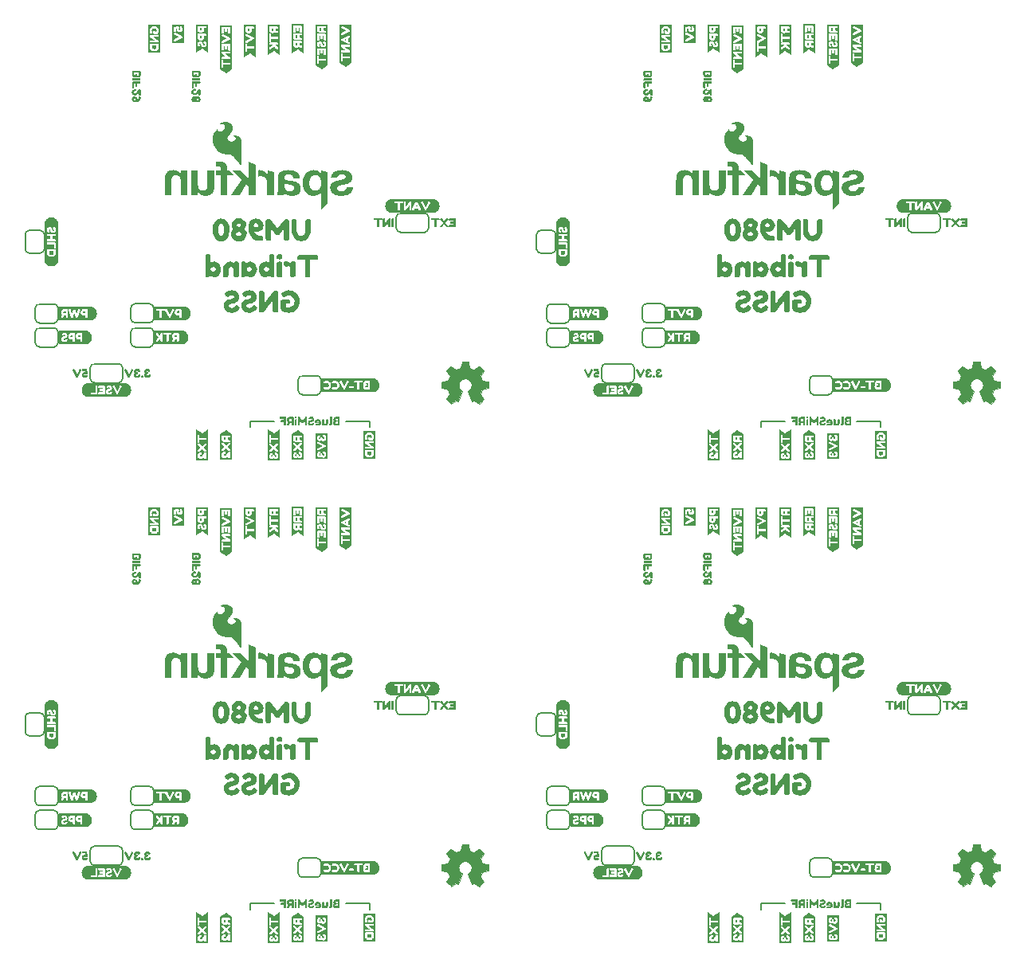
<source format=gbo>
%TF.GenerationSoftware,KiCad,Pcbnew,7.0.6*%
%TF.CreationDate,2023-09-18T12:37:54-06:00*%
%TF.ProjectId,SparkFun_GNSS_UM980_panelized,53706172-6b46-4756-9e5f-474e53535f55,rev?*%
%TF.SameCoordinates,Original*%
%TF.FileFunction,Legend,Bot*%
%TF.FilePolarity,Positive*%
%FSLAX46Y46*%
G04 Gerber Fmt 4.6, Leading zero omitted, Abs format (unit mm)*
G04 Created by KiCad (PCBNEW 7.0.6) date 2023-09-18 12:37:54*
%MOMM*%
%LPD*%
G01*
G04 APERTURE LIST*
%ADD10C,0.203200*%
%ADD11C,0.152400*%
%ADD12C,0.036868*%
G04 APERTURE END LIST*
D10*
X36830000Y6350000D02*
X36830000Y5715000D01*
X34290000Y6350000D02*
X36830000Y6350000D01*
X81018000Y57650000D02*
X78478000Y57650000D01*
X81018000Y6350000D02*
X78478000Y6350000D01*
X78478000Y6350000D02*
X78478000Y5715000D01*
X78478000Y57650000D02*
X78478000Y57015000D01*
X24130000Y6350000D02*
X24130000Y5715000D01*
X26670000Y6350000D02*
X24130000Y6350000D01*
X91178000Y6350000D02*
X91178000Y5715000D01*
X24130000Y57650000D02*
X24130000Y57015000D01*
X34290000Y57650000D02*
X36830000Y57650000D01*
X36830000Y57650000D02*
X36830000Y57015000D01*
X26670000Y57650000D02*
X24130000Y57650000D01*
X88638000Y6350000D02*
X91178000Y6350000D01*
X88638000Y57650000D02*
X91178000Y57650000D01*
X91178000Y57650000D02*
X91178000Y57015000D01*
%TO.C,kibuzzard-64E774F5*%
G36*
X17146905Y98454465D02*
G01*
X17146905Y97983295D01*
X17146905Y97824545D01*
X15873095Y97824545D01*
X15873095Y97983295D01*
X15873095Y98133155D01*
X16031845Y98133155D01*
X16053435Y98058225D01*
X16092170Y98002027D01*
X16134715Y97983295D01*
X16195675Y98002345D01*
X16906875Y98352865D01*
X16951960Y98395410D01*
X16969105Y98454465D01*
X16969105Y98467165D01*
X16951960Y98527490D01*
X16906875Y98570035D01*
X16195675Y98920555D01*
X16134715Y98939605D01*
X16092170Y98920872D01*
X16053435Y98864675D01*
X16031845Y98800540D01*
X16036925Y98766885D01*
X16054705Y98745295D01*
X16088360Y98724340D01*
X16123920Y98707354D01*
X16193770Y98675445D01*
X16283464Y98634646D01*
X16378555Y98590990D01*
X16473646Y98547175D01*
X16563340Y98505900D01*
X16631126Y98474626D01*
X16660495Y98460815D01*
X16104235Y98206815D01*
X16066135Y98189035D01*
X16031845Y98133155D01*
X15873095Y98133155D01*
X15873095Y99433635D01*
X16036925Y99433635D01*
X16038195Y99240595D01*
X16038195Y99121215D01*
X16040100Y99076765D01*
X16052165Y99043745D01*
X16086455Y99018028D01*
X16153765Y99009455D01*
X16215042Y99017393D01*
X16246475Y99041205D01*
X16258540Y99072320D01*
X16260445Y99113595D01*
X16260445Y99335845D01*
X16356965Y99348545D01*
X16354425Y99304095D01*
X16364514Y99226343D01*
X16394783Y99153953D01*
X16445230Y99086925D01*
X16510282Y99033303D01*
X16584366Y99001129D01*
X16667480Y98990405D01*
X16751018Y99000565D01*
X16826371Y99031045D01*
X16893540Y99081845D01*
X16946104Y99147744D01*
X16977642Y99223521D01*
X16988155Y99309175D01*
X16981523Y99385375D01*
X16961626Y99456495D01*
X16928465Y99522535D01*
X16904335Y99554285D01*
X16895445Y99564445D01*
X16819245Y99612705D01*
X16736695Y99565715D01*
X16694785Y99492055D01*
X16735425Y99406965D01*
X16762095Y99327590D01*
X16737965Y99243770D01*
X16671290Y99216465D01*
X16603980Y99246310D01*
X16579215Y99314255D01*
X16602075Y99375215D01*
X16631285Y99444430D01*
X16607155Y99524440D01*
X16568420Y99583495D01*
X16537305Y99597465D01*
X16477933Y99591115D01*
X16332835Y99572065D01*
X16189960Y99552698D01*
X16137255Y99545395D01*
X16110585Y99536505D01*
X16076295Y99518090D01*
X16048990Y99485070D01*
X16036925Y99433635D01*
X15873095Y99433635D01*
X15873095Y99612705D01*
X15873095Y99771455D01*
X17146905Y99771455D01*
X17146905Y99612705D01*
X17146905Y99309175D01*
X17146905Y98454465D01*
G37*
G36*
X71494905Y47154465D02*
G01*
X71494905Y46683295D01*
X71494905Y46524545D01*
X70221095Y46524545D01*
X70221095Y46683295D01*
X70221095Y46833155D01*
X70379845Y46833155D01*
X70401435Y46758225D01*
X70440170Y46702027D01*
X70482715Y46683295D01*
X70543675Y46702345D01*
X71254875Y47052865D01*
X71299960Y47095410D01*
X71317105Y47154465D01*
X71317105Y47167165D01*
X71299960Y47227490D01*
X71254875Y47270035D01*
X70543675Y47620555D01*
X70482715Y47639605D01*
X70440170Y47620872D01*
X70401435Y47564675D01*
X70379845Y47500540D01*
X70384925Y47466885D01*
X70402705Y47445295D01*
X70436360Y47424340D01*
X70471920Y47407354D01*
X70541770Y47375445D01*
X70631464Y47334646D01*
X70726555Y47290990D01*
X70821646Y47247175D01*
X70911340Y47205900D01*
X70979126Y47174626D01*
X71008495Y47160815D01*
X70452235Y46906815D01*
X70414135Y46889035D01*
X70379845Y46833155D01*
X70221095Y46833155D01*
X70221095Y48133635D01*
X70384925Y48133635D01*
X70386195Y47940595D01*
X70386195Y47821215D01*
X70388100Y47776765D01*
X70400165Y47743745D01*
X70434455Y47718028D01*
X70501765Y47709455D01*
X70563042Y47717393D01*
X70594475Y47741205D01*
X70606540Y47772320D01*
X70608445Y47813595D01*
X70608445Y48035845D01*
X70704965Y48048545D01*
X70702425Y48004095D01*
X70712514Y47926343D01*
X70742783Y47853953D01*
X70793230Y47786925D01*
X70858282Y47733303D01*
X70932366Y47701129D01*
X71015480Y47690405D01*
X71099018Y47700565D01*
X71174371Y47731045D01*
X71241540Y47781845D01*
X71294104Y47847744D01*
X71325642Y47923521D01*
X71336155Y48009175D01*
X71329523Y48085375D01*
X71309626Y48156495D01*
X71276465Y48222535D01*
X71252335Y48254285D01*
X71243445Y48264445D01*
X71167245Y48312705D01*
X71084695Y48265715D01*
X71042785Y48192055D01*
X71083425Y48106965D01*
X71110095Y48027590D01*
X71085965Y47943770D01*
X71019290Y47916465D01*
X70951980Y47946310D01*
X70927215Y48014255D01*
X70950075Y48075215D01*
X70979285Y48144430D01*
X70955155Y48224440D01*
X70916420Y48283495D01*
X70885305Y48297465D01*
X70825933Y48291115D01*
X70680835Y48272065D01*
X70537960Y48252698D01*
X70485255Y48245395D01*
X70458585Y48236505D01*
X70424295Y48218090D01*
X70396990Y48185070D01*
X70384925Y48133635D01*
X70221095Y48133635D01*
X70221095Y48312705D01*
X70221095Y48471455D01*
X71494905Y48471455D01*
X71494905Y48312705D01*
X71494905Y48009175D01*
X71494905Y47154465D01*
G37*
G36*
X71494905Y98454465D02*
G01*
X71494905Y97983295D01*
X71494905Y97824545D01*
X70221095Y97824545D01*
X70221095Y97983295D01*
X70221095Y98133155D01*
X70379845Y98133155D01*
X70401435Y98058225D01*
X70440170Y98002027D01*
X70482715Y97983295D01*
X70543675Y98002345D01*
X71254875Y98352865D01*
X71299960Y98395410D01*
X71317105Y98454465D01*
X71317105Y98467165D01*
X71299960Y98527490D01*
X71254875Y98570035D01*
X70543675Y98920555D01*
X70482715Y98939605D01*
X70440170Y98920872D01*
X70401435Y98864675D01*
X70379845Y98800540D01*
X70384925Y98766885D01*
X70402705Y98745295D01*
X70436360Y98724340D01*
X70471920Y98707354D01*
X70541770Y98675445D01*
X70631464Y98634646D01*
X70726555Y98590990D01*
X70821646Y98547175D01*
X70911340Y98505900D01*
X70979126Y98474626D01*
X71008495Y98460815D01*
X70452235Y98206815D01*
X70414135Y98189035D01*
X70379845Y98133155D01*
X70221095Y98133155D01*
X70221095Y99433635D01*
X70384925Y99433635D01*
X70386195Y99240595D01*
X70386195Y99121215D01*
X70388100Y99076765D01*
X70400165Y99043745D01*
X70434455Y99018028D01*
X70501765Y99009455D01*
X70563042Y99017393D01*
X70594475Y99041205D01*
X70606540Y99072320D01*
X70608445Y99113595D01*
X70608445Y99335845D01*
X70704965Y99348545D01*
X70702425Y99304095D01*
X70712514Y99226343D01*
X70742783Y99153953D01*
X70793230Y99086925D01*
X70858282Y99033303D01*
X70932366Y99001129D01*
X71015480Y98990405D01*
X71099018Y99000565D01*
X71174371Y99031045D01*
X71241540Y99081845D01*
X71294104Y99147744D01*
X71325642Y99223521D01*
X71336155Y99309175D01*
X71329523Y99385375D01*
X71309626Y99456495D01*
X71276465Y99522535D01*
X71252335Y99554285D01*
X71243445Y99564445D01*
X71167245Y99612705D01*
X71084695Y99565715D01*
X71042785Y99492055D01*
X71083425Y99406965D01*
X71110095Y99327590D01*
X71085965Y99243770D01*
X71019290Y99216465D01*
X70951980Y99246310D01*
X70927215Y99314255D01*
X70950075Y99375215D01*
X70979285Y99444430D01*
X70955155Y99524440D01*
X70916420Y99583495D01*
X70885305Y99597465D01*
X70825933Y99591115D01*
X70680835Y99572065D01*
X70537960Y99552698D01*
X70485255Y99545395D01*
X70458585Y99536505D01*
X70424295Y99518090D01*
X70396990Y99485070D01*
X70384925Y99433635D01*
X70221095Y99433635D01*
X70221095Y99612705D01*
X70221095Y99771455D01*
X71494905Y99771455D01*
X71494905Y99612705D01*
X71494905Y99309175D01*
X71494905Y98454465D01*
G37*
G36*
X17146905Y47154465D02*
G01*
X17146905Y46683295D01*
X17146905Y46524545D01*
X15873095Y46524545D01*
X15873095Y46683295D01*
X15873095Y46833155D01*
X16031845Y46833155D01*
X16053435Y46758225D01*
X16092170Y46702027D01*
X16134715Y46683295D01*
X16195675Y46702345D01*
X16906875Y47052865D01*
X16951960Y47095410D01*
X16969105Y47154465D01*
X16969105Y47167165D01*
X16951960Y47227490D01*
X16906875Y47270035D01*
X16195675Y47620555D01*
X16134715Y47639605D01*
X16092170Y47620872D01*
X16053435Y47564675D01*
X16031845Y47500540D01*
X16036925Y47466885D01*
X16054705Y47445295D01*
X16088360Y47424340D01*
X16123920Y47407354D01*
X16193770Y47375445D01*
X16283464Y47334646D01*
X16378555Y47290990D01*
X16473646Y47247175D01*
X16563340Y47205900D01*
X16631126Y47174626D01*
X16660495Y47160815D01*
X16104235Y46906815D01*
X16066135Y46889035D01*
X16031845Y46833155D01*
X15873095Y46833155D01*
X15873095Y48133635D01*
X16036925Y48133635D01*
X16038195Y47940595D01*
X16038195Y47821215D01*
X16040100Y47776765D01*
X16052165Y47743745D01*
X16086455Y47718028D01*
X16153765Y47709455D01*
X16215042Y47717393D01*
X16246475Y47741205D01*
X16258540Y47772320D01*
X16260445Y47813595D01*
X16260445Y48035845D01*
X16356965Y48048545D01*
X16354425Y48004095D01*
X16364514Y47926343D01*
X16394783Y47853953D01*
X16445230Y47786925D01*
X16510282Y47733303D01*
X16584366Y47701129D01*
X16667480Y47690405D01*
X16751018Y47700565D01*
X16826371Y47731045D01*
X16893540Y47781845D01*
X16946104Y47847744D01*
X16977642Y47923521D01*
X16988155Y48009175D01*
X16981523Y48085375D01*
X16961626Y48156495D01*
X16928465Y48222535D01*
X16904335Y48254285D01*
X16895445Y48264445D01*
X16819245Y48312705D01*
X16736695Y48265715D01*
X16694785Y48192055D01*
X16735425Y48106965D01*
X16762095Y48027590D01*
X16737965Y47943770D01*
X16671290Y47916465D01*
X16603980Y47946310D01*
X16579215Y48014255D01*
X16602075Y48075215D01*
X16631285Y48144430D01*
X16607155Y48224440D01*
X16568420Y48283495D01*
X16537305Y48297465D01*
X16477933Y48291115D01*
X16332835Y48272065D01*
X16189960Y48252698D01*
X16137255Y48245395D01*
X16110585Y48236505D01*
X16076295Y48218090D01*
X16048990Y48185070D01*
X16036925Y48133635D01*
X15873095Y48133635D01*
X15873095Y48312705D01*
X15873095Y48471455D01*
X17146905Y48471455D01*
X17146905Y48312705D01*
X17146905Y48009175D01*
X17146905Y47154465D01*
G37*
%TO.C,kibuzzard-64E7750F*%
G36*
X76566015Y98286613D02*
G01*
X76566015Y97130913D01*
X76566015Y96235563D01*
X76566015Y95608183D01*
X76566015Y95162413D01*
X76566015Y95003663D01*
X75938000Y94584987D01*
X75309985Y95003663D01*
X75309985Y95162413D01*
X75309985Y95253853D01*
X75475085Y95253853D01*
X75484610Y95194163D01*
X75514455Y95168763D01*
X75567795Y95162413D01*
X75620500Y95168763D01*
X75647805Y95190353D01*
X75659235Y95255123D01*
X75659235Y95497693D01*
X76298045Y95497693D01*
X76341225Y95499598D01*
X76373610Y95511028D01*
X76399645Y95544683D01*
X76407265Y95608183D01*
X76399645Y95671048D01*
X76373610Y95704068D01*
X76340590Y95715498D01*
X76296775Y95717403D01*
X75659235Y95717403D01*
X75659235Y95961243D01*
X75649710Y96020933D01*
X75619865Y96046333D01*
X75566525Y96052683D01*
X75513820Y96046333D01*
X75486515Y96024743D01*
X75475085Y95959973D01*
X75475085Y95253853D01*
X75309985Y95253853D01*
X75309985Y96237468D01*
X75477625Y96237468D01*
X75483975Y96179048D01*
X75499215Y96146028D01*
X75525885Y96130153D01*
X75590655Y96122533D01*
X76295505Y96122533D01*
X76339955Y96124438D01*
X76372975Y96136503D01*
X76398693Y96170158D01*
X76407265Y96235563D01*
X76399645Y96304143D01*
X76375515Y96335893D01*
X76255853Y96425711D01*
X76150866Y96504662D01*
X76060555Y96572748D01*
X75984919Y96629969D01*
X75923959Y96676324D01*
X75877675Y96711813D01*
X76295505Y96711813D01*
X76339955Y96713718D01*
X76372975Y96725783D01*
X76398693Y96759438D01*
X76407265Y96824843D01*
X76398693Y96888343D01*
X76372975Y96921363D01*
X76338685Y96933428D01*
X76294235Y96935333D01*
X75585575Y96935333D01*
X75515090Y96923268D01*
X75485245Y96887073D01*
X75477625Y96824843D01*
X75484610Y96764518D01*
X75500485Y96733403D01*
X75533505Y96704193D01*
X75648122Y96619809D01*
X75748982Y96545302D01*
X75836082Y96480673D01*
X75909425Y96425922D01*
X75969009Y96381049D01*
X76014835Y96346053D01*
X75585575Y96346053D01*
X75515090Y96333988D01*
X75485245Y96297793D01*
X75477625Y96237468D01*
X75309985Y96237468D01*
X75309985Y97129643D01*
X75476355Y97129643D01*
X75478260Y97085828D01*
X75490325Y97052173D01*
X75523980Y97026456D01*
X75589385Y97017883D01*
X75659870Y97029631D01*
X75693525Y97064873D01*
X75701145Y97130913D01*
X75701145Y97520803D01*
X75829415Y97520803D01*
X75829415Y97269343D01*
X75831320Y97225528D01*
X75843385Y97191873D01*
X75877040Y97166156D01*
X75942445Y97157583D01*
X76012930Y97169648D01*
X76046585Y97205843D01*
X76054205Y97271883D01*
X76054205Y97520803D01*
X76182475Y97520803D01*
X76182475Y97129643D01*
X76184380Y97085828D01*
X76196445Y97052173D01*
X76230100Y97026456D01*
X76295505Y97017883D01*
X76365990Y97029631D01*
X76399645Y97064873D01*
X76407265Y97130913D01*
X76407265Y97633833D01*
X76395200Y97704318D01*
X76359005Y97737973D01*
X76294235Y97745593D01*
X75588115Y97745593D01*
X75499850Y97721463D01*
X75476355Y97630023D01*
X75476355Y97129643D01*
X75309985Y97129643D01*
X75309985Y97965303D01*
X75468735Y97965303D01*
X75490325Y97890373D01*
X75529060Y97834176D01*
X75571605Y97815443D01*
X75632565Y97834493D01*
X76343765Y98185013D01*
X76388850Y98227558D01*
X76405995Y98286613D01*
X76405995Y98299313D01*
X76388850Y98359638D01*
X76343765Y98402183D01*
X75632565Y98752703D01*
X75571605Y98771753D01*
X75529060Y98753021D01*
X75490325Y98696823D01*
X75468735Y98632688D01*
X75473815Y98599033D01*
X75491595Y98577443D01*
X75525250Y98556488D01*
X75560810Y98539502D01*
X75630660Y98507593D01*
X75720354Y98466795D01*
X75815445Y98423138D01*
X75910536Y98379323D01*
X76000230Y98338048D01*
X76068016Y98306775D01*
X76097385Y98292963D01*
X75541125Y98038963D01*
X75503025Y98021183D01*
X75468735Y97965303D01*
X75309985Y97965303D01*
X75309985Y98934313D01*
X75476355Y98934313D01*
X75478260Y98890498D01*
X75490325Y98856843D01*
X75523980Y98831126D01*
X75589385Y98822553D01*
X75659870Y98834301D01*
X75693525Y98869543D01*
X75701145Y98935583D01*
X75701145Y99325473D01*
X75829415Y99325473D01*
X75829415Y99074013D01*
X75831320Y99030198D01*
X75843385Y98996543D01*
X75877040Y98970826D01*
X75942445Y98962253D01*
X76012930Y98974318D01*
X76046585Y99010513D01*
X76054205Y99076553D01*
X76054205Y99325473D01*
X76182475Y99325473D01*
X76182475Y98934313D01*
X76184380Y98890498D01*
X76196445Y98856843D01*
X76230100Y98831126D01*
X76295505Y98822553D01*
X76365990Y98834301D01*
X76399645Y98869543D01*
X76407265Y98935583D01*
X76407265Y99438503D01*
X76395200Y99508988D01*
X76359005Y99542643D01*
X76294235Y99550263D01*
X75588115Y99550263D01*
X75499850Y99526133D01*
X75476355Y99434693D01*
X75476355Y98934313D01*
X75309985Y98934313D01*
X75309985Y99550263D01*
X75309985Y99709013D01*
X76566015Y99709013D01*
X76566015Y99550263D01*
X76566015Y98935583D01*
X76566015Y98286613D01*
G37*
G36*
X22218015Y98286613D02*
G01*
X22218015Y97130913D01*
X22218015Y96235563D01*
X22218015Y95608183D01*
X22218015Y95162413D01*
X22218015Y95003663D01*
X21590000Y94584987D01*
X20961985Y95003663D01*
X20961985Y95162413D01*
X20961985Y95253853D01*
X21127085Y95253853D01*
X21136610Y95194163D01*
X21166455Y95168763D01*
X21219795Y95162413D01*
X21272500Y95168763D01*
X21299805Y95190353D01*
X21311235Y95255123D01*
X21311235Y95497693D01*
X21950045Y95497693D01*
X21993225Y95499598D01*
X22025610Y95511028D01*
X22051645Y95544683D01*
X22059265Y95608183D01*
X22051645Y95671048D01*
X22025610Y95704068D01*
X21992590Y95715498D01*
X21948775Y95717403D01*
X21311235Y95717403D01*
X21311235Y95961243D01*
X21301710Y96020933D01*
X21271865Y96046333D01*
X21218525Y96052683D01*
X21165820Y96046333D01*
X21138515Y96024743D01*
X21127085Y95959973D01*
X21127085Y95253853D01*
X20961985Y95253853D01*
X20961985Y96237468D01*
X21129625Y96237468D01*
X21135975Y96179048D01*
X21151215Y96146028D01*
X21177885Y96130153D01*
X21242655Y96122533D01*
X21947505Y96122533D01*
X21991955Y96124438D01*
X22024975Y96136503D01*
X22050693Y96170158D01*
X22059265Y96235563D01*
X22051645Y96304143D01*
X22027515Y96335893D01*
X21907853Y96425711D01*
X21802866Y96504662D01*
X21712555Y96572748D01*
X21636919Y96629969D01*
X21575959Y96676324D01*
X21529675Y96711813D01*
X21947505Y96711813D01*
X21991955Y96713718D01*
X22024975Y96725783D01*
X22050693Y96759438D01*
X22059265Y96824843D01*
X22050693Y96888343D01*
X22024975Y96921363D01*
X21990685Y96933428D01*
X21946235Y96935333D01*
X21237575Y96935333D01*
X21167090Y96923268D01*
X21137245Y96887073D01*
X21129625Y96824843D01*
X21136610Y96764518D01*
X21152485Y96733403D01*
X21185505Y96704193D01*
X21300122Y96619809D01*
X21400982Y96545302D01*
X21488082Y96480673D01*
X21561425Y96425922D01*
X21621009Y96381049D01*
X21666835Y96346053D01*
X21237575Y96346053D01*
X21167090Y96333988D01*
X21137245Y96297793D01*
X21129625Y96237468D01*
X20961985Y96237468D01*
X20961985Y97129643D01*
X21128355Y97129643D01*
X21130260Y97085828D01*
X21142325Y97052173D01*
X21175980Y97026456D01*
X21241385Y97017883D01*
X21311870Y97029631D01*
X21345525Y97064873D01*
X21353145Y97130913D01*
X21353145Y97520803D01*
X21481415Y97520803D01*
X21481415Y97269343D01*
X21483320Y97225528D01*
X21495385Y97191873D01*
X21529040Y97166156D01*
X21594445Y97157583D01*
X21664930Y97169648D01*
X21698585Y97205843D01*
X21706205Y97271883D01*
X21706205Y97520803D01*
X21834475Y97520803D01*
X21834475Y97129643D01*
X21836380Y97085828D01*
X21848445Y97052173D01*
X21882100Y97026456D01*
X21947505Y97017883D01*
X22017990Y97029631D01*
X22051645Y97064873D01*
X22059265Y97130913D01*
X22059265Y97633833D01*
X22047200Y97704318D01*
X22011005Y97737973D01*
X21946235Y97745593D01*
X21240115Y97745593D01*
X21151850Y97721463D01*
X21128355Y97630023D01*
X21128355Y97129643D01*
X20961985Y97129643D01*
X20961985Y97965303D01*
X21120735Y97965303D01*
X21142325Y97890373D01*
X21181060Y97834176D01*
X21223605Y97815443D01*
X21284565Y97834493D01*
X21995765Y98185013D01*
X22040850Y98227558D01*
X22057995Y98286613D01*
X22057995Y98299313D01*
X22040850Y98359638D01*
X21995765Y98402183D01*
X21284565Y98752703D01*
X21223605Y98771753D01*
X21181060Y98753021D01*
X21142325Y98696823D01*
X21120735Y98632688D01*
X21125815Y98599033D01*
X21143595Y98577443D01*
X21177250Y98556488D01*
X21212810Y98539502D01*
X21282660Y98507593D01*
X21372354Y98466795D01*
X21467445Y98423138D01*
X21562536Y98379323D01*
X21652230Y98338048D01*
X21720016Y98306775D01*
X21749385Y98292963D01*
X21193125Y98038963D01*
X21155025Y98021183D01*
X21120735Y97965303D01*
X20961985Y97965303D01*
X20961985Y98934313D01*
X21128355Y98934313D01*
X21130260Y98890498D01*
X21142325Y98856843D01*
X21175980Y98831126D01*
X21241385Y98822553D01*
X21311870Y98834301D01*
X21345525Y98869543D01*
X21353145Y98935583D01*
X21353145Y99325473D01*
X21481415Y99325473D01*
X21481415Y99074013D01*
X21483320Y99030198D01*
X21495385Y98996543D01*
X21529040Y98970826D01*
X21594445Y98962253D01*
X21664930Y98974318D01*
X21698585Y99010513D01*
X21706205Y99076553D01*
X21706205Y99325473D01*
X21834475Y99325473D01*
X21834475Y98934313D01*
X21836380Y98890498D01*
X21848445Y98856843D01*
X21882100Y98831126D01*
X21947505Y98822553D01*
X22017990Y98834301D01*
X22051645Y98869543D01*
X22059265Y98935583D01*
X22059265Y99438503D01*
X22047200Y99508988D01*
X22011005Y99542643D01*
X21946235Y99550263D01*
X21240115Y99550263D01*
X21151850Y99526133D01*
X21128355Y99434693D01*
X21128355Y98934313D01*
X20961985Y98934313D01*
X20961985Y99550263D01*
X20961985Y99709013D01*
X22218015Y99709013D01*
X22218015Y99550263D01*
X22218015Y98935583D01*
X22218015Y98286613D01*
G37*
G36*
X76566015Y46986613D02*
G01*
X76566015Y45830913D01*
X76566015Y44935563D01*
X76566015Y44308183D01*
X76566015Y43862413D01*
X76566015Y43703663D01*
X75938000Y43284987D01*
X75309985Y43703663D01*
X75309985Y43862413D01*
X75309985Y43953853D01*
X75475085Y43953853D01*
X75484610Y43894163D01*
X75514455Y43868763D01*
X75567795Y43862413D01*
X75620500Y43868763D01*
X75647805Y43890353D01*
X75659235Y43955123D01*
X75659235Y44197693D01*
X76298045Y44197693D01*
X76341225Y44199598D01*
X76373610Y44211028D01*
X76399645Y44244683D01*
X76407265Y44308183D01*
X76399645Y44371048D01*
X76373610Y44404068D01*
X76340590Y44415498D01*
X76296775Y44417403D01*
X75659235Y44417403D01*
X75659235Y44661243D01*
X75649710Y44720933D01*
X75619865Y44746333D01*
X75566525Y44752683D01*
X75513820Y44746333D01*
X75486515Y44724743D01*
X75475085Y44659973D01*
X75475085Y43953853D01*
X75309985Y43953853D01*
X75309985Y44937468D01*
X75477625Y44937468D01*
X75483975Y44879048D01*
X75499215Y44846028D01*
X75525885Y44830153D01*
X75590655Y44822533D01*
X76295505Y44822533D01*
X76339955Y44824438D01*
X76372975Y44836503D01*
X76398693Y44870158D01*
X76407265Y44935563D01*
X76399645Y45004143D01*
X76375515Y45035893D01*
X76255853Y45125711D01*
X76150866Y45204662D01*
X76060555Y45272748D01*
X75984919Y45329969D01*
X75923959Y45376324D01*
X75877675Y45411813D01*
X76295505Y45411813D01*
X76339955Y45413718D01*
X76372975Y45425783D01*
X76398693Y45459438D01*
X76407265Y45524843D01*
X76398693Y45588343D01*
X76372975Y45621363D01*
X76338685Y45633428D01*
X76294235Y45635333D01*
X75585575Y45635333D01*
X75515090Y45623268D01*
X75485245Y45587073D01*
X75477625Y45524843D01*
X75484610Y45464518D01*
X75500485Y45433403D01*
X75533505Y45404193D01*
X75648122Y45319809D01*
X75748982Y45245302D01*
X75836082Y45180673D01*
X75909425Y45125922D01*
X75969009Y45081049D01*
X76014835Y45046053D01*
X75585575Y45046053D01*
X75515090Y45033988D01*
X75485245Y44997793D01*
X75477625Y44937468D01*
X75309985Y44937468D01*
X75309985Y45829643D01*
X75476355Y45829643D01*
X75478260Y45785828D01*
X75490325Y45752173D01*
X75523980Y45726456D01*
X75589385Y45717883D01*
X75659870Y45729631D01*
X75693525Y45764873D01*
X75701145Y45830913D01*
X75701145Y46220803D01*
X75829415Y46220803D01*
X75829415Y45969343D01*
X75831320Y45925528D01*
X75843385Y45891873D01*
X75877040Y45866156D01*
X75942445Y45857583D01*
X76012930Y45869648D01*
X76046585Y45905843D01*
X76054205Y45971883D01*
X76054205Y46220803D01*
X76182475Y46220803D01*
X76182475Y45829643D01*
X76184380Y45785828D01*
X76196445Y45752173D01*
X76230100Y45726456D01*
X76295505Y45717883D01*
X76365990Y45729631D01*
X76399645Y45764873D01*
X76407265Y45830913D01*
X76407265Y46333833D01*
X76395200Y46404318D01*
X76359005Y46437973D01*
X76294235Y46445593D01*
X75588115Y46445593D01*
X75499850Y46421463D01*
X75476355Y46330023D01*
X75476355Y45829643D01*
X75309985Y45829643D01*
X75309985Y46665303D01*
X75468735Y46665303D01*
X75490325Y46590373D01*
X75529060Y46534176D01*
X75571605Y46515443D01*
X75632565Y46534493D01*
X76343765Y46885013D01*
X76388850Y46927558D01*
X76405995Y46986613D01*
X76405995Y46999313D01*
X76388850Y47059638D01*
X76343765Y47102183D01*
X75632565Y47452703D01*
X75571605Y47471753D01*
X75529060Y47453021D01*
X75490325Y47396823D01*
X75468735Y47332688D01*
X75473815Y47299033D01*
X75491595Y47277443D01*
X75525250Y47256488D01*
X75560810Y47239502D01*
X75630660Y47207593D01*
X75720354Y47166795D01*
X75815445Y47123138D01*
X75910536Y47079323D01*
X76000230Y47038048D01*
X76068016Y47006775D01*
X76097385Y46992963D01*
X75541125Y46738963D01*
X75503025Y46721183D01*
X75468735Y46665303D01*
X75309985Y46665303D01*
X75309985Y47634313D01*
X75476355Y47634313D01*
X75478260Y47590498D01*
X75490325Y47556843D01*
X75523980Y47531126D01*
X75589385Y47522553D01*
X75659870Y47534301D01*
X75693525Y47569543D01*
X75701145Y47635583D01*
X75701145Y48025473D01*
X75829415Y48025473D01*
X75829415Y47774013D01*
X75831320Y47730198D01*
X75843385Y47696543D01*
X75877040Y47670826D01*
X75942445Y47662253D01*
X76012930Y47674318D01*
X76046585Y47710513D01*
X76054205Y47776553D01*
X76054205Y48025473D01*
X76182475Y48025473D01*
X76182475Y47634313D01*
X76184380Y47590498D01*
X76196445Y47556843D01*
X76230100Y47531126D01*
X76295505Y47522553D01*
X76365990Y47534301D01*
X76399645Y47569543D01*
X76407265Y47635583D01*
X76407265Y48138503D01*
X76395200Y48208988D01*
X76359005Y48242643D01*
X76294235Y48250263D01*
X75588115Y48250263D01*
X75499850Y48226133D01*
X75476355Y48134693D01*
X75476355Y47634313D01*
X75309985Y47634313D01*
X75309985Y48250263D01*
X75309985Y48409013D01*
X76566015Y48409013D01*
X76566015Y48250263D01*
X76566015Y47635583D01*
X76566015Y46986613D01*
G37*
G36*
X22218015Y46986613D02*
G01*
X22218015Y45830913D01*
X22218015Y44935563D01*
X22218015Y44308183D01*
X22218015Y43862413D01*
X22218015Y43703663D01*
X21590000Y43284987D01*
X20961985Y43703663D01*
X20961985Y43862413D01*
X20961985Y43953853D01*
X21127085Y43953853D01*
X21136610Y43894163D01*
X21166455Y43868763D01*
X21219795Y43862413D01*
X21272500Y43868763D01*
X21299805Y43890353D01*
X21311235Y43955123D01*
X21311235Y44197693D01*
X21950045Y44197693D01*
X21993225Y44199598D01*
X22025610Y44211028D01*
X22051645Y44244683D01*
X22059265Y44308183D01*
X22051645Y44371048D01*
X22025610Y44404068D01*
X21992590Y44415498D01*
X21948775Y44417403D01*
X21311235Y44417403D01*
X21311235Y44661243D01*
X21301710Y44720933D01*
X21271865Y44746333D01*
X21218525Y44752683D01*
X21165820Y44746333D01*
X21138515Y44724743D01*
X21127085Y44659973D01*
X21127085Y43953853D01*
X20961985Y43953853D01*
X20961985Y44937468D01*
X21129625Y44937468D01*
X21135975Y44879048D01*
X21151215Y44846028D01*
X21177885Y44830153D01*
X21242655Y44822533D01*
X21947505Y44822533D01*
X21991955Y44824438D01*
X22024975Y44836503D01*
X22050693Y44870158D01*
X22059265Y44935563D01*
X22051645Y45004143D01*
X22027515Y45035893D01*
X21907853Y45125711D01*
X21802866Y45204662D01*
X21712555Y45272748D01*
X21636919Y45329969D01*
X21575959Y45376324D01*
X21529675Y45411813D01*
X21947505Y45411813D01*
X21991955Y45413718D01*
X22024975Y45425783D01*
X22050693Y45459438D01*
X22059265Y45524843D01*
X22050693Y45588343D01*
X22024975Y45621363D01*
X21990685Y45633428D01*
X21946235Y45635333D01*
X21237575Y45635333D01*
X21167090Y45623268D01*
X21137245Y45587073D01*
X21129625Y45524843D01*
X21136610Y45464518D01*
X21152485Y45433403D01*
X21185505Y45404193D01*
X21300122Y45319809D01*
X21400982Y45245302D01*
X21488082Y45180673D01*
X21561425Y45125922D01*
X21621009Y45081049D01*
X21666835Y45046053D01*
X21237575Y45046053D01*
X21167090Y45033988D01*
X21137245Y44997793D01*
X21129625Y44937468D01*
X20961985Y44937468D01*
X20961985Y45829643D01*
X21128355Y45829643D01*
X21130260Y45785828D01*
X21142325Y45752173D01*
X21175980Y45726456D01*
X21241385Y45717883D01*
X21311870Y45729631D01*
X21345525Y45764873D01*
X21353145Y45830913D01*
X21353145Y46220803D01*
X21481415Y46220803D01*
X21481415Y45969343D01*
X21483320Y45925528D01*
X21495385Y45891873D01*
X21529040Y45866156D01*
X21594445Y45857583D01*
X21664930Y45869648D01*
X21698585Y45905843D01*
X21706205Y45971883D01*
X21706205Y46220803D01*
X21834475Y46220803D01*
X21834475Y45829643D01*
X21836380Y45785828D01*
X21848445Y45752173D01*
X21882100Y45726456D01*
X21947505Y45717883D01*
X22017990Y45729631D01*
X22051645Y45764873D01*
X22059265Y45830913D01*
X22059265Y46333833D01*
X22047200Y46404318D01*
X22011005Y46437973D01*
X21946235Y46445593D01*
X21240115Y46445593D01*
X21151850Y46421463D01*
X21128355Y46330023D01*
X21128355Y45829643D01*
X20961985Y45829643D01*
X20961985Y46665303D01*
X21120735Y46665303D01*
X21142325Y46590373D01*
X21181060Y46534176D01*
X21223605Y46515443D01*
X21284565Y46534493D01*
X21995765Y46885013D01*
X22040850Y46927558D01*
X22057995Y46986613D01*
X22057995Y46999313D01*
X22040850Y47059638D01*
X21995765Y47102183D01*
X21284565Y47452703D01*
X21223605Y47471753D01*
X21181060Y47453021D01*
X21142325Y47396823D01*
X21120735Y47332688D01*
X21125815Y47299033D01*
X21143595Y47277443D01*
X21177250Y47256488D01*
X21212810Y47239502D01*
X21282660Y47207593D01*
X21372354Y47166795D01*
X21467445Y47123138D01*
X21562536Y47079323D01*
X21652230Y47038048D01*
X21720016Y47006775D01*
X21749385Y46992963D01*
X21193125Y46738963D01*
X21155025Y46721183D01*
X21120735Y46665303D01*
X20961985Y46665303D01*
X20961985Y47634313D01*
X21128355Y47634313D01*
X21130260Y47590498D01*
X21142325Y47556843D01*
X21175980Y47531126D01*
X21241385Y47522553D01*
X21311870Y47534301D01*
X21345525Y47569543D01*
X21353145Y47635583D01*
X21353145Y48025473D01*
X21481415Y48025473D01*
X21481415Y47774013D01*
X21483320Y47730198D01*
X21495385Y47696543D01*
X21529040Y47670826D01*
X21594445Y47662253D01*
X21664930Y47674318D01*
X21698585Y47710513D01*
X21706205Y47776553D01*
X21706205Y48025473D01*
X21834475Y48025473D01*
X21834475Y47634313D01*
X21836380Y47590498D01*
X21848445Y47556843D01*
X21882100Y47531126D01*
X21947505Y47522553D01*
X22017990Y47534301D01*
X22051645Y47569543D01*
X22059265Y47635583D01*
X22059265Y48138503D01*
X22047200Y48208988D01*
X22011005Y48242643D01*
X21946235Y48250263D01*
X21240115Y48250263D01*
X21151850Y48226133D01*
X21128355Y48134693D01*
X21128355Y47634313D01*
X20961985Y47634313D01*
X20961985Y48250263D01*
X20961985Y48409013D01*
X22218015Y48409013D01*
X22218015Y48250263D01*
X22218015Y47635583D01*
X22218015Y46986613D01*
G37*
%TO.C,kibuzzard-64E773E5*%
G36*
X91419300Y2947670D02*
G01*
X91402314Y2860675D01*
X91351355Y2782570D01*
X91274679Y2727325D01*
X91180540Y2708910D01*
X91086084Y2726849D01*
X91008455Y2780665D01*
X90956544Y2858611D01*
X90939240Y2948940D01*
X90939240Y3070860D01*
X91419300Y3070860D01*
X91419300Y2947670D01*
G37*
G36*
X91816810Y3510280D02*
G01*
X91816810Y2951480D01*
X91816810Y2484120D01*
X91816810Y2325370D01*
X90539190Y2325370D01*
X90539190Y2484120D01*
X90539190Y3182620D01*
X90713180Y3182620D01*
X90714450Y2947670D01*
X90722745Y2858373D01*
X90747629Y2774633D01*
X90789102Y2696448D01*
X90847165Y2623820D01*
X90917332Y2562701D01*
X90995120Y2519045D01*
X91080528Y2492851D01*
X91173555Y2484120D01*
X91266940Y2492653D01*
X91353419Y2518251D01*
X91432992Y2560915D01*
X91505660Y2620645D01*
X91566223Y2692519D01*
X91609483Y2771616D01*
X91635438Y2857937D01*
X91644090Y2951480D01*
X91644090Y3183890D01*
X91636153Y3246755D01*
X91612340Y3280410D01*
X91531060Y3295650D01*
X90824940Y3295650D01*
X90780490Y3293745D01*
X90747470Y3281680D01*
X90721752Y3248025D01*
X90713180Y3182620D01*
X90539190Y3182620D01*
X90539190Y3512185D01*
X90715720Y3512185D01*
X90722070Y3453765D01*
X90737310Y3420745D01*
X90763980Y3404870D01*
X90828750Y3397250D01*
X91533600Y3397250D01*
X91578050Y3399155D01*
X91611070Y3411220D01*
X91636788Y3444875D01*
X91645360Y3510280D01*
X91637740Y3578860D01*
X91613610Y3610610D01*
X91493948Y3700427D01*
X91388961Y3779379D01*
X91298650Y3847465D01*
X91223014Y3904686D01*
X91162054Y3951041D01*
X91115770Y3986530D01*
X91533600Y3986530D01*
X91578050Y3988435D01*
X91611070Y4000500D01*
X91636788Y4034155D01*
X91645360Y4099560D01*
X91636788Y4163060D01*
X91611070Y4196080D01*
X91576780Y4208145D01*
X91532330Y4210050D01*
X90823670Y4210050D01*
X90753185Y4197985D01*
X90723340Y4161790D01*
X90715720Y4099560D01*
X90722705Y4039235D01*
X90738580Y4008120D01*
X90771600Y3978910D01*
X90886218Y3894526D01*
X90987077Y3820019D01*
X91074178Y3755390D01*
X91147520Y3700639D01*
X91207104Y3655766D01*
X91252930Y3620770D01*
X90823670Y3620770D01*
X90753185Y3608705D01*
X90723340Y3572510D01*
X90715720Y3512185D01*
X90539190Y3512185D01*
X90539190Y4658360D01*
X90697940Y4658360D01*
X90708947Y4560288D01*
X90741967Y4465884D01*
X90797000Y4375150D01*
X90853515Y4340860D01*
X90925270Y4370070D01*
X90975753Y4417377D01*
X90992580Y4460240D01*
X90957655Y4537710D01*
X90931461Y4596130D01*
X90922730Y4664710D01*
X90939716Y4755833D01*
X90990675Y4836160D01*
X91069097Y4892358D01*
X91168475Y4911090D01*
X91238043Y4902623D01*
X91300273Y4877223D01*
X91355165Y4834890D01*
X91412791Y4753610D01*
X91432000Y4662170D01*
X91426285Y4595812D01*
X91409140Y4536440D01*
X91270710Y4536440D01*
X91270710Y4636770D01*
X91260550Y4692650D01*
X91230705Y4714240D01*
X91177365Y4719320D01*
X91123390Y4713605D01*
X91095450Y4692650D01*
X91084020Y4631690D01*
X91084020Y4408170D01*
X91119580Y4324350D01*
X91190700Y4311650D01*
X91470100Y4311650D01*
X91547570Y4347210D01*
X91595909Y4407217D01*
X91630437Y4480560D01*
X91651154Y4567238D01*
X91658060Y4667250D01*
X91649130Y4758769D01*
X91622341Y4844097D01*
X91577693Y4923234D01*
X91515185Y4996180D01*
X91440057Y5057299D01*
X91357546Y5100955D01*
X91267654Y5127149D01*
X91170380Y5135880D01*
X91073582Y5126990D01*
X90985119Y5100320D01*
X90904990Y5055870D01*
X90833195Y4993640D01*
X90774021Y4919345D01*
X90731754Y4838700D01*
X90706393Y4751705D01*
X90697940Y4658360D01*
X90539190Y4658360D01*
X90539190Y5135880D01*
X90539190Y5294630D01*
X91816810Y5294630D01*
X91816810Y5135880D01*
X91816810Y4667250D01*
X91816810Y3510280D01*
G37*
G36*
X91419300Y54247670D02*
G01*
X91402314Y54160675D01*
X91351355Y54082570D01*
X91274679Y54027325D01*
X91180540Y54008910D01*
X91086084Y54026849D01*
X91008455Y54080665D01*
X90956544Y54158611D01*
X90939240Y54248940D01*
X90939240Y54370860D01*
X91419300Y54370860D01*
X91419300Y54247670D01*
G37*
G36*
X91816810Y54810280D02*
G01*
X91816810Y54251480D01*
X91816810Y53784120D01*
X91816810Y53625370D01*
X90539190Y53625370D01*
X90539190Y53784120D01*
X90539190Y54482620D01*
X90713180Y54482620D01*
X90714450Y54247670D01*
X90722745Y54158373D01*
X90747629Y54074633D01*
X90789102Y53996448D01*
X90847165Y53923820D01*
X90917332Y53862701D01*
X90995120Y53819045D01*
X91080528Y53792851D01*
X91173555Y53784120D01*
X91266940Y53792653D01*
X91353419Y53818251D01*
X91432992Y53860915D01*
X91505660Y53920645D01*
X91566223Y53992519D01*
X91609483Y54071616D01*
X91635438Y54157937D01*
X91644090Y54251480D01*
X91644090Y54483890D01*
X91636153Y54546755D01*
X91612340Y54580410D01*
X91531060Y54595650D01*
X90824940Y54595650D01*
X90780490Y54593745D01*
X90747470Y54581680D01*
X90721752Y54548025D01*
X90713180Y54482620D01*
X90539190Y54482620D01*
X90539190Y54812185D01*
X90715720Y54812185D01*
X90722070Y54753765D01*
X90737310Y54720745D01*
X90763980Y54704870D01*
X90828750Y54697250D01*
X91533600Y54697250D01*
X91578050Y54699155D01*
X91611070Y54711220D01*
X91636788Y54744875D01*
X91645360Y54810280D01*
X91637740Y54878860D01*
X91613610Y54910610D01*
X91493948Y55000427D01*
X91388961Y55079379D01*
X91298650Y55147465D01*
X91223014Y55204686D01*
X91162054Y55251041D01*
X91115770Y55286530D01*
X91533600Y55286530D01*
X91578050Y55288435D01*
X91611070Y55300500D01*
X91636788Y55334155D01*
X91645360Y55399560D01*
X91636788Y55463060D01*
X91611070Y55496080D01*
X91576780Y55508145D01*
X91532330Y55510050D01*
X90823670Y55510050D01*
X90753185Y55497985D01*
X90723340Y55461790D01*
X90715720Y55399560D01*
X90722705Y55339235D01*
X90738580Y55308120D01*
X90771600Y55278910D01*
X90886218Y55194526D01*
X90987077Y55120019D01*
X91074178Y55055390D01*
X91147520Y55000639D01*
X91207104Y54955766D01*
X91252930Y54920770D01*
X90823670Y54920770D01*
X90753185Y54908705D01*
X90723340Y54872510D01*
X90715720Y54812185D01*
X90539190Y54812185D01*
X90539190Y55958360D01*
X90697940Y55958360D01*
X90708947Y55860288D01*
X90741967Y55765884D01*
X90797000Y55675150D01*
X90853515Y55640860D01*
X90925270Y55670070D01*
X90975753Y55717377D01*
X90992580Y55760240D01*
X90957655Y55837710D01*
X90931461Y55896130D01*
X90922730Y55964710D01*
X90939716Y56055833D01*
X90990675Y56136160D01*
X91069097Y56192358D01*
X91168475Y56211090D01*
X91238043Y56202623D01*
X91300273Y56177223D01*
X91355165Y56134890D01*
X91412791Y56053610D01*
X91432000Y55962170D01*
X91426285Y55895812D01*
X91409140Y55836440D01*
X91270710Y55836440D01*
X91270710Y55936770D01*
X91260550Y55992650D01*
X91230705Y56014240D01*
X91177365Y56019320D01*
X91123390Y56013605D01*
X91095450Y55992650D01*
X91084020Y55931690D01*
X91084020Y55708170D01*
X91119580Y55624350D01*
X91190700Y55611650D01*
X91470100Y55611650D01*
X91547570Y55647210D01*
X91595909Y55707217D01*
X91630437Y55780560D01*
X91651154Y55867238D01*
X91658060Y55967250D01*
X91649130Y56058769D01*
X91622341Y56144097D01*
X91577693Y56223234D01*
X91515185Y56296180D01*
X91440057Y56357299D01*
X91357546Y56400955D01*
X91267654Y56427149D01*
X91170380Y56435880D01*
X91073582Y56426990D01*
X90985119Y56400320D01*
X90904990Y56355870D01*
X90833195Y56293640D01*
X90774021Y56219345D01*
X90731754Y56138700D01*
X90706393Y56051705D01*
X90697940Y55958360D01*
X90539190Y55958360D01*
X90539190Y56435880D01*
X90539190Y56594630D01*
X91816810Y56594630D01*
X91816810Y56435880D01*
X91816810Y55967250D01*
X91816810Y54810280D01*
G37*
G36*
X37071300Y54247670D02*
G01*
X37054314Y54160675D01*
X37003355Y54082570D01*
X36926679Y54027325D01*
X36832540Y54008910D01*
X36738084Y54026849D01*
X36660455Y54080665D01*
X36608544Y54158611D01*
X36591240Y54248940D01*
X36591240Y54370860D01*
X37071300Y54370860D01*
X37071300Y54247670D01*
G37*
G36*
X37468810Y54810280D02*
G01*
X37468810Y54251480D01*
X37468810Y53784120D01*
X37468810Y53625370D01*
X36191190Y53625370D01*
X36191190Y53784120D01*
X36191190Y54482620D01*
X36365180Y54482620D01*
X36366450Y54247670D01*
X36374745Y54158373D01*
X36399629Y54074633D01*
X36441102Y53996448D01*
X36499165Y53923820D01*
X36569332Y53862701D01*
X36647120Y53819045D01*
X36732528Y53792851D01*
X36825555Y53784120D01*
X36918940Y53792653D01*
X37005419Y53818251D01*
X37084992Y53860915D01*
X37157660Y53920645D01*
X37218223Y53992519D01*
X37261483Y54071616D01*
X37287438Y54157937D01*
X37296090Y54251480D01*
X37296090Y54483890D01*
X37288153Y54546755D01*
X37264340Y54580410D01*
X37183060Y54595650D01*
X36476940Y54595650D01*
X36432490Y54593745D01*
X36399470Y54581680D01*
X36373752Y54548025D01*
X36365180Y54482620D01*
X36191190Y54482620D01*
X36191190Y54812185D01*
X36367720Y54812185D01*
X36374070Y54753765D01*
X36389310Y54720745D01*
X36415980Y54704870D01*
X36480750Y54697250D01*
X37185600Y54697250D01*
X37230050Y54699155D01*
X37263070Y54711220D01*
X37288788Y54744875D01*
X37297360Y54810280D01*
X37289740Y54878860D01*
X37265610Y54910610D01*
X37145948Y55000427D01*
X37040961Y55079379D01*
X36950650Y55147465D01*
X36875014Y55204686D01*
X36814054Y55251041D01*
X36767770Y55286530D01*
X37185600Y55286530D01*
X37230050Y55288435D01*
X37263070Y55300500D01*
X37288788Y55334155D01*
X37297360Y55399560D01*
X37288788Y55463060D01*
X37263070Y55496080D01*
X37228780Y55508145D01*
X37184330Y55510050D01*
X36475670Y55510050D01*
X36405185Y55497985D01*
X36375340Y55461790D01*
X36367720Y55399560D01*
X36374705Y55339235D01*
X36390580Y55308120D01*
X36423600Y55278910D01*
X36538218Y55194526D01*
X36639077Y55120019D01*
X36726178Y55055390D01*
X36799520Y55000639D01*
X36859104Y54955766D01*
X36904930Y54920770D01*
X36475670Y54920770D01*
X36405185Y54908705D01*
X36375340Y54872510D01*
X36367720Y54812185D01*
X36191190Y54812185D01*
X36191190Y55958360D01*
X36349940Y55958360D01*
X36360947Y55860288D01*
X36393967Y55765884D01*
X36449000Y55675150D01*
X36505515Y55640860D01*
X36577270Y55670070D01*
X36627753Y55717377D01*
X36644580Y55760240D01*
X36609655Y55837710D01*
X36583461Y55896130D01*
X36574730Y55964710D01*
X36591716Y56055833D01*
X36642675Y56136160D01*
X36721097Y56192358D01*
X36820475Y56211090D01*
X36890043Y56202623D01*
X36952273Y56177223D01*
X37007165Y56134890D01*
X37064791Y56053610D01*
X37084000Y55962170D01*
X37078285Y55895812D01*
X37061140Y55836440D01*
X36922710Y55836440D01*
X36922710Y55936770D01*
X36912550Y55992650D01*
X36882705Y56014240D01*
X36829365Y56019320D01*
X36775390Y56013605D01*
X36747450Y55992650D01*
X36736020Y55931690D01*
X36736020Y55708170D01*
X36771580Y55624350D01*
X36842700Y55611650D01*
X37122100Y55611650D01*
X37199570Y55647210D01*
X37247909Y55707217D01*
X37282437Y55780560D01*
X37303154Y55867238D01*
X37310060Y55967250D01*
X37301130Y56058769D01*
X37274341Y56144097D01*
X37229693Y56223234D01*
X37167185Y56296180D01*
X37092057Y56357299D01*
X37009546Y56400955D01*
X36919654Y56427149D01*
X36822380Y56435880D01*
X36725582Y56426990D01*
X36637119Y56400320D01*
X36556990Y56355870D01*
X36485195Y56293640D01*
X36426021Y56219345D01*
X36383754Y56138700D01*
X36358393Y56051705D01*
X36349940Y55958360D01*
X36191190Y55958360D01*
X36191190Y56435880D01*
X36191190Y56594630D01*
X37468810Y56594630D01*
X37468810Y56435880D01*
X37468810Y55967250D01*
X37468810Y54810280D01*
G37*
G36*
X37071300Y2947670D02*
G01*
X37054314Y2860675D01*
X37003355Y2782570D01*
X36926679Y2727325D01*
X36832540Y2708910D01*
X36738084Y2726849D01*
X36660455Y2780665D01*
X36608544Y2858611D01*
X36591240Y2948940D01*
X36591240Y3070860D01*
X37071300Y3070860D01*
X37071300Y2947670D01*
G37*
G36*
X37468810Y3510280D02*
G01*
X37468810Y2951480D01*
X37468810Y2484120D01*
X37468810Y2325370D01*
X36191190Y2325370D01*
X36191190Y2484120D01*
X36191190Y3182620D01*
X36365180Y3182620D01*
X36366450Y2947670D01*
X36374745Y2858373D01*
X36399629Y2774633D01*
X36441102Y2696448D01*
X36499165Y2623820D01*
X36569332Y2562701D01*
X36647120Y2519045D01*
X36732528Y2492851D01*
X36825555Y2484120D01*
X36918940Y2492653D01*
X37005419Y2518251D01*
X37084992Y2560915D01*
X37157660Y2620645D01*
X37218223Y2692519D01*
X37261483Y2771616D01*
X37287438Y2857937D01*
X37296090Y2951480D01*
X37296090Y3183890D01*
X37288153Y3246755D01*
X37264340Y3280410D01*
X37183060Y3295650D01*
X36476940Y3295650D01*
X36432490Y3293745D01*
X36399470Y3281680D01*
X36373752Y3248025D01*
X36365180Y3182620D01*
X36191190Y3182620D01*
X36191190Y3512185D01*
X36367720Y3512185D01*
X36374070Y3453765D01*
X36389310Y3420745D01*
X36415980Y3404870D01*
X36480750Y3397250D01*
X37185600Y3397250D01*
X37230050Y3399155D01*
X37263070Y3411220D01*
X37288788Y3444875D01*
X37297360Y3510280D01*
X37289740Y3578860D01*
X37265610Y3610610D01*
X37145948Y3700427D01*
X37040961Y3779379D01*
X36950650Y3847465D01*
X36875014Y3904686D01*
X36814054Y3951041D01*
X36767770Y3986530D01*
X37185600Y3986530D01*
X37230050Y3988435D01*
X37263070Y4000500D01*
X37288788Y4034155D01*
X37297360Y4099560D01*
X37288788Y4163060D01*
X37263070Y4196080D01*
X37228780Y4208145D01*
X37184330Y4210050D01*
X36475670Y4210050D01*
X36405185Y4197985D01*
X36375340Y4161790D01*
X36367720Y4099560D01*
X36374705Y4039235D01*
X36390580Y4008120D01*
X36423600Y3978910D01*
X36538218Y3894526D01*
X36639077Y3820019D01*
X36726178Y3755390D01*
X36799520Y3700639D01*
X36859104Y3655766D01*
X36904930Y3620770D01*
X36475670Y3620770D01*
X36405185Y3608705D01*
X36375340Y3572510D01*
X36367720Y3512185D01*
X36191190Y3512185D01*
X36191190Y4658360D01*
X36349940Y4658360D01*
X36360947Y4560288D01*
X36393967Y4465884D01*
X36449000Y4375150D01*
X36505515Y4340860D01*
X36577270Y4370070D01*
X36627753Y4417377D01*
X36644580Y4460240D01*
X36609655Y4537710D01*
X36583461Y4596130D01*
X36574730Y4664710D01*
X36591716Y4755833D01*
X36642675Y4836160D01*
X36721097Y4892358D01*
X36820475Y4911090D01*
X36890043Y4902623D01*
X36952273Y4877223D01*
X37007165Y4834890D01*
X37064791Y4753610D01*
X37084000Y4662170D01*
X37078285Y4595812D01*
X37061140Y4536440D01*
X36922710Y4536440D01*
X36922710Y4636770D01*
X36912550Y4692650D01*
X36882705Y4714240D01*
X36829365Y4719320D01*
X36775390Y4713605D01*
X36747450Y4692650D01*
X36736020Y4631690D01*
X36736020Y4408170D01*
X36771580Y4324350D01*
X36842700Y4311650D01*
X37122100Y4311650D01*
X37199570Y4347210D01*
X37247909Y4407217D01*
X37282437Y4480560D01*
X37303154Y4567238D01*
X37310060Y4667250D01*
X37301130Y4758769D01*
X37274341Y4844097D01*
X37229693Y4923234D01*
X37167185Y4996180D01*
X37092057Y5057299D01*
X37009546Y5100955D01*
X36919654Y5127149D01*
X36822380Y5135880D01*
X36725582Y5126990D01*
X36637119Y5100320D01*
X36556990Y5055870D01*
X36485195Y4993640D01*
X36426021Y4919345D01*
X36383754Y4838700D01*
X36358393Y4751705D01*
X36349940Y4658360D01*
X36191190Y4658360D01*
X36191190Y5135880D01*
X36191190Y5294630D01*
X37468810Y5294630D01*
X37468810Y5135880D01*
X37468810Y4667250D01*
X37468810Y3510280D01*
G37*
%TO.C,kibuzzard-64E7752B*%
G36*
X81003395Y99211385D02*
G01*
X80975455Y99137725D01*
X80891635Y99100895D01*
X80807180Y99137725D01*
X80778605Y99213925D01*
X80778605Y99373945D01*
X81003395Y99373945D01*
X81003395Y99211385D01*
G37*
G36*
X81656175Y98384615D02*
G01*
X81656175Y97286700D01*
X81656175Y97152715D01*
X81656175Y96993965D01*
X81656175Y96568515D01*
X81018000Y96993965D01*
X80379825Y96568515D01*
X80379825Y96993965D01*
X80379825Y97152715D01*
X80379825Y97287335D01*
X80538575Y97287335D01*
X80582390Y97203515D01*
X80658590Y97152715D01*
X80735425Y97190815D01*
X80781939Y97232725D01*
X80836390Y97284795D01*
X80898779Y97347025D01*
X80969105Y97419415D01*
X81017365Y97470215D01*
X81104916Y97380124D01*
X81180877Y97304162D01*
X81245251Y97242329D01*
X81298035Y97194625D01*
X81377410Y97152715D01*
X81453610Y97203515D01*
X81497425Y97286700D01*
X81444085Y97364805D01*
X81125315Y97644205D01*
X81372965Y97644205D01*
X81417415Y97646110D01*
X81450435Y97658175D01*
X81476153Y97691830D01*
X81484725Y97757235D01*
X81472660Y97827720D01*
X81436465Y97861375D01*
X81371695Y97868995D01*
X80665575Y97868995D01*
X80621760Y97867090D01*
X80588105Y97855025D01*
X80562387Y97821370D01*
X80553815Y97755965D01*
X80565563Y97685163D01*
X80600805Y97650555D01*
X80666845Y97644205D01*
X80909415Y97644205D01*
X80834485Y97577759D01*
X80765143Y97516595D01*
X80701389Y97460715D01*
X80643223Y97410119D01*
X80590645Y97364805D01*
X80538575Y97287335D01*
X80379825Y97287335D01*
X80379825Y98030285D01*
X80552545Y98030285D01*
X80562070Y97970595D01*
X80591915Y97945195D01*
X80645255Y97938845D01*
X80697960Y97945195D01*
X80725265Y97966785D01*
X80736695Y98031555D01*
X80736695Y98274125D01*
X81375505Y98274125D01*
X81418685Y98276030D01*
X81451070Y98287460D01*
X81477105Y98321115D01*
X81484725Y98384615D01*
X81477105Y98447480D01*
X81451070Y98480500D01*
X81418050Y98491930D01*
X81374235Y98493835D01*
X80736695Y98493835D01*
X80736695Y98737675D01*
X80727170Y98797365D01*
X80697325Y98822765D01*
X80643985Y98829115D01*
X80591280Y98822765D01*
X80563975Y98801175D01*
X80552545Y98736405D01*
X80552545Y98030285D01*
X80379825Y98030285D01*
X80379825Y99211385D01*
X80553815Y99211385D01*
X80562846Y99137584D01*
X80589939Y99065194D01*
X80635095Y98994215D01*
X80681450Y98947860D01*
X80741775Y98910395D01*
X80812895Y98885630D01*
X80891635Y98877375D01*
X80981664Y98887958D01*
X81060404Y98919708D01*
X81127855Y98972625D01*
X81179925Y98950612D01*
X81246388Y98921825D01*
X81327245Y98886265D01*
X81393285Y98867215D01*
X81437735Y98886900D01*
X81474565Y98945955D01*
X81492345Y99011360D01*
X81480280Y99052000D01*
X81455515Y99075495D01*
X81419249Y99092146D01*
X81342626Y99125166D01*
X81225645Y99174555D01*
X81228185Y99213925D01*
X81228185Y99373945D01*
X81371695Y99373945D01*
X81415510Y99375850D01*
X81449165Y99387915D01*
X81474883Y99421570D01*
X81483455Y99486975D01*
X81471707Y99557460D01*
X81436465Y99591115D01*
X81370425Y99598735D01*
X80665575Y99598735D01*
X80621760Y99596830D01*
X80588105Y99584765D01*
X80562387Y99551110D01*
X80553815Y99485705D01*
X80553815Y99211385D01*
X80379825Y99211385D01*
X80379825Y99598735D01*
X80379825Y99757485D01*
X81656175Y99757485D01*
X81656175Y99598735D01*
X81656175Y99011360D01*
X81656175Y98384615D01*
G37*
G36*
X81003395Y47911385D02*
G01*
X80975455Y47837725D01*
X80891635Y47800895D01*
X80807180Y47837725D01*
X80778605Y47913925D01*
X80778605Y48073945D01*
X81003395Y48073945D01*
X81003395Y47911385D01*
G37*
G36*
X81656175Y47084615D02*
G01*
X81656175Y45986700D01*
X81656175Y45852715D01*
X81656175Y45693965D01*
X81656175Y45268515D01*
X81018000Y45693965D01*
X80379825Y45268515D01*
X80379825Y45693965D01*
X80379825Y45852715D01*
X80379825Y45987335D01*
X80538575Y45987335D01*
X80582390Y45903515D01*
X80658590Y45852715D01*
X80735425Y45890815D01*
X80781939Y45932725D01*
X80836390Y45984795D01*
X80898779Y46047025D01*
X80969105Y46119415D01*
X81017365Y46170215D01*
X81104916Y46080124D01*
X81180877Y46004162D01*
X81245251Y45942329D01*
X81298035Y45894625D01*
X81377410Y45852715D01*
X81453610Y45903515D01*
X81497425Y45986700D01*
X81444085Y46064805D01*
X81125315Y46344205D01*
X81372965Y46344205D01*
X81417415Y46346110D01*
X81450435Y46358175D01*
X81476153Y46391830D01*
X81484725Y46457235D01*
X81472660Y46527720D01*
X81436465Y46561375D01*
X81371695Y46568995D01*
X80665575Y46568995D01*
X80621760Y46567090D01*
X80588105Y46555025D01*
X80562387Y46521370D01*
X80553815Y46455965D01*
X80565563Y46385163D01*
X80600805Y46350555D01*
X80666845Y46344205D01*
X80909415Y46344205D01*
X80834485Y46277759D01*
X80765143Y46216595D01*
X80701389Y46160715D01*
X80643223Y46110119D01*
X80590645Y46064805D01*
X80538575Y45987335D01*
X80379825Y45987335D01*
X80379825Y46730285D01*
X80552545Y46730285D01*
X80562070Y46670595D01*
X80591915Y46645195D01*
X80645255Y46638845D01*
X80697960Y46645195D01*
X80725265Y46666785D01*
X80736695Y46731555D01*
X80736695Y46974125D01*
X81375505Y46974125D01*
X81418685Y46976030D01*
X81451070Y46987460D01*
X81477105Y47021115D01*
X81484725Y47084615D01*
X81477105Y47147480D01*
X81451070Y47180500D01*
X81418050Y47191930D01*
X81374235Y47193835D01*
X80736695Y47193835D01*
X80736695Y47437675D01*
X80727170Y47497365D01*
X80697325Y47522765D01*
X80643985Y47529115D01*
X80591280Y47522765D01*
X80563975Y47501175D01*
X80552545Y47436405D01*
X80552545Y46730285D01*
X80379825Y46730285D01*
X80379825Y47911385D01*
X80553815Y47911385D01*
X80562846Y47837584D01*
X80589939Y47765194D01*
X80635095Y47694215D01*
X80681450Y47647860D01*
X80741775Y47610395D01*
X80812895Y47585630D01*
X80891635Y47577375D01*
X80981664Y47587958D01*
X81060404Y47619708D01*
X81127855Y47672625D01*
X81179925Y47650612D01*
X81246388Y47621825D01*
X81327245Y47586265D01*
X81393285Y47567215D01*
X81437735Y47586900D01*
X81474565Y47645955D01*
X81492345Y47711360D01*
X81480280Y47752000D01*
X81455515Y47775495D01*
X81419249Y47792146D01*
X81342626Y47825166D01*
X81225645Y47874555D01*
X81228185Y47913925D01*
X81228185Y48073945D01*
X81371695Y48073945D01*
X81415510Y48075850D01*
X81449165Y48087915D01*
X81474883Y48121570D01*
X81483455Y48186975D01*
X81471707Y48257460D01*
X81436465Y48291115D01*
X81370425Y48298735D01*
X80665575Y48298735D01*
X80621760Y48296830D01*
X80588105Y48284765D01*
X80562387Y48251110D01*
X80553815Y48185705D01*
X80553815Y47911385D01*
X80379825Y47911385D01*
X80379825Y48298735D01*
X80379825Y48457485D01*
X81656175Y48457485D01*
X81656175Y48298735D01*
X81656175Y47711360D01*
X81656175Y47084615D01*
G37*
G36*
X26655395Y99211385D02*
G01*
X26627455Y99137725D01*
X26543635Y99100895D01*
X26459180Y99137725D01*
X26430605Y99213925D01*
X26430605Y99373945D01*
X26655395Y99373945D01*
X26655395Y99211385D01*
G37*
G36*
X27308175Y98384615D02*
G01*
X27308175Y97286700D01*
X27308175Y97152715D01*
X27308175Y96993965D01*
X27308175Y96568515D01*
X26670000Y96993965D01*
X26031825Y96568515D01*
X26031825Y96993965D01*
X26031825Y97152715D01*
X26031825Y97287335D01*
X26190575Y97287335D01*
X26234390Y97203515D01*
X26310590Y97152715D01*
X26387425Y97190815D01*
X26433939Y97232725D01*
X26488390Y97284795D01*
X26550779Y97347025D01*
X26621105Y97419415D01*
X26669365Y97470215D01*
X26756916Y97380124D01*
X26832877Y97304162D01*
X26897251Y97242329D01*
X26950035Y97194625D01*
X27029410Y97152715D01*
X27105610Y97203515D01*
X27149425Y97286700D01*
X27096085Y97364805D01*
X26777315Y97644205D01*
X27024965Y97644205D01*
X27069415Y97646110D01*
X27102435Y97658175D01*
X27128153Y97691830D01*
X27136725Y97757235D01*
X27124660Y97827720D01*
X27088465Y97861375D01*
X27023695Y97868995D01*
X26317575Y97868995D01*
X26273760Y97867090D01*
X26240105Y97855025D01*
X26214387Y97821370D01*
X26205815Y97755965D01*
X26217563Y97685163D01*
X26252805Y97650555D01*
X26318845Y97644205D01*
X26561415Y97644205D01*
X26486485Y97577759D01*
X26417143Y97516595D01*
X26353389Y97460715D01*
X26295223Y97410119D01*
X26242645Y97364805D01*
X26190575Y97287335D01*
X26031825Y97287335D01*
X26031825Y98030285D01*
X26204545Y98030285D01*
X26214070Y97970595D01*
X26243915Y97945195D01*
X26297255Y97938845D01*
X26349960Y97945195D01*
X26377265Y97966785D01*
X26388695Y98031555D01*
X26388695Y98274125D01*
X27027505Y98274125D01*
X27070685Y98276030D01*
X27103070Y98287460D01*
X27129105Y98321115D01*
X27136725Y98384615D01*
X27129105Y98447480D01*
X27103070Y98480500D01*
X27070050Y98491930D01*
X27026235Y98493835D01*
X26388695Y98493835D01*
X26388695Y98737675D01*
X26379170Y98797365D01*
X26349325Y98822765D01*
X26295985Y98829115D01*
X26243280Y98822765D01*
X26215975Y98801175D01*
X26204545Y98736405D01*
X26204545Y98030285D01*
X26031825Y98030285D01*
X26031825Y99211385D01*
X26205815Y99211385D01*
X26214846Y99137584D01*
X26241939Y99065194D01*
X26287095Y98994215D01*
X26333450Y98947860D01*
X26393775Y98910395D01*
X26464895Y98885630D01*
X26543635Y98877375D01*
X26633664Y98887958D01*
X26712404Y98919708D01*
X26779855Y98972625D01*
X26831925Y98950612D01*
X26898388Y98921825D01*
X26979245Y98886265D01*
X27045285Y98867215D01*
X27089735Y98886900D01*
X27126565Y98945955D01*
X27144345Y99011360D01*
X27132280Y99052000D01*
X27107515Y99075495D01*
X27071249Y99092146D01*
X26994626Y99125166D01*
X26877645Y99174555D01*
X26880185Y99213925D01*
X26880185Y99373945D01*
X27023695Y99373945D01*
X27067510Y99375850D01*
X27101165Y99387915D01*
X27126883Y99421570D01*
X27135455Y99486975D01*
X27123707Y99557460D01*
X27088465Y99591115D01*
X27022425Y99598735D01*
X26317575Y99598735D01*
X26273760Y99596830D01*
X26240105Y99584765D01*
X26214387Y99551110D01*
X26205815Y99485705D01*
X26205815Y99211385D01*
X26031825Y99211385D01*
X26031825Y99598735D01*
X26031825Y99757485D01*
X27308175Y99757485D01*
X27308175Y99598735D01*
X27308175Y99011360D01*
X27308175Y98384615D01*
G37*
G36*
X26655395Y47911385D02*
G01*
X26627455Y47837725D01*
X26543635Y47800895D01*
X26459180Y47837725D01*
X26430605Y47913925D01*
X26430605Y48073945D01*
X26655395Y48073945D01*
X26655395Y47911385D01*
G37*
G36*
X27308175Y47084615D02*
G01*
X27308175Y45986700D01*
X27308175Y45852715D01*
X27308175Y45693965D01*
X27308175Y45268515D01*
X26670000Y45693965D01*
X26031825Y45268515D01*
X26031825Y45693965D01*
X26031825Y45852715D01*
X26031825Y45987335D01*
X26190575Y45987335D01*
X26234390Y45903515D01*
X26310590Y45852715D01*
X26387425Y45890815D01*
X26433939Y45932725D01*
X26488390Y45984795D01*
X26550779Y46047025D01*
X26621105Y46119415D01*
X26669365Y46170215D01*
X26756916Y46080124D01*
X26832877Y46004162D01*
X26897251Y45942329D01*
X26950035Y45894625D01*
X27029410Y45852715D01*
X27105610Y45903515D01*
X27149425Y45986700D01*
X27096085Y46064805D01*
X26777315Y46344205D01*
X27024965Y46344205D01*
X27069415Y46346110D01*
X27102435Y46358175D01*
X27128153Y46391830D01*
X27136725Y46457235D01*
X27124660Y46527720D01*
X27088465Y46561375D01*
X27023695Y46568995D01*
X26317575Y46568995D01*
X26273760Y46567090D01*
X26240105Y46555025D01*
X26214387Y46521370D01*
X26205815Y46455965D01*
X26217563Y46385163D01*
X26252805Y46350555D01*
X26318845Y46344205D01*
X26561415Y46344205D01*
X26486485Y46277759D01*
X26417143Y46216595D01*
X26353389Y46160715D01*
X26295223Y46110119D01*
X26242645Y46064805D01*
X26190575Y45987335D01*
X26031825Y45987335D01*
X26031825Y46730285D01*
X26204545Y46730285D01*
X26214070Y46670595D01*
X26243915Y46645195D01*
X26297255Y46638845D01*
X26349960Y46645195D01*
X26377265Y46666785D01*
X26388695Y46731555D01*
X26388695Y46974125D01*
X27027505Y46974125D01*
X27070685Y46976030D01*
X27103070Y46987460D01*
X27129105Y47021115D01*
X27136725Y47084615D01*
X27129105Y47147480D01*
X27103070Y47180500D01*
X27070050Y47191930D01*
X27026235Y47193835D01*
X26388695Y47193835D01*
X26388695Y47437675D01*
X26379170Y47497365D01*
X26349325Y47522765D01*
X26295985Y47529115D01*
X26243280Y47522765D01*
X26215975Y47501175D01*
X26204545Y47436405D01*
X26204545Y46730285D01*
X26031825Y46730285D01*
X26031825Y47911385D01*
X26205815Y47911385D01*
X26214846Y47837584D01*
X26241939Y47765194D01*
X26287095Y47694215D01*
X26333450Y47647860D01*
X26393775Y47610395D01*
X26464895Y47585630D01*
X26543635Y47577375D01*
X26633664Y47587958D01*
X26712404Y47619708D01*
X26779855Y47672625D01*
X26831925Y47650612D01*
X26898388Y47621825D01*
X26979245Y47586265D01*
X27045285Y47567215D01*
X27089735Y47586900D01*
X27126565Y47645955D01*
X27144345Y47711360D01*
X27132280Y47752000D01*
X27107515Y47775495D01*
X27071249Y47792146D01*
X26994626Y47825166D01*
X26877645Y47874555D01*
X26880185Y47913925D01*
X26880185Y48073945D01*
X27023695Y48073945D01*
X27067510Y48075850D01*
X27101165Y48087915D01*
X27126883Y48121570D01*
X27135455Y48186975D01*
X27123707Y48257460D01*
X27088465Y48291115D01*
X27022425Y48298735D01*
X26317575Y48298735D01*
X26273760Y48296830D01*
X26240105Y48284765D01*
X26214387Y48251110D01*
X26205815Y48185705D01*
X26205815Y47911385D01*
X26031825Y47911385D01*
X26031825Y48298735D01*
X26031825Y48457485D01*
X27308175Y48457485D01*
X27308175Y48298735D01*
X27308175Y47711360D01*
X27308175Y47084615D01*
G37*
%TO.C,kibuzzard-64E77548*%
G36*
X31735395Y99236785D02*
G01*
X31707455Y99163125D01*
X31623635Y99126295D01*
X31539180Y99163125D01*
X31510605Y99239325D01*
X31510605Y99399345D01*
X31735395Y99399345D01*
X31735395Y99236785D01*
G37*
G36*
X32388175Y98208085D02*
G01*
X32388175Y97693735D01*
X32388175Y96657415D01*
X32388175Y96049085D01*
X32388175Y95603315D01*
X32388175Y95444565D01*
X31750000Y95019115D01*
X31111825Y95444565D01*
X31111825Y95603315D01*
X31111825Y95694755D01*
X31284545Y95694755D01*
X31294070Y95635065D01*
X31323915Y95609665D01*
X31377255Y95603315D01*
X31429960Y95609665D01*
X31457265Y95631255D01*
X31468695Y95696025D01*
X31468695Y95938595D01*
X32107505Y95938595D01*
X32150685Y95940500D01*
X32183070Y95951930D01*
X32209105Y95985585D01*
X32216725Y96049085D01*
X32209105Y96111950D01*
X32183070Y96144970D01*
X32150050Y96156400D01*
X32106235Y96158305D01*
X31468695Y96158305D01*
X31468695Y96402145D01*
X31459170Y96461835D01*
X31429325Y96487235D01*
X31375985Y96493585D01*
X31323280Y96487235D01*
X31295975Y96465645D01*
X31284545Y96400875D01*
X31284545Y95694755D01*
X31111825Y95694755D01*
X31111825Y96656145D01*
X31285815Y96656145D01*
X31287720Y96612330D01*
X31299785Y96578675D01*
X31333440Y96552957D01*
X31398845Y96544385D01*
X31469330Y96556132D01*
X31502985Y96591375D01*
X31510605Y96657415D01*
X31510605Y97047305D01*
X31638875Y97047305D01*
X31638875Y96795845D01*
X31640780Y96752030D01*
X31652845Y96718375D01*
X31686500Y96692657D01*
X31751905Y96684085D01*
X31822390Y96696150D01*
X31856045Y96732345D01*
X31863665Y96798385D01*
X31863665Y97047305D01*
X31991935Y97047305D01*
X31991935Y96656145D01*
X31993840Y96612330D01*
X32005905Y96578675D01*
X32039560Y96552957D01*
X32104965Y96544385D01*
X32175450Y96556132D01*
X32209105Y96591375D01*
X32216725Y96657415D01*
X32216725Y97160335D01*
X32204660Y97230820D01*
X32168465Y97264475D01*
X32103695Y97272095D01*
X31397575Y97272095D01*
X31309310Y97247965D01*
X31285815Y97156525D01*
X31285815Y96656145D01*
X31111825Y96656145D01*
X31111825Y97705165D01*
X31270575Y97705165D01*
X31275496Y97632299D01*
X31290260Y97566100D01*
X31330265Y97479105D01*
X31354395Y97447355D01*
X31416625Y97407985D01*
X31486475Y97438465D01*
X31534100Y97482280D01*
X31549975Y97527365D01*
X31524575Y97593405D01*
X31511875Y97608010D01*
X31495365Y97627695D01*
X31478855Y97695640D01*
X31498540Y97764220D01*
X31553150Y97791525D01*
X31609665Y97759140D01*
X31638875Y97678495D01*
X31648559Y97628013D01*
X31662370Y97573085D01*
X31679991Y97518158D01*
X31701105Y97467675D01*
X31732379Y97423384D01*
X31780480Y97387030D01*
X31843504Y97362741D01*
X31919545Y97354645D01*
X31997174Y97362900D01*
X32064960Y97387665D01*
X32120681Y97425765D01*
X32162115Y97474025D01*
X32199509Y97544157D01*
X32221946Y97617394D01*
X32229425Y97693735D01*
X32225774Y97751838D01*
X32214820Y97806765D01*
X32178625Y97893125D01*
X32138620Y97950275D01*
X32099885Y97987105D01*
X32085915Y97998535D01*
X32012890Y98031555D01*
X31975266Y98017903D01*
X31927165Y97976945D01*
X31896685Y97909635D01*
X31912560Y97867090D01*
X31960185Y97810575D01*
X32001460Y97759775D01*
X32021145Y97698815D01*
X32010421Y97633198D01*
X31978247Y97593828D01*
X31924625Y97580705D01*
X31875730Y97613090D01*
X31847155Y97693735D01*
X31835566Y97743900D01*
X31818580Y97797875D01*
X31797149Y97851850D01*
X31772225Y97902015D01*
X31737776Y97946306D01*
X31687770Y97982660D01*
X31624111Y98006949D01*
X31548705Y98015045D01*
X31477373Y98005802D01*
X31412392Y97978074D01*
X31353760Y97931860D01*
X31307546Y97869701D01*
X31279818Y97794136D01*
X31270575Y97705165D01*
X31111825Y97705165D01*
X31111825Y98206815D01*
X31285815Y98206815D01*
X31287720Y98163000D01*
X31299785Y98129345D01*
X31333440Y98103628D01*
X31398845Y98095055D01*
X31469330Y98106803D01*
X31502985Y98142045D01*
X31510605Y98208085D01*
X31510605Y98597975D01*
X31638875Y98597975D01*
X31638875Y98346515D01*
X31640780Y98302700D01*
X31652845Y98269045D01*
X31686500Y98243328D01*
X31751905Y98234755D01*
X31822390Y98246820D01*
X31856045Y98283015D01*
X31863665Y98349055D01*
X31863665Y98597975D01*
X31991935Y98597975D01*
X31991935Y98206815D01*
X31993840Y98163000D01*
X32005905Y98129345D01*
X32039560Y98103628D01*
X32104965Y98095055D01*
X32175450Y98106803D01*
X32209105Y98142045D01*
X32216725Y98208085D01*
X32216725Y98711005D01*
X32204660Y98781490D01*
X32168465Y98815145D01*
X32103695Y98822765D01*
X31397575Y98822765D01*
X31309310Y98798635D01*
X31285815Y98707195D01*
X31285815Y98206815D01*
X31111825Y98206815D01*
X31111825Y99236785D01*
X31285815Y99236785D01*
X31294846Y99162984D01*
X31321939Y99090594D01*
X31367095Y99019615D01*
X31413450Y98973260D01*
X31473775Y98935795D01*
X31544895Y98911030D01*
X31623635Y98902775D01*
X31713664Y98913358D01*
X31792404Y98945108D01*
X31859855Y98998025D01*
X31911925Y98976012D01*
X31978388Y98947225D01*
X32059245Y98911665D01*
X32125285Y98892615D01*
X32169735Y98912300D01*
X32206565Y98971355D01*
X32224345Y99036760D01*
X32212280Y99077400D01*
X32187515Y99100895D01*
X32151249Y99117546D01*
X32074626Y99150566D01*
X31957645Y99199955D01*
X31960185Y99239325D01*
X31960185Y99399345D01*
X32103695Y99399345D01*
X32147510Y99401250D01*
X32181165Y99413315D01*
X32206883Y99446970D01*
X32215455Y99512375D01*
X32203707Y99582860D01*
X32168465Y99616515D01*
X32102425Y99624135D01*
X31397575Y99624135D01*
X31353760Y99622230D01*
X31320105Y99610165D01*
X31294387Y99576510D01*
X31285815Y99511105D01*
X31285815Y99236785D01*
X31111825Y99236785D01*
X31111825Y99624135D01*
X31111825Y99782885D01*
X32388175Y99782885D01*
X32388175Y99624135D01*
X32388175Y99036760D01*
X32388175Y98208085D01*
G37*
G36*
X86083395Y99236785D02*
G01*
X86055455Y99163125D01*
X85971635Y99126295D01*
X85887180Y99163125D01*
X85858605Y99239325D01*
X85858605Y99399345D01*
X86083395Y99399345D01*
X86083395Y99236785D01*
G37*
G36*
X86736175Y98208085D02*
G01*
X86736175Y97693735D01*
X86736175Y96657415D01*
X86736175Y96049085D01*
X86736175Y95603315D01*
X86736175Y95444565D01*
X86098000Y95019115D01*
X85459825Y95444565D01*
X85459825Y95603315D01*
X85459825Y95694755D01*
X85632545Y95694755D01*
X85642070Y95635065D01*
X85671915Y95609665D01*
X85725255Y95603315D01*
X85777960Y95609665D01*
X85805265Y95631255D01*
X85816695Y95696025D01*
X85816695Y95938595D01*
X86455505Y95938595D01*
X86498685Y95940500D01*
X86531070Y95951930D01*
X86557105Y95985585D01*
X86564725Y96049085D01*
X86557105Y96111950D01*
X86531070Y96144970D01*
X86498050Y96156400D01*
X86454235Y96158305D01*
X85816695Y96158305D01*
X85816695Y96402145D01*
X85807170Y96461835D01*
X85777325Y96487235D01*
X85723985Y96493585D01*
X85671280Y96487235D01*
X85643975Y96465645D01*
X85632545Y96400875D01*
X85632545Y95694755D01*
X85459825Y95694755D01*
X85459825Y96656145D01*
X85633815Y96656145D01*
X85635720Y96612330D01*
X85647785Y96578675D01*
X85681440Y96552957D01*
X85746845Y96544385D01*
X85817330Y96556132D01*
X85850985Y96591375D01*
X85858605Y96657415D01*
X85858605Y97047305D01*
X85986875Y97047305D01*
X85986875Y96795845D01*
X85988780Y96752030D01*
X86000845Y96718375D01*
X86034500Y96692657D01*
X86099905Y96684085D01*
X86170390Y96696150D01*
X86204045Y96732345D01*
X86211665Y96798385D01*
X86211665Y97047305D01*
X86339935Y97047305D01*
X86339935Y96656145D01*
X86341840Y96612330D01*
X86353905Y96578675D01*
X86387560Y96552957D01*
X86452965Y96544385D01*
X86523450Y96556132D01*
X86557105Y96591375D01*
X86564725Y96657415D01*
X86564725Y97160335D01*
X86552660Y97230820D01*
X86516465Y97264475D01*
X86451695Y97272095D01*
X85745575Y97272095D01*
X85657310Y97247965D01*
X85633815Y97156525D01*
X85633815Y96656145D01*
X85459825Y96656145D01*
X85459825Y97705165D01*
X85618575Y97705165D01*
X85623496Y97632299D01*
X85638260Y97566100D01*
X85678265Y97479105D01*
X85702395Y97447355D01*
X85764625Y97407985D01*
X85834475Y97438465D01*
X85882100Y97482280D01*
X85897975Y97527365D01*
X85872575Y97593405D01*
X85859875Y97608010D01*
X85843365Y97627695D01*
X85826855Y97695640D01*
X85846540Y97764220D01*
X85901150Y97791525D01*
X85957665Y97759140D01*
X85986875Y97678495D01*
X85996559Y97628013D01*
X86010370Y97573085D01*
X86027991Y97518158D01*
X86049105Y97467675D01*
X86080379Y97423384D01*
X86128480Y97387030D01*
X86191504Y97362741D01*
X86267545Y97354645D01*
X86345174Y97362900D01*
X86412960Y97387665D01*
X86468681Y97425765D01*
X86510115Y97474025D01*
X86547509Y97544157D01*
X86569946Y97617394D01*
X86577425Y97693735D01*
X86573774Y97751838D01*
X86562820Y97806765D01*
X86526625Y97893125D01*
X86486620Y97950275D01*
X86447885Y97987105D01*
X86433915Y97998535D01*
X86360890Y98031555D01*
X86323266Y98017903D01*
X86275165Y97976945D01*
X86244685Y97909635D01*
X86260560Y97867090D01*
X86308185Y97810575D01*
X86349460Y97759775D01*
X86369145Y97698815D01*
X86358421Y97633198D01*
X86326247Y97593828D01*
X86272625Y97580705D01*
X86223730Y97613090D01*
X86195155Y97693735D01*
X86183566Y97743900D01*
X86166580Y97797875D01*
X86145149Y97851850D01*
X86120225Y97902015D01*
X86085776Y97946306D01*
X86035770Y97982660D01*
X85972111Y98006949D01*
X85896705Y98015045D01*
X85825373Y98005802D01*
X85760392Y97978074D01*
X85701760Y97931860D01*
X85655546Y97869701D01*
X85627818Y97794136D01*
X85618575Y97705165D01*
X85459825Y97705165D01*
X85459825Y98206815D01*
X85633815Y98206815D01*
X85635720Y98163000D01*
X85647785Y98129345D01*
X85681440Y98103628D01*
X85746845Y98095055D01*
X85817330Y98106803D01*
X85850985Y98142045D01*
X85858605Y98208085D01*
X85858605Y98597975D01*
X85986875Y98597975D01*
X85986875Y98346515D01*
X85988780Y98302700D01*
X86000845Y98269045D01*
X86034500Y98243328D01*
X86099905Y98234755D01*
X86170390Y98246820D01*
X86204045Y98283015D01*
X86211665Y98349055D01*
X86211665Y98597975D01*
X86339935Y98597975D01*
X86339935Y98206815D01*
X86341840Y98163000D01*
X86353905Y98129345D01*
X86387560Y98103628D01*
X86452965Y98095055D01*
X86523450Y98106803D01*
X86557105Y98142045D01*
X86564725Y98208085D01*
X86564725Y98711005D01*
X86552660Y98781490D01*
X86516465Y98815145D01*
X86451695Y98822765D01*
X85745575Y98822765D01*
X85657310Y98798635D01*
X85633815Y98707195D01*
X85633815Y98206815D01*
X85459825Y98206815D01*
X85459825Y99236785D01*
X85633815Y99236785D01*
X85642846Y99162984D01*
X85669939Y99090594D01*
X85715095Y99019615D01*
X85761450Y98973260D01*
X85821775Y98935795D01*
X85892895Y98911030D01*
X85971635Y98902775D01*
X86061664Y98913358D01*
X86140404Y98945108D01*
X86207855Y98998025D01*
X86259925Y98976012D01*
X86326388Y98947225D01*
X86407245Y98911665D01*
X86473285Y98892615D01*
X86517735Y98912300D01*
X86554565Y98971355D01*
X86572345Y99036760D01*
X86560280Y99077400D01*
X86535515Y99100895D01*
X86499249Y99117546D01*
X86422626Y99150566D01*
X86305645Y99199955D01*
X86308185Y99239325D01*
X86308185Y99399345D01*
X86451695Y99399345D01*
X86495510Y99401250D01*
X86529165Y99413315D01*
X86554883Y99446970D01*
X86563455Y99512375D01*
X86551707Y99582860D01*
X86516465Y99616515D01*
X86450425Y99624135D01*
X85745575Y99624135D01*
X85701760Y99622230D01*
X85668105Y99610165D01*
X85642387Y99576510D01*
X85633815Y99511105D01*
X85633815Y99236785D01*
X85459825Y99236785D01*
X85459825Y99624135D01*
X85459825Y99782885D01*
X86736175Y99782885D01*
X86736175Y99624135D01*
X86736175Y99036760D01*
X86736175Y98208085D01*
G37*
G36*
X86083395Y47936785D02*
G01*
X86055455Y47863125D01*
X85971635Y47826295D01*
X85887180Y47863125D01*
X85858605Y47939325D01*
X85858605Y48099345D01*
X86083395Y48099345D01*
X86083395Y47936785D01*
G37*
G36*
X86736175Y46908085D02*
G01*
X86736175Y46393735D01*
X86736175Y45357415D01*
X86736175Y44749085D01*
X86736175Y44303315D01*
X86736175Y44144565D01*
X86098000Y43719115D01*
X85459825Y44144565D01*
X85459825Y44303315D01*
X85459825Y44394755D01*
X85632545Y44394755D01*
X85642070Y44335065D01*
X85671915Y44309665D01*
X85725255Y44303315D01*
X85777960Y44309665D01*
X85805265Y44331255D01*
X85816695Y44396025D01*
X85816695Y44638595D01*
X86455505Y44638595D01*
X86498685Y44640500D01*
X86531070Y44651930D01*
X86557105Y44685585D01*
X86564725Y44749085D01*
X86557105Y44811950D01*
X86531070Y44844970D01*
X86498050Y44856400D01*
X86454235Y44858305D01*
X85816695Y44858305D01*
X85816695Y45102145D01*
X85807170Y45161835D01*
X85777325Y45187235D01*
X85723985Y45193585D01*
X85671280Y45187235D01*
X85643975Y45165645D01*
X85632545Y45100875D01*
X85632545Y44394755D01*
X85459825Y44394755D01*
X85459825Y45356145D01*
X85633815Y45356145D01*
X85635720Y45312330D01*
X85647785Y45278675D01*
X85681440Y45252957D01*
X85746845Y45244385D01*
X85817330Y45256132D01*
X85850985Y45291375D01*
X85858605Y45357415D01*
X85858605Y45747305D01*
X85986875Y45747305D01*
X85986875Y45495845D01*
X85988780Y45452030D01*
X86000845Y45418375D01*
X86034500Y45392657D01*
X86099905Y45384085D01*
X86170390Y45396150D01*
X86204045Y45432345D01*
X86211665Y45498385D01*
X86211665Y45747305D01*
X86339935Y45747305D01*
X86339935Y45356145D01*
X86341840Y45312330D01*
X86353905Y45278675D01*
X86387560Y45252957D01*
X86452965Y45244385D01*
X86523450Y45256132D01*
X86557105Y45291375D01*
X86564725Y45357415D01*
X86564725Y45860335D01*
X86552660Y45930820D01*
X86516465Y45964475D01*
X86451695Y45972095D01*
X85745575Y45972095D01*
X85657310Y45947965D01*
X85633815Y45856525D01*
X85633815Y45356145D01*
X85459825Y45356145D01*
X85459825Y46405165D01*
X85618575Y46405165D01*
X85623496Y46332299D01*
X85638260Y46266100D01*
X85678265Y46179105D01*
X85702395Y46147355D01*
X85764625Y46107985D01*
X85834475Y46138465D01*
X85882100Y46182280D01*
X85897975Y46227365D01*
X85872575Y46293405D01*
X85859875Y46308010D01*
X85843365Y46327695D01*
X85826855Y46395640D01*
X85846540Y46464220D01*
X85901150Y46491525D01*
X85957665Y46459140D01*
X85986875Y46378495D01*
X85996559Y46328013D01*
X86010370Y46273085D01*
X86027991Y46218158D01*
X86049105Y46167675D01*
X86080379Y46123384D01*
X86128480Y46087030D01*
X86191504Y46062741D01*
X86267545Y46054645D01*
X86345174Y46062900D01*
X86412960Y46087665D01*
X86468681Y46125765D01*
X86510115Y46174025D01*
X86547509Y46244157D01*
X86569946Y46317394D01*
X86577425Y46393735D01*
X86573774Y46451838D01*
X86562820Y46506765D01*
X86526625Y46593125D01*
X86486620Y46650275D01*
X86447885Y46687105D01*
X86433915Y46698535D01*
X86360890Y46731555D01*
X86323266Y46717903D01*
X86275165Y46676945D01*
X86244685Y46609635D01*
X86260560Y46567090D01*
X86308185Y46510575D01*
X86349460Y46459775D01*
X86369145Y46398815D01*
X86358421Y46333198D01*
X86326247Y46293828D01*
X86272625Y46280705D01*
X86223730Y46313090D01*
X86195155Y46393735D01*
X86183566Y46443900D01*
X86166580Y46497875D01*
X86145149Y46551850D01*
X86120225Y46602015D01*
X86085776Y46646306D01*
X86035770Y46682660D01*
X85972111Y46706949D01*
X85896705Y46715045D01*
X85825373Y46705802D01*
X85760392Y46678074D01*
X85701760Y46631860D01*
X85655546Y46569701D01*
X85627818Y46494136D01*
X85618575Y46405165D01*
X85459825Y46405165D01*
X85459825Y46906815D01*
X85633815Y46906815D01*
X85635720Y46863000D01*
X85647785Y46829345D01*
X85681440Y46803628D01*
X85746845Y46795055D01*
X85817330Y46806803D01*
X85850985Y46842045D01*
X85858605Y46908085D01*
X85858605Y47297975D01*
X85986875Y47297975D01*
X85986875Y47046515D01*
X85988780Y47002700D01*
X86000845Y46969045D01*
X86034500Y46943328D01*
X86099905Y46934755D01*
X86170390Y46946820D01*
X86204045Y46983015D01*
X86211665Y47049055D01*
X86211665Y47297975D01*
X86339935Y47297975D01*
X86339935Y46906815D01*
X86341840Y46863000D01*
X86353905Y46829345D01*
X86387560Y46803628D01*
X86452965Y46795055D01*
X86523450Y46806803D01*
X86557105Y46842045D01*
X86564725Y46908085D01*
X86564725Y47411005D01*
X86552660Y47481490D01*
X86516465Y47515145D01*
X86451695Y47522765D01*
X85745575Y47522765D01*
X85657310Y47498635D01*
X85633815Y47407195D01*
X85633815Y46906815D01*
X85459825Y46906815D01*
X85459825Y47936785D01*
X85633815Y47936785D01*
X85642846Y47862984D01*
X85669939Y47790594D01*
X85715095Y47719615D01*
X85761450Y47673260D01*
X85821775Y47635795D01*
X85892895Y47611030D01*
X85971635Y47602775D01*
X86061664Y47613358D01*
X86140404Y47645108D01*
X86207855Y47698025D01*
X86259925Y47676012D01*
X86326388Y47647225D01*
X86407245Y47611665D01*
X86473285Y47592615D01*
X86517735Y47612300D01*
X86554565Y47671355D01*
X86572345Y47736760D01*
X86560280Y47777400D01*
X86535515Y47800895D01*
X86499249Y47817546D01*
X86422626Y47850566D01*
X86305645Y47899955D01*
X86308185Y47939325D01*
X86308185Y48099345D01*
X86451695Y48099345D01*
X86495510Y48101250D01*
X86529165Y48113315D01*
X86554883Y48146970D01*
X86563455Y48212375D01*
X86551707Y48282860D01*
X86516465Y48316515D01*
X86450425Y48324135D01*
X85745575Y48324135D01*
X85701760Y48322230D01*
X85668105Y48310165D01*
X85642387Y48276510D01*
X85633815Y48211105D01*
X85633815Y47936785D01*
X85459825Y47936785D01*
X85459825Y48324135D01*
X85459825Y48482885D01*
X86736175Y48482885D01*
X86736175Y48324135D01*
X86736175Y47736760D01*
X86736175Y46908085D01*
G37*
G36*
X31735395Y47936785D02*
G01*
X31707455Y47863125D01*
X31623635Y47826295D01*
X31539180Y47863125D01*
X31510605Y47939325D01*
X31510605Y48099345D01*
X31735395Y48099345D01*
X31735395Y47936785D01*
G37*
G36*
X32388175Y46908085D02*
G01*
X32388175Y46393735D01*
X32388175Y45357415D01*
X32388175Y44749085D01*
X32388175Y44303315D01*
X32388175Y44144565D01*
X31750000Y43719115D01*
X31111825Y44144565D01*
X31111825Y44303315D01*
X31111825Y44394755D01*
X31284545Y44394755D01*
X31294070Y44335065D01*
X31323915Y44309665D01*
X31377255Y44303315D01*
X31429960Y44309665D01*
X31457265Y44331255D01*
X31468695Y44396025D01*
X31468695Y44638595D01*
X32107505Y44638595D01*
X32150685Y44640500D01*
X32183070Y44651930D01*
X32209105Y44685585D01*
X32216725Y44749085D01*
X32209105Y44811950D01*
X32183070Y44844970D01*
X32150050Y44856400D01*
X32106235Y44858305D01*
X31468695Y44858305D01*
X31468695Y45102145D01*
X31459170Y45161835D01*
X31429325Y45187235D01*
X31375985Y45193585D01*
X31323280Y45187235D01*
X31295975Y45165645D01*
X31284545Y45100875D01*
X31284545Y44394755D01*
X31111825Y44394755D01*
X31111825Y45356145D01*
X31285815Y45356145D01*
X31287720Y45312330D01*
X31299785Y45278675D01*
X31333440Y45252957D01*
X31398845Y45244385D01*
X31469330Y45256132D01*
X31502985Y45291375D01*
X31510605Y45357415D01*
X31510605Y45747305D01*
X31638875Y45747305D01*
X31638875Y45495845D01*
X31640780Y45452030D01*
X31652845Y45418375D01*
X31686500Y45392657D01*
X31751905Y45384085D01*
X31822390Y45396150D01*
X31856045Y45432345D01*
X31863665Y45498385D01*
X31863665Y45747305D01*
X31991935Y45747305D01*
X31991935Y45356145D01*
X31993840Y45312330D01*
X32005905Y45278675D01*
X32039560Y45252957D01*
X32104965Y45244385D01*
X32175450Y45256132D01*
X32209105Y45291375D01*
X32216725Y45357415D01*
X32216725Y45860335D01*
X32204660Y45930820D01*
X32168465Y45964475D01*
X32103695Y45972095D01*
X31397575Y45972095D01*
X31309310Y45947965D01*
X31285815Y45856525D01*
X31285815Y45356145D01*
X31111825Y45356145D01*
X31111825Y46405165D01*
X31270575Y46405165D01*
X31275496Y46332299D01*
X31290260Y46266100D01*
X31330265Y46179105D01*
X31354395Y46147355D01*
X31416625Y46107985D01*
X31486475Y46138465D01*
X31534100Y46182280D01*
X31549975Y46227365D01*
X31524575Y46293405D01*
X31511875Y46308010D01*
X31495365Y46327695D01*
X31478855Y46395640D01*
X31498540Y46464220D01*
X31553150Y46491525D01*
X31609665Y46459140D01*
X31638875Y46378495D01*
X31648559Y46328013D01*
X31662370Y46273085D01*
X31679991Y46218158D01*
X31701105Y46167675D01*
X31732379Y46123384D01*
X31780480Y46087030D01*
X31843504Y46062741D01*
X31919545Y46054645D01*
X31997174Y46062900D01*
X32064960Y46087665D01*
X32120681Y46125765D01*
X32162115Y46174025D01*
X32199509Y46244157D01*
X32221946Y46317394D01*
X32229425Y46393735D01*
X32225774Y46451838D01*
X32214820Y46506765D01*
X32178625Y46593125D01*
X32138620Y46650275D01*
X32099885Y46687105D01*
X32085915Y46698535D01*
X32012890Y46731555D01*
X31975266Y46717903D01*
X31927165Y46676945D01*
X31896685Y46609635D01*
X31912560Y46567090D01*
X31960185Y46510575D01*
X32001460Y46459775D01*
X32021145Y46398815D01*
X32010421Y46333198D01*
X31978247Y46293828D01*
X31924625Y46280705D01*
X31875730Y46313090D01*
X31847155Y46393735D01*
X31835566Y46443900D01*
X31818580Y46497875D01*
X31797149Y46551850D01*
X31772225Y46602015D01*
X31737776Y46646306D01*
X31687770Y46682660D01*
X31624111Y46706949D01*
X31548705Y46715045D01*
X31477373Y46705802D01*
X31412392Y46678074D01*
X31353760Y46631860D01*
X31307546Y46569701D01*
X31279818Y46494136D01*
X31270575Y46405165D01*
X31111825Y46405165D01*
X31111825Y46906815D01*
X31285815Y46906815D01*
X31287720Y46863000D01*
X31299785Y46829345D01*
X31333440Y46803628D01*
X31398845Y46795055D01*
X31469330Y46806803D01*
X31502985Y46842045D01*
X31510605Y46908085D01*
X31510605Y47297975D01*
X31638875Y47297975D01*
X31638875Y47046515D01*
X31640780Y47002700D01*
X31652845Y46969045D01*
X31686500Y46943328D01*
X31751905Y46934755D01*
X31822390Y46946820D01*
X31856045Y46983015D01*
X31863665Y47049055D01*
X31863665Y47297975D01*
X31991935Y47297975D01*
X31991935Y46906815D01*
X31993840Y46863000D01*
X32005905Y46829345D01*
X32039560Y46803628D01*
X32104965Y46795055D01*
X32175450Y46806803D01*
X32209105Y46842045D01*
X32216725Y46908085D01*
X32216725Y47411005D01*
X32204660Y47481490D01*
X32168465Y47515145D01*
X32103695Y47522765D01*
X31397575Y47522765D01*
X31309310Y47498635D01*
X31285815Y47407195D01*
X31285815Y46906815D01*
X31111825Y46906815D01*
X31111825Y47936785D01*
X31285815Y47936785D01*
X31294846Y47862984D01*
X31321939Y47790594D01*
X31367095Y47719615D01*
X31413450Y47673260D01*
X31473775Y47635795D01*
X31544895Y47611030D01*
X31623635Y47602775D01*
X31713664Y47613358D01*
X31792404Y47645108D01*
X31859855Y47698025D01*
X31911925Y47676012D01*
X31978388Y47647225D01*
X32059245Y47611665D01*
X32125285Y47592615D01*
X32169735Y47612300D01*
X32206565Y47671355D01*
X32224345Y47736760D01*
X32212280Y47777400D01*
X32187515Y47800895D01*
X32151249Y47817546D01*
X32074626Y47850566D01*
X31957645Y47899955D01*
X31960185Y47939325D01*
X31960185Y48099345D01*
X32103695Y48099345D01*
X32147510Y48101250D01*
X32181165Y48113315D01*
X32206883Y48146970D01*
X32215455Y48212375D01*
X32203707Y48282860D01*
X32168465Y48316515D01*
X32102425Y48324135D01*
X31397575Y48324135D01*
X31353760Y48322230D01*
X31320105Y48310165D01*
X31294387Y48276510D01*
X31285815Y48211105D01*
X31285815Y47936785D01*
X31111825Y47936785D01*
X31111825Y48324135D01*
X31111825Y48482885D01*
X32388175Y48482885D01*
X32388175Y48324135D01*
X32388175Y47736760D01*
X32388175Y46908085D01*
G37*
%TO.C,kibuzzard-64E7753A*%
G36*
X83538315Y47173303D02*
G01*
X83510375Y47099643D01*
X83426555Y47062813D01*
X83342100Y47099643D01*
X83313525Y47175843D01*
X83313525Y47335863D01*
X83538315Y47335863D01*
X83538315Y47173303D01*
G37*
G36*
X83538315Y46371933D02*
G01*
X83510375Y46298273D01*
X83426555Y46261443D01*
X83342100Y46298273D01*
X83313525Y46374473D01*
X83313525Y46534493D01*
X83538315Y46534493D01*
X83538315Y46371933D01*
G37*
G36*
X84186015Y46973278D02*
G01*
X84186015Y46171908D01*
X84186015Y46027763D01*
X84186015Y45869013D01*
X84186015Y45450337D01*
X83558000Y45869013D01*
X82929985Y45450337D01*
X82929985Y45869013D01*
X82929985Y46027763D01*
X82929985Y46371933D01*
X83088735Y46371933D01*
X83097766Y46298132D01*
X83124859Y46225742D01*
X83170015Y46154763D01*
X83216370Y46108408D01*
X83276695Y46070943D01*
X83347815Y46046178D01*
X83426555Y46037923D01*
X83516584Y46048507D01*
X83595324Y46080257D01*
X83662775Y46133173D01*
X83714845Y46111160D01*
X83781308Y46082373D01*
X83862165Y46046813D01*
X83928205Y46027763D01*
X83972655Y46047448D01*
X84009485Y46106503D01*
X84027265Y46171908D01*
X84015200Y46212548D01*
X83990435Y46236043D01*
X83954169Y46252694D01*
X83877546Y46285714D01*
X83760565Y46335103D01*
X83763105Y46374473D01*
X83763105Y46534493D01*
X83906615Y46534493D01*
X83950430Y46536398D01*
X83984085Y46548463D01*
X84009803Y46582118D01*
X84018375Y46647523D01*
X84006627Y46718008D01*
X83971385Y46751663D01*
X83905345Y46759283D01*
X83200495Y46759283D01*
X83156680Y46757378D01*
X83123025Y46745313D01*
X83097307Y46711658D01*
X83088735Y46646253D01*
X83088735Y46371933D01*
X82929985Y46371933D01*
X82929985Y47173303D01*
X83088735Y47173303D01*
X83097766Y47099502D01*
X83124859Y47027112D01*
X83170015Y46956133D01*
X83216370Y46909778D01*
X83276695Y46872313D01*
X83347815Y46847548D01*
X83426555Y46839293D01*
X83516584Y46849877D01*
X83595324Y46881627D01*
X83662775Y46934543D01*
X83714845Y46912530D01*
X83781308Y46883743D01*
X83862165Y46848183D01*
X83928205Y46829133D01*
X83972655Y46848818D01*
X84009485Y46907873D01*
X84027265Y46973278D01*
X84015200Y47013918D01*
X83990435Y47037413D01*
X83954169Y47054064D01*
X83877546Y47087084D01*
X83760565Y47136473D01*
X83763105Y47175843D01*
X83763105Y47335863D01*
X83906615Y47335863D01*
X83950430Y47337768D01*
X83984085Y47349833D01*
X84009803Y47383488D01*
X84018375Y47448893D01*
X84006627Y47519378D01*
X83971385Y47553033D01*
X83905345Y47560653D01*
X83200495Y47560653D01*
X83156680Y47558748D01*
X83123025Y47546683D01*
X83097307Y47513028D01*
X83088735Y47447623D01*
X83088735Y47173303D01*
X82929985Y47173303D01*
X82929985Y47754963D01*
X83088735Y47754963D01*
X83090640Y47711148D01*
X83102705Y47677493D01*
X83136360Y47651776D01*
X83201765Y47643203D01*
X83272250Y47654951D01*
X83305905Y47690193D01*
X83313525Y47756233D01*
X83313525Y48146123D01*
X83441795Y48146123D01*
X83441795Y47894663D01*
X83443700Y47850848D01*
X83455765Y47817193D01*
X83489420Y47791476D01*
X83554825Y47782903D01*
X83625310Y47794968D01*
X83658965Y47831163D01*
X83666585Y47897203D01*
X83666585Y48146123D01*
X83794855Y48146123D01*
X83794855Y47754963D01*
X83796760Y47711148D01*
X83808825Y47677493D01*
X83842480Y47651776D01*
X83907885Y47643203D01*
X83978370Y47654951D01*
X84012025Y47690193D01*
X84019645Y47756233D01*
X84019645Y48259153D01*
X84007580Y48329638D01*
X83971385Y48363293D01*
X83906615Y48370913D01*
X83200495Y48370913D01*
X83112230Y48346783D01*
X83088735Y48255343D01*
X83088735Y47754963D01*
X82929985Y47754963D01*
X82929985Y48370913D01*
X82929985Y48529663D01*
X84186015Y48529663D01*
X84186015Y48370913D01*
X84186015Y47756233D01*
X84186015Y46973278D01*
G37*
G36*
X29190315Y98473303D02*
G01*
X29162375Y98399643D01*
X29078555Y98362813D01*
X28994100Y98399643D01*
X28965525Y98475843D01*
X28965525Y98635863D01*
X29190315Y98635863D01*
X29190315Y98473303D01*
G37*
G36*
X29190315Y97671933D02*
G01*
X29162375Y97598273D01*
X29078555Y97561443D01*
X28994100Y97598273D01*
X28965525Y97674473D01*
X28965525Y97834493D01*
X29190315Y97834493D01*
X29190315Y97671933D01*
G37*
G36*
X29838015Y98273278D02*
G01*
X29838015Y97471908D01*
X29838015Y97327763D01*
X29838015Y97169013D01*
X29838015Y96750337D01*
X29210000Y97169013D01*
X28581985Y96750337D01*
X28581985Y97169013D01*
X28581985Y97327763D01*
X28581985Y97671933D01*
X28740735Y97671933D01*
X28749766Y97598132D01*
X28776859Y97525742D01*
X28822015Y97454763D01*
X28868370Y97408408D01*
X28928695Y97370943D01*
X28999815Y97346178D01*
X29078555Y97337923D01*
X29168584Y97348507D01*
X29247324Y97380257D01*
X29314775Y97433173D01*
X29366845Y97411160D01*
X29433308Y97382373D01*
X29514165Y97346813D01*
X29580205Y97327763D01*
X29624655Y97347448D01*
X29661485Y97406503D01*
X29679265Y97471908D01*
X29667200Y97512548D01*
X29642435Y97536043D01*
X29606169Y97552694D01*
X29529546Y97585714D01*
X29412565Y97635103D01*
X29415105Y97674473D01*
X29415105Y97834493D01*
X29558615Y97834493D01*
X29602430Y97836398D01*
X29636085Y97848463D01*
X29661803Y97882118D01*
X29670375Y97947523D01*
X29658627Y98018008D01*
X29623385Y98051663D01*
X29557345Y98059283D01*
X28852495Y98059283D01*
X28808680Y98057378D01*
X28775025Y98045313D01*
X28749307Y98011658D01*
X28740735Y97946253D01*
X28740735Y97671933D01*
X28581985Y97671933D01*
X28581985Y98473303D01*
X28740735Y98473303D01*
X28749766Y98399502D01*
X28776859Y98327112D01*
X28822015Y98256133D01*
X28868370Y98209778D01*
X28928695Y98172313D01*
X28999815Y98147548D01*
X29078555Y98139293D01*
X29168584Y98149877D01*
X29247324Y98181627D01*
X29314775Y98234543D01*
X29366845Y98212530D01*
X29433308Y98183743D01*
X29514165Y98148183D01*
X29580205Y98129133D01*
X29624655Y98148818D01*
X29661485Y98207873D01*
X29679265Y98273278D01*
X29667200Y98313918D01*
X29642435Y98337413D01*
X29606169Y98354064D01*
X29529546Y98387084D01*
X29412565Y98436473D01*
X29415105Y98475843D01*
X29415105Y98635863D01*
X29558615Y98635863D01*
X29602430Y98637768D01*
X29636085Y98649833D01*
X29661803Y98683488D01*
X29670375Y98748893D01*
X29658627Y98819378D01*
X29623385Y98853033D01*
X29557345Y98860653D01*
X28852495Y98860653D01*
X28808680Y98858748D01*
X28775025Y98846683D01*
X28749307Y98813028D01*
X28740735Y98747623D01*
X28740735Y98473303D01*
X28581985Y98473303D01*
X28581985Y99054963D01*
X28740735Y99054963D01*
X28742640Y99011148D01*
X28754705Y98977493D01*
X28788360Y98951776D01*
X28853765Y98943203D01*
X28924250Y98954951D01*
X28957905Y98990193D01*
X28965525Y99056233D01*
X28965525Y99446123D01*
X29093795Y99446123D01*
X29093795Y99194663D01*
X29095700Y99150848D01*
X29107765Y99117193D01*
X29141420Y99091476D01*
X29206825Y99082903D01*
X29277310Y99094968D01*
X29310965Y99131163D01*
X29318585Y99197203D01*
X29318585Y99446123D01*
X29446855Y99446123D01*
X29446855Y99054963D01*
X29448760Y99011148D01*
X29460825Y98977493D01*
X29494480Y98951776D01*
X29559885Y98943203D01*
X29630370Y98954951D01*
X29664025Y98990193D01*
X29671645Y99056233D01*
X29671645Y99559153D01*
X29659580Y99629638D01*
X29623385Y99663293D01*
X29558615Y99670913D01*
X28852495Y99670913D01*
X28764230Y99646783D01*
X28740735Y99555343D01*
X28740735Y99054963D01*
X28581985Y99054963D01*
X28581985Y99670913D01*
X28581985Y99829663D01*
X29838015Y99829663D01*
X29838015Y99670913D01*
X29838015Y99056233D01*
X29838015Y98273278D01*
G37*
G36*
X83538315Y98473303D02*
G01*
X83510375Y98399643D01*
X83426555Y98362813D01*
X83342100Y98399643D01*
X83313525Y98475843D01*
X83313525Y98635863D01*
X83538315Y98635863D01*
X83538315Y98473303D01*
G37*
G36*
X83538315Y97671933D02*
G01*
X83510375Y97598273D01*
X83426555Y97561443D01*
X83342100Y97598273D01*
X83313525Y97674473D01*
X83313525Y97834493D01*
X83538315Y97834493D01*
X83538315Y97671933D01*
G37*
G36*
X84186015Y98273278D02*
G01*
X84186015Y97471908D01*
X84186015Y97327763D01*
X84186015Y97169013D01*
X84186015Y96750337D01*
X83558000Y97169013D01*
X82929985Y96750337D01*
X82929985Y97169013D01*
X82929985Y97327763D01*
X82929985Y97671933D01*
X83088735Y97671933D01*
X83097766Y97598132D01*
X83124859Y97525742D01*
X83170015Y97454763D01*
X83216370Y97408408D01*
X83276695Y97370943D01*
X83347815Y97346178D01*
X83426555Y97337923D01*
X83516584Y97348507D01*
X83595324Y97380257D01*
X83662775Y97433173D01*
X83714845Y97411160D01*
X83781308Y97382373D01*
X83862165Y97346813D01*
X83928205Y97327763D01*
X83972655Y97347448D01*
X84009485Y97406503D01*
X84027265Y97471908D01*
X84015200Y97512548D01*
X83990435Y97536043D01*
X83954169Y97552694D01*
X83877546Y97585714D01*
X83760565Y97635103D01*
X83763105Y97674473D01*
X83763105Y97834493D01*
X83906615Y97834493D01*
X83950430Y97836398D01*
X83984085Y97848463D01*
X84009803Y97882118D01*
X84018375Y97947523D01*
X84006627Y98018008D01*
X83971385Y98051663D01*
X83905345Y98059283D01*
X83200495Y98059283D01*
X83156680Y98057378D01*
X83123025Y98045313D01*
X83097307Y98011658D01*
X83088735Y97946253D01*
X83088735Y97671933D01*
X82929985Y97671933D01*
X82929985Y98473303D01*
X83088735Y98473303D01*
X83097766Y98399502D01*
X83124859Y98327112D01*
X83170015Y98256133D01*
X83216370Y98209778D01*
X83276695Y98172313D01*
X83347815Y98147548D01*
X83426555Y98139293D01*
X83516584Y98149877D01*
X83595324Y98181627D01*
X83662775Y98234543D01*
X83714845Y98212530D01*
X83781308Y98183743D01*
X83862165Y98148183D01*
X83928205Y98129133D01*
X83972655Y98148818D01*
X84009485Y98207873D01*
X84027265Y98273278D01*
X84015200Y98313918D01*
X83990435Y98337413D01*
X83954169Y98354064D01*
X83877546Y98387084D01*
X83760565Y98436473D01*
X83763105Y98475843D01*
X83763105Y98635863D01*
X83906615Y98635863D01*
X83950430Y98637768D01*
X83984085Y98649833D01*
X84009803Y98683488D01*
X84018375Y98748893D01*
X84006627Y98819378D01*
X83971385Y98853033D01*
X83905345Y98860653D01*
X83200495Y98860653D01*
X83156680Y98858748D01*
X83123025Y98846683D01*
X83097307Y98813028D01*
X83088735Y98747623D01*
X83088735Y98473303D01*
X82929985Y98473303D01*
X82929985Y99054963D01*
X83088735Y99054963D01*
X83090640Y99011148D01*
X83102705Y98977493D01*
X83136360Y98951776D01*
X83201765Y98943203D01*
X83272250Y98954951D01*
X83305905Y98990193D01*
X83313525Y99056233D01*
X83313525Y99446123D01*
X83441795Y99446123D01*
X83441795Y99194663D01*
X83443700Y99150848D01*
X83455765Y99117193D01*
X83489420Y99091476D01*
X83554825Y99082903D01*
X83625310Y99094968D01*
X83658965Y99131163D01*
X83666585Y99197203D01*
X83666585Y99446123D01*
X83794855Y99446123D01*
X83794855Y99054963D01*
X83796760Y99011148D01*
X83808825Y98977493D01*
X83842480Y98951776D01*
X83907885Y98943203D01*
X83978370Y98954951D01*
X84012025Y98990193D01*
X84019645Y99056233D01*
X84019645Y99559153D01*
X84007580Y99629638D01*
X83971385Y99663293D01*
X83906615Y99670913D01*
X83200495Y99670913D01*
X83112230Y99646783D01*
X83088735Y99555343D01*
X83088735Y99054963D01*
X82929985Y99054963D01*
X82929985Y99670913D01*
X82929985Y99829663D01*
X84186015Y99829663D01*
X84186015Y99670913D01*
X84186015Y99056233D01*
X84186015Y98273278D01*
G37*
G36*
X29190315Y47173303D02*
G01*
X29162375Y47099643D01*
X29078555Y47062813D01*
X28994100Y47099643D01*
X28965525Y47175843D01*
X28965525Y47335863D01*
X29190315Y47335863D01*
X29190315Y47173303D01*
G37*
G36*
X29190315Y46371933D02*
G01*
X29162375Y46298273D01*
X29078555Y46261443D01*
X28994100Y46298273D01*
X28965525Y46374473D01*
X28965525Y46534493D01*
X29190315Y46534493D01*
X29190315Y46371933D01*
G37*
G36*
X29838015Y46973278D02*
G01*
X29838015Y46171908D01*
X29838015Y46027763D01*
X29838015Y45869013D01*
X29838015Y45450337D01*
X29210000Y45869013D01*
X28581985Y45450337D01*
X28581985Y45869013D01*
X28581985Y46027763D01*
X28581985Y46371933D01*
X28740735Y46371933D01*
X28749766Y46298132D01*
X28776859Y46225742D01*
X28822015Y46154763D01*
X28868370Y46108408D01*
X28928695Y46070943D01*
X28999815Y46046178D01*
X29078555Y46037923D01*
X29168584Y46048507D01*
X29247324Y46080257D01*
X29314775Y46133173D01*
X29366845Y46111160D01*
X29433308Y46082373D01*
X29514165Y46046813D01*
X29580205Y46027763D01*
X29624655Y46047448D01*
X29661485Y46106503D01*
X29679265Y46171908D01*
X29667200Y46212548D01*
X29642435Y46236043D01*
X29606169Y46252694D01*
X29529546Y46285714D01*
X29412565Y46335103D01*
X29415105Y46374473D01*
X29415105Y46534493D01*
X29558615Y46534493D01*
X29602430Y46536398D01*
X29636085Y46548463D01*
X29661803Y46582118D01*
X29670375Y46647523D01*
X29658627Y46718008D01*
X29623385Y46751663D01*
X29557345Y46759283D01*
X28852495Y46759283D01*
X28808680Y46757378D01*
X28775025Y46745313D01*
X28749307Y46711658D01*
X28740735Y46646253D01*
X28740735Y46371933D01*
X28581985Y46371933D01*
X28581985Y47173303D01*
X28740735Y47173303D01*
X28749766Y47099502D01*
X28776859Y47027112D01*
X28822015Y46956133D01*
X28868370Y46909778D01*
X28928695Y46872313D01*
X28999815Y46847548D01*
X29078555Y46839293D01*
X29168584Y46849877D01*
X29247324Y46881627D01*
X29314775Y46934543D01*
X29366845Y46912530D01*
X29433308Y46883743D01*
X29514165Y46848183D01*
X29580205Y46829133D01*
X29624655Y46848818D01*
X29661485Y46907873D01*
X29679265Y46973278D01*
X29667200Y47013918D01*
X29642435Y47037413D01*
X29606169Y47054064D01*
X29529546Y47087084D01*
X29412565Y47136473D01*
X29415105Y47175843D01*
X29415105Y47335863D01*
X29558615Y47335863D01*
X29602430Y47337768D01*
X29636085Y47349833D01*
X29661803Y47383488D01*
X29670375Y47448893D01*
X29658627Y47519378D01*
X29623385Y47553033D01*
X29557345Y47560653D01*
X28852495Y47560653D01*
X28808680Y47558748D01*
X28775025Y47546683D01*
X28749307Y47513028D01*
X28740735Y47447623D01*
X28740735Y47173303D01*
X28581985Y47173303D01*
X28581985Y47754963D01*
X28740735Y47754963D01*
X28742640Y47711148D01*
X28754705Y47677493D01*
X28788360Y47651776D01*
X28853765Y47643203D01*
X28924250Y47654951D01*
X28957905Y47690193D01*
X28965525Y47756233D01*
X28965525Y48146123D01*
X29093795Y48146123D01*
X29093795Y47894663D01*
X29095700Y47850848D01*
X29107765Y47817193D01*
X29141420Y47791476D01*
X29206825Y47782903D01*
X29277310Y47794968D01*
X29310965Y47831163D01*
X29318585Y47897203D01*
X29318585Y48146123D01*
X29446855Y48146123D01*
X29446855Y47754963D01*
X29448760Y47711148D01*
X29460825Y47677493D01*
X29494480Y47651776D01*
X29559885Y47643203D01*
X29630370Y47654951D01*
X29664025Y47690193D01*
X29671645Y47756233D01*
X29671645Y48259153D01*
X29659580Y48329638D01*
X29623385Y48363293D01*
X29558615Y48370913D01*
X28852495Y48370913D01*
X28764230Y48346783D01*
X28740735Y48255343D01*
X28740735Y47754963D01*
X28581985Y47754963D01*
X28581985Y48370913D01*
X28581985Y48529663D01*
X29838015Y48529663D01*
X29838015Y48370913D01*
X29838015Y47756233D01*
X29838015Y46973278D01*
G37*
D11*
%TO.C,JP3*%
X1320800Y67098800D02*
X1320800Y65981200D01*
X1778000Y65524000D02*
X3302000Y65524000D01*
X3302000Y67556000D02*
X1778000Y67556000D01*
X3759200Y67098800D02*
X3759200Y65981200D01*
X1778000Y67556000D02*
G75*
G03*
X1320800Y67098800I1J-457201D01*
G01*
X1320800Y65981200D02*
G75*
G03*
X1778000Y65524000I457201J1D01*
G01*
X3759200Y67098800D02*
G75*
G03*
X3302000Y67556000I-457200J0D01*
G01*
X3302000Y65524000D02*
G75*
G03*
X3759200Y65981200I0J457200D01*
G01*
X55668800Y67098800D02*
X55668800Y65981200D01*
X56126000Y65524000D02*
X57650000Y65524000D01*
X57650000Y67556000D02*
X56126000Y67556000D01*
X58107200Y67098800D02*
X58107200Y65981200D01*
X56126000Y67556000D02*
G75*
G03*
X55668800Y67098800I1J-457201D01*
G01*
X55668800Y65981200D02*
G75*
G03*
X56126000Y65524000I457201J1D01*
G01*
X58107200Y67098800D02*
G75*
G03*
X57650000Y67556000I-457200J0D01*
G01*
X57650000Y65524000D02*
G75*
G03*
X58107200Y65981200I0J457200D01*
G01*
X55668800Y15798800D02*
X55668800Y14681200D01*
X56126000Y14224000D02*
X57650000Y14224000D01*
X57650000Y16256000D02*
X56126000Y16256000D01*
X58107200Y15798800D02*
X58107200Y14681200D01*
X56126000Y16256000D02*
G75*
G03*
X55668800Y15798800I1J-457201D01*
G01*
X55668800Y14681200D02*
G75*
G03*
X56126000Y14224000I457201J1D01*
G01*
X58107200Y15798800D02*
G75*
G03*
X57650000Y16256000I-457200J0D01*
G01*
X57650000Y14224000D02*
G75*
G03*
X58107200Y14681200I0J457200D01*
G01*
X1320800Y15798800D02*
X1320800Y14681200D01*
X1778000Y14224000D02*
X3302000Y14224000D01*
X3302000Y16256000D02*
X1778000Y16256000D01*
X3759200Y15798800D02*
X3759200Y14681200D01*
X1778000Y16256000D02*
G75*
G03*
X1320800Y15798800I1J-457201D01*
G01*
X1320800Y14681200D02*
G75*
G03*
X1778000Y14224000I457201J1D01*
G01*
X3759200Y15798800D02*
G75*
G03*
X3302000Y16256000I-457200J0D01*
G01*
X3302000Y14224000D02*
G75*
G03*
X3759200Y14681200I0J457200D01*
G01*
%TO.C,kibuzzard-64C3DF93*%
G36*
X3288207Y75561445D02*
G01*
X3271221Y75474450D01*
X3220262Y75396345D01*
X3143586Y75341100D01*
X3049447Y75322685D01*
X2954991Y75340624D01*
X2877362Y75394440D01*
X2825451Y75472386D01*
X2808147Y75562715D01*
X2808147Y75684635D01*
X3288207Y75684635D01*
X3288207Y75561445D01*
G37*
G36*
X3791550Y76869545D02*
G01*
X3791550Y76085955D01*
X3791550Y75565255D01*
X3791550Y75097895D01*
X3791550Y74833312D01*
X3787968Y74760386D01*
X3777254Y74688163D01*
X3759514Y74617337D01*
X3734916Y74548592D01*
X3703699Y74482589D01*
X3666162Y74419963D01*
X3622668Y74361318D01*
X3573635Y74307218D01*
X3519536Y74258185D01*
X3460891Y74214691D01*
X3398265Y74177155D01*
X3332262Y74145938D01*
X3263516Y74121340D01*
X3192691Y74103599D01*
X3120468Y74092886D01*
X3047542Y74089303D01*
X2974616Y74092886D01*
X2902393Y74103599D01*
X2831568Y74121340D01*
X2762822Y74145938D01*
X2696819Y74177155D01*
X2634193Y74214691D01*
X2575548Y74258185D01*
X2521449Y74307218D01*
X2472416Y74361318D01*
X2428922Y74419963D01*
X2391385Y74482589D01*
X2360168Y74548592D01*
X2335570Y74617337D01*
X2317830Y74688163D01*
X2307116Y74760386D01*
X2303534Y74833312D01*
X2303534Y75097895D01*
X2303534Y75796395D01*
X2582087Y75796395D01*
X2583357Y75561445D01*
X2591652Y75472148D01*
X2616536Y75388408D01*
X2658009Y75310223D01*
X2716072Y75237595D01*
X2786239Y75176476D01*
X2864027Y75132820D01*
X2949435Y75106626D01*
X3042462Y75097895D01*
X3135847Y75106428D01*
X3222326Y75132026D01*
X3301899Y75174690D01*
X3374567Y75234420D01*
X3435130Y75306294D01*
X3478390Y75385391D01*
X3504345Y75471712D01*
X3512997Y75565255D01*
X3512997Y75797665D01*
X3505060Y75860530D01*
X3481247Y75894185D01*
X3399967Y75909425D01*
X2693847Y75909425D01*
X2649397Y75907520D01*
X2616377Y75895455D01*
X2590659Y75861800D01*
X2582087Y75796395D01*
X2303534Y75796395D01*
X2303534Y76541885D01*
X2583357Y76541885D01*
X2595105Y76471083D01*
X2630347Y76436475D01*
X2696387Y76430125D01*
X3326307Y76430125D01*
X3326307Y76084685D01*
X3335832Y76023725D01*
X3365677Y75998325D01*
X3419652Y75991975D01*
X3473627Y75998325D01*
X3501567Y76019915D01*
X3514267Y76085955D01*
X3514267Y76543155D01*
X3502202Y76613640D01*
X3466007Y76647295D01*
X3401237Y76654915D01*
X2695117Y76654915D01*
X2651302Y76653010D01*
X2617647Y76640945D01*
X2591929Y76607290D01*
X2583357Y76541885D01*
X2303534Y76541885D01*
X2303534Y76872085D01*
X2583357Y76872085D01*
X2589707Y76813665D01*
X2604947Y76780645D01*
X2630347Y76762865D01*
X2696387Y76756515D01*
X3401237Y76756515D01*
X3445052Y76758420D01*
X3478707Y76770485D01*
X3504425Y76804140D01*
X3512997Y76869545D01*
X3501249Y76940030D01*
X3466007Y76973685D01*
X3399967Y76981305D01*
X3142157Y76981305D01*
X3142157Y77317855D01*
X3401237Y77317855D01*
X3445052Y77319760D01*
X3478707Y77331825D01*
X3504425Y77365480D01*
X3512997Y77430885D01*
X3501249Y77501370D01*
X3466007Y77535025D01*
X3399967Y77542645D01*
X2695117Y77542645D01*
X2651302Y77540740D01*
X2617647Y77528675D01*
X2591929Y77495020D01*
X2583357Y77429615D01*
X2595105Y77358813D01*
X2630347Y77324205D01*
X2696387Y77317855D01*
X2955467Y77317855D01*
X2955467Y76981305D01*
X2695117Y76981305D01*
X2651302Y76979400D01*
X2617647Y76967335D01*
X2590977Y76933045D01*
X2583357Y76872085D01*
X2303534Y76872085D01*
X2303534Y77975715D01*
X2568117Y77975715D01*
X2573038Y77902849D01*
X2587802Y77836650D01*
X2627807Y77749655D01*
X2651937Y77717905D01*
X2714167Y77678535D01*
X2784017Y77709015D01*
X2831642Y77752830D01*
X2847517Y77797915D01*
X2822117Y77863955D01*
X2809417Y77878560D01*
X2792907Y77898245D01*
X2776397Y77966190D01*
X2796082Y78034770D01*
X2850692Y78062075D01*
X2907207Y78029690D01*
X2936417Y77949045D01*
X2946101Y77898563D01*
X2959912Y77843635D01*
X2977533Y77788708D01*
X2998647Y77738225D01*
X3029921Y77693934D01*
X3078022Y77657580D01*
X3141046Y77633291D01*
X3217087Y77625195D01*
X3294716Y77633450D01*
X3362502Y77658215D01*
X3418223Y77696315D01*
X3459657Y77744575D01*
X3497051Y77814707D01*
X3519488Y77887944D01*
X3526967Y77964285D01*
X3523316Y78022388D01*
X3512362Y78077315D01*
X3476167Y78163675D01*
X3436162Y78220825D01*
X3397427Y78257655D01*
X3383457Y78269085D01*
X3310432Y78302105D01*
X3272808Y78288453D01*
X3224707Y78247495D01*
X3194227Y78180185D01*
X3210102Y78137640D01*
X3257727Y78081125D01*
X3299002Y78030325D01*
X3318687Y77969365D01*
X3307963Y77903748D01*
X3275789Y77864378D01*
X3222167Y77851255D01*
X3173272Y77883640D01*
X3144697Y77964285D01*
X3133108Y78014450D01*
X3116122Y78068425D01*
X3094691Y78122400D01*
X3069767Y78172565D01*
X3035318Y78216856D01*
X2985312Y78253210D01*
X2921653Y78277499D01*
X2846247Y78285595D01*
X2774915Y78276352D01*
X2709934Y78248624D01*
X2651302Y78202410D01*
X2605088Y78140251D01*
X2577360Y78064686D01*
X2568117Y77975715D01*
X2303534Y77975715D01*
X2303534Y78302105D01*
X2303534Y78566688D01*
X2307116Y78639614D01*
X2317830Y78711837D01*
X2335570Y78782663D01*
X2360168Y78851408D01*
X2391385Y78917411D01*
X2428922Y78980037D01*
X2472416Y79038682D01*
X2521449Y79092782D01*
X2575548Y79141815D01*
X2634193Y79185309D01*
X2696819Y79222845D01*
X2762822Y79254062D01*
X2831568Y79278660D01*
X2902393Y79296401D01*
X2974616Y79307114D01*
X3047542Y79310697D01*
X3120468Y79307114D01*
X3192691Y79296401D01*
X3263516Y79278660D01*
X3332262Y79254062D01*
X3398265Y79222845D01*
X3460891Y79185309D01*
X3519536Y79141815D01*
X3573635Y79092782D01*
X3622668Y79038682D01*
X3666162Y78980037D01*
X3703699Y78917411D01*
X3734916Y78851408D01*
X3759514Y78782663D01*
X3777254Y78711837D01*
X3787968Y78639614D01*
X3791550Y78566688D01*
X3791550Y78302105D01*
X3791550Y77964285D01*
X3791550Y76869545D01*
G37*
G36*
X57636207Y75561445D02*
G01*
X57619221Y75474450D01*
X57568262Y75396345D01*
X57491586Y75341100D01*
X57397447Y75322685D01*
X57302991Y75340624D01*
X57225362Y75394440D01*
X57173451Y75472386D01*
X57156147Y75562715D01*
X57156147Y75684635D01*
X57636207Y75684635D01*
X57636207Y75561445D01*
G37*
G36*
X58139550Y76869545D02*
G01*
X58139550Y76085955D01*
X58139550Y75565255D01*
X58139550Y75097895D01*
X58139550Y74833312D01*
X58135968Y74760386D01*
X58125254Y74688163D01*
X58107514Y74617337D01*
X58082916Y74548592D01*
X58051699Y74482589D01*
X58014162Y74419963D01*
X57970668Y74361318D01*
X57921635Y74307218D01*
X57867536Y74258185D01*
X57808891Y74214691D01*
X57746265Y74177155D01*
X57680262Y74145938D01*
X57611516Y74121340D01*
X57540691Y74103599D01*
X57468468Y74092886D01*
X57395542Y74089303D01*
X57322616Y74092886D01*
X57250393Y74103599D01*
X57179568Y74121340D01*
X57110822Y74145938D01*
X57044819Y74177155D01*
X56982193Y74214691D01*
X56923548Y74258185D01*
X56869449Y74307218D01*
X56820416Y74361318D01*
X56776922Y74419963D01*
X56739385Y74482589D01*
X56708168Y74548592D01*
X56683570Y74617337D01*
X56665830Y74688163D01*
X56655116Y74760386D01*
X56651534Y74833312D01*
X56651534Y75097895D01*
X56651534Y75796395D01*
X56930087Y75796395D01*
X56931357Y75561445D01*
X56939652Y75472148D01*
X56964536Y75388408D01*
X57006009Y75310223D01*
X57064072Y75237595D01*
X57134239Y75176476D01*
X57212027Y75132820D01*
X57297435Y75106626D01*
X57390462Y75097895D01*
X57483847Y75106428D01*
X57570326Y75132026D01*
X57649899Y75174690D01*
X57722567Y75234420D01*
X57783130Y75306294D01*
X57826390Y75385391D01*
X57852345Y75471712D01*
X57860997Y75565255D01*
X57860997Y75797665D01*
X57853060Y75860530D01*
X57829247Y75894185D01*
X57747967Y75909425D01*
X57041847Y75909425D01*
X56997397Y75907520D01*
X56964377Y75895455D01*
X56938659Y75861800D01*
X56930087Y75796395D01*
X56651534Y75796395D01*
X56651534Y76541885D01*
X56931357Y76541885D01*
X56943105Y76471083D01*
X56978347Y76436475D01*
X57044387Y76430125D01*
X57674307Y76430125D01*
X57674307Y76084685D01*
X57683832Y76023725D01*
X57713677Y75998325D01*
X57767652Y75991975D01*
X57821627Y75998325D01*
X57849567Y76019915D01*
X57862267Y76085955D01*
X57862267Y76543155D01*
X57850202Y76613640D01*
X57814007Y76647295D01*
X57749237Y76654915D01*
X57043117Y76654915D01*
X56999302Y76653010D01*
X56965647Y76640945D01*
X56939929Y76607290D01*
X56931357Y76541885D01*
X56651534Y76541885D01*
X56651534Y76872085D01*
X56931357Y76872085D01*
X56937707Y76813665D01*
X56952947Y76780645D01*
X56978347Y76762865D01*
X57044387Y76756515D01*
X57749237Y76756515D01*
X57793052Y76758420D01*
X57826707Y76770485D01*
X57852425Y76804140D01*
X57860997Y76869545D01*
X57849249Y76940030D01*
X57814007Y76973685D01*
X57747967Y76981305D01*
X57490157Y76981305D01*
X57490157Y77317855D01*
X57749237Y77317855D01*
X57793052Y77319760D01*
X57826707Y77331825D01*
X57852425Y77365480D01*
X57860997Y77430885D01*
X57849249Y77501370D01*
X57814007Y77535025D01*
X57747967Y77542645D01*
X57043117Y77542645D01*
X56999302Y77540740D01*
X56965647Y77528675D01*
X56939929Y77495020D01*
X56931357Y77429615D01*
X56943105Y77358813D01*
X56978347Y77324205D01*
X57044387Y77317855D01*
X57303467Y77317855D01*
X57303467Y76981305D01*
X57043117Y76981305D01*
X56999302Y76979400D01*
X56965647Y76967335D01*
X56938977Y76933045D01*
X56931357Y76872085D01*
X56651534Y76872085D01*
X56651534Y77975715D01*
X56916117Y77975715D01*
X56921038Y77902849D01*
X56935802Y77836650D01*
X56975807Y77749655D01*
X56999937Y77717905D01*
X57062167Y77678535D01*
X57132017Y77709015D01*
X57179642Y77752830D01*
X57195517Y77797915D01*
X57170117Y77863955D01*
X57157417Y77878560D01*
X57140907Y77898245D01*
X57124397Y77966190D01*
X57144082Y78034770D01*
X57198692Y78062075D01*
X57255207Y78029690D01*
X57284417Y77949045D01*
X57294101Y77898563D01*
X57307912Y77843635D01*
X57325533Y77788708D01*
X57346647Y77738225D01*
X57377921Y77693934D01*
X57426022Y77657580D01*
X57489046Y77633291D01*
X57565087Y77625195D01*
X57642716Y77633450D01*
X57710502Y77658215D01*
X57766223Y77696315D01*
X57807657Y77744575D01*
X57845051Y77814707D01*
X57867488Y77887944D01*
X57874967Y77964285D01*
X57871316Y78022388D01*
X57860362Y78077315D01*
X57824167Y78163675D01*
X57784162Y78220825D01*
X57745427Y78257655D01*
X57731457Y78269085D01*
X57658432Y78302105D01*
X57620808Y78288453D01*
X57572707Y78247495D01*
X57542227Y78180185D01*
X57558102Y78137640D01*
X57605727Y78081125D01*
X57647002Y78030325D01*
X57666687Y77969365D01*
X57655963Y77903748D01*
X57623789Y77864378D01*
X57570167Y77851255D01*
X57521272Y77883640D01*
X57492697Y77964285D01*
X57481108Y78014450D01*
X57464122Y78068425D01*
X57442691Y78122400D01*
X57417767Y78172565D01*
X57383318Y78216856D01*
X57333312Y78253210D01*
X57269653Y78277499D01*
X57194247Y78285595D01*
X57122915Y78276352D01*
X57057934Y78248624D01*
X56999302Y78202410D01*
X56953088Y78140251D01*
X56925360Y78064686D01*
X56916117Y77975715D01*
X56651534Y77975715D01*
X56651534Y78302105D01*
X56651534Y78566688D01*
X56655116Y78639614D01*
X56665830Y78711837D01*
X56683570Y78782663D01*
X56708168Y78851408D01*
X56739385Y78917411D01*
X56776922Y78980037D01*
X56820416Y79038682D01*
X56869449Y79092782D01*
X56923548Y79141815D01*
X56982193Y79185309D01*
X57044819Y79222845D01*
X57110822Y79254062D01*
X57179568Y79278660D01*
X57250393Y79296401D01*
X57322616Y79307114D01*
X57395542Y79310697D01*
X57468468Y79307114D01*
X57540691Y79296401D01*
X57611516Y79278660D01*
X57680262Y79254062D01*
X57746265Y79222845D01*
X57808891Y79185309D01*
X57867536Y79141815D01*
X57921635Y79092782D01*
X57970668Y79038682D01*
X58014162Y78980037D01*
X58051699Y78917411D01*
X58082916Y78851408D01*
X58107514Y78782663D01*
X58125254Y78711837D01*
X58135968Y78639614D01*
X58139550Y78566688D01*
X58139550Y78302105D01*
X58139550Y77964285D01*
X58139550Y76869545D01*
G37*
G36*
X57636207Y24261445D02*
G01*
X57619221Y24174450D01*
X57568262Y24096345D01*
X57491586Y24041100D01*
X57397447Y24022685D01*
X57302991Y24040624D01*
X57225362Y24094440D01*
X57173451Y24172386D01*
X57156147Y24262715D01*
X57156147Y24384635D01*
X57636207Y24384635D01*
X57636207Y24261445D01*
G37*
G36*
X58139550Y25569545D02*
G01*
X58139550Y24785955D01*
X58139550Y24265255D01*
X58139550Y23797895D01*
X58139550Y23533312D01*
X58135968Y23460386D01*
X58125254Y23388163D01*
X58107514Y23317337D01*
X58082916Y23248592D01*
X58051699Y23182589D01*
X58014162Y23119963D01*
X57970668Y23061318D01*
X57921635Y23007218D01*
X57867536Y22958185D01*
X57808891Y22914691D01*
X57746265Y22877155D01*
X57680262Y22845938D01*
X57611516Y22821340D01*
X57540691Y22803599D01*
X57468468Y22792886D01*
X57395542Y22789303D01*
X57322616Y22792886D01*
X57250393Y22803599D01*
X57179568Y22821340D01*
X57110822Y22845938D01*
X57044819Y22877155D01*
X56982193Y22914691D01*
X56923548Y22958185D01*
X56869449Y23007218D01*
X56820416Y23061318D01*
X56776922Y23119963D01*
X56739385Y23182589D01*
X56708168Y23248592D01*
X56683570Y23317337D01*
X56665830Y23388163D01*
X56655116Y23460386D01*
X56651534Y23533312D01*
X56651534Y23797895D01*
X56651534Y24496395D01*
X56930087Y24496395D01*
X56931357Y24261445D01*
X56939652Y24172148D01*
X56964536Y24088408D01*
X57006009Y24010223D01*
X57064072Y23937595D01*
X57134239Y23876476D01*
X57212027Y23832820D01*
X57297435Y23806626D01*
X57390462Y23797895D01*
X57483847Y23806428D01*
X57570326Y23832026D01*
X57649899Y23874690D01*
X57722567Y23934420D01*
X57783130Y24006294D01*
X57826390Y24085391D01*
X57852345Y24171712D01*
X57860997Y24265255D01*
X57860997Y24497665D01*
X57853060Y24560530D01*
X57829247Y24594185D01*
X57747967Y24609425D01*
X57041847Y24609425D01*
X56997397Y24607520D01*
X56964377Y24595455D01*
X56938659Y24561800D01*
X56930087Y24496395D01*
X56651534Y24496395D01*
X56651534Y25241885D01*
X56931357Y25241885D01*
X56943105Y25171083D01*
X56978347Y25136475D01*
X57044387Y25130125D01*
X57674307Y25130125D01*
X57674307Y24784685D01*
X57683832Y24723725D01*
X57713677Y24698325D01*
X57767652Y24691975D01*
X57821627Y24698325D01*
X57849567Y24719915D01*
X57862267Y24785955D01*
X57862267Y25243155D01*
X57850202Y25313640D01*
X57814007Y25347295D01*
X57749237Y25354915D01*
X57043117Y25354915D01*
X56999302Y25353010D01*
X56965647Y25340945D01*
X56939929Y25307290D01*
X56931357Y25241885D01*
X56651534Y25241885D01*
X56651534Y25572085D01*
X56931357Y25572085D01*
X56937707Y25513665D01*
X56952947Y25480645D01*
X56978347Y25462865D01*
X57044387Y25456515D01*
X57749237Y25456515D01*
X57793052Y25458420D01*
X57826707Y25470485D01*
X57852425Y25504140D01*
X57860997Y25569545D01*
X57849249Y25640030D01*
X57814007Y25673685D01*
X57747967Y25681305D01*
X57490157Y25681305D01*
X57490157Y26017855D01*
X57749237Y26017855D01*
X57793052Y26019760D01*
X57826707Y26031825D01*
X57852425Y26065480D01*
X57860997Y26130885D01*
X57849249Y26201370D01*
X57814007Y26235025D01*
X57747967Y26242645D01*
X57043117Y26242645D01*
X56999302Y26240740D01*
X56965647Y26228675D01*
X56939929Y26195020D01*
X56931357Y26129615D01*
X56943105Y26058813D01*
X56978347Y26024205D01*
X57044387Y26017855D01*
X57303467Y26017855D01*
X57303467Y25681305D01*
X57043117Y25681305D01*
X56999302Y25679400D01*
X56965647Y25667335D01*
X56938977Y25633045D01*
X56931357Y25572085D01*
X56651534Y25572085D01*
X56651534Y26675715D01*
X56916117Y26675715D01*
X56921038Y26602849D01*
X56935802Y26536650D01*
X56975807Y26449655D01*
X56999937Y26417905D01*
X57062167Y26378535D01*
X57132017Y26409015D01*
X57179642Y26452830D01*
X57195517Y26497915D01*
X57170117Y26563955D01*
X57157417Y26578560D01*
X57140907Y26598245D01*
X57124397Y26666190D01*
X57144082Y26734770D01*
X57198692Y26762075D01*
X57255207Y26729690D01*
X57284417Y26649045D01*
X57294101Y26598563D01*
X57307912Y26543635D01*
X57325533Y26488708D01*
X57346647Y26438225D01*
X57377921Y26393934D01*
X57426022Y26357580D01*
X57489046Y26333291D01*
X57565087Y26325195D01*
X57642716Y26333450D01*
X57710502Y26358215D01*
X57766223Y26396315D01*
X57807657Y26444575D01*
X57845051Y26514707D01*
X57867488Y26587944D01*
X57874967Y26664285D01*
X57871316Y26722388D01*
X57860362Y26777315D01*
X57824167Y26863675D01*
X57784162Y26920825D01*
X57745427Y26957655D01*
X57731457Y26969085D01*
X57658432Y27002105D01*
X57620808Y26988453D01*
X57572707Y26947495D01*
X57542227Y26880185D01*
X57558102Y26837640D01*
X57605727Y26781125D01*
X57647002Y26730325D01*
X57666687Y26669365D01*
X57655963Y26603748D01*
X57623789Y26564378D01*
X57570167Y26551255D01*
X57521272Y26583640D01*
X57492697Y26664285D01*
X57481108Y26714450D01*
X57464122Y26768425D01*
X57442691Y26822400D01*
X57417767Y26872565D01*
X57383318Y26916856D01*
X57333312Y26953210D01*
X57269653Y26977499D01*
X57194247Y26985595D01*
X57122915Y26976352D01*
X57057934Y26948624D01*
X56999302Y26902410D01*
X56953088Y26840251D01*
X56925360Y26764686D01*
X56916117Y26675715D01*
X56651534Y26675715D01*
X56651534Y27002105D01*
X56651534Y27266688D01*
X56655116Y27339614D01*
X56665830Y27411837D01*
X56683570Y27482663D01*
X56708168Y27551408D01*
X56739385Y27617411D01*
X56776922Y27680037D01*
X56820416Y27738682D01*
X56869449Y27792782D01*
X56923548Y27841815D01*
X56982193Y27885309D01*
X57044819Y27922845D01*
X57110822Y27954062D01*
X57179568Y27978660D01*
X57250393Y27996401D01*
X57322616Y28007114D01*
X57395542Y28010697D01*
X57468468Y28007114D01*
X57540691Y27996401D01*
X57611516Y27978660D01*
X57680262Y27954062D01*
X57746265Y27922845D01*
X57808891Y27885309D01*
X57867536Y27841815D01*
X57921635Y27792782D01*
X57970668Y27738682D01*
X58014162Y27680037D01*
X58051699Y27617411D01*
X58082916Y27551408D01*
X58107514Y27482663D01*
X58125254Y27411837D01*
X58135968Y27339614D01*
X58139550Y27266688D01*
X58139550Y27002105D01*
X58139550Y26664285D01*
X58139550Y25569545D01*
G37*
G36*
X3288207Y24261445D02*
G01*
X3271221Y24174450D01*
X3220262Y24096345D01*
X3143586Y24041100D01*
X3049447Y24022685D01*
X2954991Y24040624D01*
X2877362Y24094440D01*
X2825451Y24172386D01*
X2808147Y24262715D01*
X2808147Y24384635D01*
X3288207Y24384635D01*
X3288207Y24261445D01*
G37*
G36*
X3791550Y25569545D02*
G01*
X3791550Y24785955D01*
X3791550Y24265255D01*
X3791550Y23797895D01*
X3791550Y23533312D01*
X3787968Y23460386D01*
X3777254Y23388163D01*
X3759514Y23317337D01*
X3734916Y23248592D01*
X3703699Y23182589D01*
X3666162Y23119963D01*
X3622668Y23061318D01*
X3573635Y23007218D01*
X3519536Y22958185D01*
X3460891Y22914691D01*
X3398265Y22877155D01*
X3332262Y22845938D01*
X3263516Y22821340D01*
X3192691Y22803599D01*
X3120468Y22792886D01*
X3047542Y22789303D01*
X2974616Y22792886D01*
X2902393Y22803599D01*
X2831568Y22821340D01*
X2762822Y22845938D01*
X2696819Y22877155D01*
X2634193Y22914691D01*
X2575548Y22958185D01*
X2521449Y23007218D01*
X2472416Y23061318D01*
X2428922Y23119963D01*
X2391385Y23182589D01*
X2360168Y23248592D01*
X2335570Y23317337D01*
X2317830Y23388163D01*
X2307116Y23460386D01*
X2303534Y23533312D01*
X2303534Y23797895D01*
X2303534Y24496395D01*
X2582087Y24496395D01*
X2583357Y24261445D01*
X2591652Y24172148D01*
X2616536Y24088408D01*
X2658009Y24010223D01*
X2716072Y23937595D01*
X2786239Y23876476D01*
X2864027Y23832820D01*
X2949435Y23806626D01*
X3042462Y23797895D01*
X3135847Y23806428D01*
X3222326Y23832026D01*
X3301899Y23874690D01*
X3374567Y23934420D01*
X3435130Y24006294D01*
X3478390Y24085391D01*
X3504345Y24171712D01*
X3512997Y24265255D01*
X3512997Y24497665D01*
X3505060Y24560530D01*
X3481247Y24594185D01*
X3399967Y24609425D01*
X2693847Y24609425D01*
X2649397Y24607520D01*
X2616377Y24595455D01*
X2590659Y24561800D01*
X2582087Y24496395D01*
X2303534Y24496395D01*
X2303534Y25241885D01*
X2583357Y25241885D01*
X2595105Y25171083D01*
X2630347Y25136475D01*
X2696387Y25130125D01*
X3326307Y25130125D01*
X3326307Y24784685D01*
X3335832Y24723725D01*
X3365677Y24698325D01*
X3419652Y24691975D01*
X3473627Y24698325D01*
X3501567Y24719915D01*
X3514267Y24785955D01*
X3514267Y25243155D01*
X3502202Y25313640D01*
X3466007Y25347295D01*
X3401237Y25354915D01*
X2695117Y25354915D01*
X2651302Y25353010D01*
X2617647Y25340945D01*
X2591929Y25307290D01*
X2583357Y25241885D01*
X2303534Y25241885D01*
X2303534Y25572085D01*
X2583357Y25572085D01*
X2589707Y25513665D01*
X2604947Y25480645D01*
X2630347Y25462865D01*
X2696387Y25456515D01*
X3401237Y25456515D01*
X3445052Y25458420D01*
X3478707Y25470485D01*
X3504425Y25504140D01*
X3512997Y25569545D01*
X3501249Y25640030D01*
X3466007Y25673685D01*
X3399967Y25681305D01*
X3142157Y25681305D01*
X3142157Y26017855D01*
X3401237Y26017855D01*
X3445052Y26019760D01*
X3478707Y26031825D01*
X3504425Y26065480D01*
X3512997Y26130885D01*
X3501249Y26201370D01*
X3466007Y26235025D01*
X3399967Y26242645D01*
X2695117Y26242645D01*
X2651302Y26240740D01*
X2617647Y26228675D01*
X2591929Y26195020D01*
X2583357Y26129615D01*
X2595105Y26058813D01*
X2630347Y26024205D01*
X2696387Y26017855D01*
X2955467Y26017855D01*
X2955467Y25681305D01*
X2695117Y25681305D01*
X2651302Y25679400D01*
X2617647Y25667335D01*
X2590977Y25633045D01*
X2583357Y25572085D01*
X2303534Y25572085D01*
X2303534Y26675715D01*
X2568117Y26675715D01*
X2573038Y26602849D01*
X2587802Y26536650D01*
X2627807Y26449655D01*
X2651937Y26417905D01*
X2714167Y26378535D01*
X2784017Y26409015D01*
X2831642Y26452830D01*
X2847517Y26497915D01*
X2822117Y26563955D01*
X2809417Y26578560D01*
X2792907Y26598245D01*
X2776397Y26666190D01*
X2796082Y26734770D01*
X2850692Y26762075D01*
X2907207Y26729690D01*
X2936417Y26649045D01*
X2946101Y26598563D01*
X2959912Y26543635D01*
X2977533Y26488708D01*
X2998647Y26438225D01*
X3029921Y26393934D01*
X3078022Y26357580D01*
X3141046Y26333291D01*
X3217087Y26325195D01*
X3294716Y26333450D01*
X3362502Y26358215D01*
X3418223Y26396315D01*
X3459657Y26444575D01*
X3497051Y26514707D01*
X3519488Y26587944D01*
X3526967Y26664285D01*
X3523316Y26722388D01*
X3512362Y26777315D01*
X3476167Y26863675D01*
X3436162Y26920825D01*
X3397427Y26957655D01*
X3383457Y26969085D01*
X3310432Y27002105D01*
X3272808Y26988453D01*
X3224707Y26947495D01*
X3194227Y26880185D01*
X3210102Y26837640D01*
X3257727Y26781125D01*
X3299002Y26730325D01*
X3318687Y26669365D01*
X3307963Y26603748D01*
X3275789Y26564378D01*
X3222167Y26551255D01*
X3173272Y26583640D01*
X3144697Y26664285D01*
X3133108Y26714450D01*
X3116122Y26768425D01*
X3094691Y26822400D01*
X3069767Y26872565D01*
X3035318Y26916856D01*
X2985312Y26953210D01*
X2921653Y26977499D01*
X2846247Y26985595D01*
X2774915Y26976352D01*
X2709934Y26948624D01*
X2651302Y26902410D01*
X2605088Y26840251D01*
X2577360Y26764686D01*
X2568117Y26675715D01*
X2303534Y26675715D01*
X2303534Y27002105D01*
X2303534Y27266688D01*
X2307116Y27339614D01*
X2317830Y27411837D01*
X2335570Y27482663D01*
X2360168Y27551408D01*
X2391385Y27617411D01*
X2428922Y27680037D01*
X2472416Y27738682D01*
X2521449Y27792782D01*
X2575548Y27841815D01*
X2634193Y27885309D01*
X2696819Y27922845D01*
X2762822Y27954062D01*
X2831568Y27978660D01*
X2902393Y27996401D01*
X2974616Y28007114D01*
X3047542Y28010697D01*
X3120468Y28007114D01*
X3192691Y27996401D01*
X3263516Y27978660D01*
X3332262Y27954062D01*
X3398265Y27922845D01*
X3460891Y27885309D01*
X3519536Y27841815D01*
X3573635Y27792782D01*
X3622668Y27738682D01*
X3666162Y27680037D01*
X3703699Y27617411D01*
X3734916Y27551408D01*
X3759514Y27482663D01*
X3777254Y27411837D01*
X3787968Y27339614D01*
X3791550Y27266688D01*
X3791550Y27002105D01*
X3791550Y26664285D01*
X3791550Y25569545D01*
G37*
%TO.C,kibuzzard-64C2EADB*%
G36*
X66836545Y94060900D02*
G01*
X66872740Y94027245D01*
X66884805Y93956760D01*
X66876233Y93891355D01*
X66850515Y93857700D01*
X66817495Y93845635D01*
X66773045Y93843730D01*
X66066925Y93843730D01*
X66000885Y93850080D01*
X65965643Y93884687D01*
X65953895Y93955490D01*
X65962468Y94020895D01*
X65988185Y94054550D01*
X66021840Y94066615D01*
X66065655Y94068520D01*
X66771775Y94068520D01*
X66836545Y94060900D01*
G37*
G36*
X66836545Y93734510D02*
G01*
X66872740Y93700855D01*
X66884805Y93630370D01*
X66876233Y93564965D01*
X66850515Y93531310D01*
X66817495Y93519245D01*
X66773045Y93517340D01*
X66533015Y93517340D01*
X66533015Y93268420D01*
X66526665Y93203650D01*
X66492058Y93167455D01*
X66421255Y93155390D01*
X66355533Y93163645D01*
X66320925Y93188410D01*
X66308860Y93222065D01*
X66306955Y93267150D01*
X66306955Y93517340D01*
X66178685Y93517340D01*
X66178685Y93128720D01*
X66176780Y93083635D01*
X66165350Y93049980D01*
X66131695Y93023310D01*
X66066925Y93015690D01*
X66002155Y93023310D01*
X65967865Y93049345D01*
X65955800Y93082365D01*
X65953895Y93126180D01*
X65953895Y93626560D01*
X65977390Y93718000D01*
X66065655Y93742130D01*
X66771775Y93742130D01*
X66836545Y93734510D01*
G37*
G36*
X66883535Y94443170D02*
G01*
X66874010Y94366758D01*
X66845435Y94298390D01*
X66797810Y94238065D01*
X66736074Y94190863D01*
X66665166Y94161865D01*
X66585085Y94151070D01*
X66513824Y94159396D01*
X66447361Y94184372D01*
X66385695Y94226000D01*
X66312352Y94189805D01*
X66232025Y94177740D01*
X66158647Y94186912D01*
X66092607Y94214429D01*
X66033905Y94260290D01*
X65988749Y94317017D01*
X65961656Y94382210D01*
X65952625Y94455870D01*
X65952625Y94486350D01*
X66177415Y94486350D01*
X66190115Y94423485D01*
X66234565Y94402530D01*
X66280285Y94406340D01*
X66306955Y94467300D01*
X66324735Y94545405D01*
X66397760Y94568900D01*
X66470785Y94546040D01*
X66488565Y94477460D01*
X66498725Y94406340D01*
X66524125Y94382845D01*
X66572385Y94375860D01*
X66637155Y94395862D01*
X66658745Y94455870D01*
X66658745Y94664150D01*
X66177415Y94664150D01*
X66177415Y94486350D01*
X65952625Y94486350D01*
X65952625Y94775910D01*
X65961197Y94841315D01*
X65986915Y94874970D01*
X66019935Y94887035D01*
X66064385Y94888940D01*
X66769235Y94888940D01*
X66835275Y94881320D01*
X66871470Y94847665D01*
X66883535Y94777180D01*
X66883535Y94664150D01*
X66883535Y94443170D01*
G37*
G36*
X66488565Y91779980D02*
G01*
X66506345Y91786330D01*
X66550795Y91811412D01*
X66600325Y91856180D01*
X66643505Y91931745D01*
X66661285Y92032710D01*
X66668905Y92106370D01*
X66702560Y92142565D01*
X66773045Y92154630D01*
X66837497Y92145740D01*
X66873375Y92119070D01*
X66886075Y92050490D01*
X66886075Y92042870D01*
X66879573Y91951887D01*
X66860065Y91868931D01*
X66827553Y91794001D01*
X66782037Y91727097D01*
X66723515Y91668220D01*
X66655291Y91618842D01*
X66580665Y91580438D01*
X66499639Y91553006D01*
X66412213Y91536546D01*
X66318385Y91531060D01*
X66213469Y91540373D01*
X66122241Y91568313D01*
X66044700Y91614880D01*
X65985786Y91679932D01*
X65950438Y91763329D01*
X65939243Y91859990D01*
X66146935Y91859990D01*
X66176145Y91778710D01*
X66204720Y91765375D01*
X66241550Y91762200D01*
X66288540Y91788235D01*
X66312035Y91863800D01*
X66286635Y91935555D01*
X66232025Y91957780D01*
X66168207Y91933332D01*
X66146935Y91859990D01*
X65939243Y91859990D01*
X65938655Y91865070D01*
X65948251Y91947902D01*
X65977037Y92021986D01*
X66025015Y92087320D01*
X66087245Y92138120D01*
X66158788Y92168600D01*
X66239645Y92178760D01*
X66306743Y92168812D01*
X66369185Y92138967D01*
X66426970Y92089225D01*
X66473184Y92025654D01*
X66500912Y91954323D01*
X66510155Y91875230D01*
X66507564Y91863800D01*
X66488565Y91779980D01*
G37*
G36*
X66853055Y92919170D02*
G01*
X66887345Y92840430D01*
X66887345Y92343860D01*
X66872105Y92265120D01*
X66839085Y92237815D01*
X66774950Y92229560D01*
X66710180Y92237180D01*
X66673350Y92267025D01*
X66661285Y92341320D01*
X66661285Y92573730D01*
X66654935Y92573730D01*
X66642235Y92541980D01*
X66599373Y92463240D01*
X66529205Y92374340D01*
X66483485Y92333065D01*
X66425065Y92298140D01*
X66358390Y92274327D01*
X66287905Y92266390D01*
X66200628Y92276973D01*
X66119983Y92308723D01*
X66045970Y92361640D01*
X65987056Y92431561D01*
X65951708Y92514322D01*
X65939925Y92609925D01*
X65951567Y92705457D01*
X65986492Y92788007D01*
X66044700Y92857575D01*
X66117584Y92910139D01*
X66196536Y92941677D01*
X66281555Y92952190D01*
X66346325Y92945840D01*
X66382520Y92911232D01*
X66394585Y92840430D01*
X66386965Y92775660D01*
X66364105Y92741370D01*
X66332355Y92729305D01*
X66290445Y92727400D01*
X66282825Y92727400D01*
X66253615Y92722320D01*
X66194560Y92688665D01*
X66164715Y92618180D01*
X66176145Y92554680D01*
X66200910Y92521025D01*
X66235200Y92501340D01*
X66267585Y92492450D01*
X66323148Y92504356D01*
X66375535Y92540075D01*
X66423636Y92592621D01*
X66466340Y92655010D01*
X66506662Y92722320D01*
X66547620Y92789630D01*
X66593023Y92852019D01*
X66646680Y92904565D01*
X66707164Y92940284D01*
X66773045Y92952190D01*
X66853055Y92919170D01*
G37*
G36*
X12488545Y94060900D02*
G01*
X12524740Y94027245D01*
X12536805Y93956760D01*
X12528233Y93891355D01*
X12502515Y93857700D01*
X12469495Y93845635D01*
X12425045Y93843730D01*
X11718925Y93843730D01*
X11652885Y93850080D01*
X11617643Y93884687D01*
X11605895Y93955490D01*
X11614468Y94020895D01*
X11640185Y94054550D01*
X11673840Y94066615D01*
X11717655Y94068520D01*
X12423775Y94068520D01*
X12488545Y94060900D01*
G37*
G36*
X12488545Y93734510D02*
G01*
X12524740Y93700855D01*
X12536805Y93630370D01*
X12528233Y93564965D01*
X12502515Y93531310D01*
X12469495Y93519245D01*
X12425045Y93517340D01*
X12185015Y93517340D01*
X12185015Y93268420D01*
X12178665Y93203650D01*
X12144058Y93167455D01*
X12073255Y93155390D01*
X12007533Y93163645D01*
X11972925Y93188410D01*
X11960860Y93222065D01*
X11958955Y93267150D01*
X11958955Y93517340D01*
X11830685Y93517340D01*
X11830685Y93128720D01*
X11828780Y93083635D01*
X11817350Y93049980D01*
X11783695Y93023310D01*
X11718925Y93015690D01*
X11654155Y93023310D01*
X11619865Y93049345D01*
X11607800Y93082365D01*
X11605895Y93126180D01*
X11605895Y93626560D01*
X11629390Y93718000D01*
X11717655Y93742130D01*
X12423775Y93742130D01*
X12488545Y93734510D01*
G37*
G36*
X12535535Y94443170D02*
G01*
X12526010Y94366758D01*
X12497435Y94298390D01*
X12449810Y94238065D01*
X12388074Y94190863D01*
X12317166Y94161865D01*
X12237085Y94151070D01*
X12165824Y94159396D01*
X12099361Y94184372D01*
X12037695Y94226000D01*
X11964352Y94189805D01*
X11884025Y94177740D01*
X11810647Y94186912D01*
X11744607Y94214429D01*
X11685905Y94260290D01*
X11640749Y94317017D01*
X11613656Y94382210D01*
X11604625Y94455870D01*
X11604625Y94486350D01*
X11829415Y94486350D01*
X11842115Y94423485D01*
X11886565Y94402530D01*
X11932285Y94406340D01*
X11958955Y94467300D01*
X11976735Y94545405D01*
X12049760Y94568900D01*
X12122785Y94546040D01*
X12140565Y94477460D01*
X12150725Y94406340D01*
X12176125Y94382845D01*
X12224385Y94375860D01*
X12289155Y94395862D01*
X12310745Y94455870D01*
X12310745Y94664150D01*
X11829415Y94664150D01*
X11829415Y94486350D01*
X11604625Y94486350D01*
X11604625Y94775910D01*
X11613197Y94841315D01*
X11638915Y94874970D01*
X11671935Y94887035D01*
X11716385Y94888940D01*
X12421235Y94888940D01*
X12487275Y94881320D01*
X12523470Y94847665D01*
X12535535Y94777180D01*
X12535535Y94664150D01*
X12535535Y94443170D01*
G37*
G36*
X12140565Y91779980D02*
G01*
X12158345Y91786330D01*
X12202795Y91811412D01*
X12252325Y91856180D01*
X12295505Y91931745D01*
X12313285Y92032710D01*
X12320905Y92106370D01*
X12354560Y92142565D01*
X12425045Y92154630D01*
X12489497Y92145740D01*
X12525375Y92119070D01*
X12538075Y92050490D01*
X12538075Y92042870D01*
X12531573Y91951887D01*
X12512065Y91868931D01*
X12479553Y91794001D01*
X12434037Y91727097D01*
X12375515Y91668220D01*
X12307291Y91618842D01*
X12232665Y91580438D01*
X12151639Y91553006D01*
X12064213Y91536546D01*
X11970385Y91531060D01*
X11865469Y91540373D01*
X11774241Y91568313D01*
X11696700Y91614880D01*
X11637786Y91679932D01*
X11602438Y91763329D01*
X11591243Y91859990D01*
X11798935Y91859990D01*
X11828145Y91778710D01*
X11856720Y91765375D01*
X11893550Y91762200D01*
X11940540Y91788235D01*
X11964035Y91863800D01*
X11938635Y91935555D01*
X11884025Y91957780D01*
X11820207Y91933332D01*
X11798935Y91859990D01*
X11591243Y91859990D01*
X11590655Y91865070D01*
X11600251Y91947902D01*
X11629037Y92021986D01*
X11677015Y92087320D01*
X11739245Y92138120D01*
X11810788Y92168600D01*
X11891645Y92178760D01*
X11958743Y92168812D01*
X12021185Y92138967D01*
X12078970Y92089225D01*
X12125184Y92025654D01*
X12152912Y91954323D01*
X12162155Y91875230D01*
X12159564Y91863800D01*
X12140565Y91779980D01*
G37*
G36*
X12505055Y92919170D02*
G01*
X12539345Y92840430D01*
X12539345Y92343860D01*
X12524105Y92265120D01*
X12491085Y92237815D01*
X12426950Y92229560D01*
X12362180Y92237180D01*
X12325350Y92267025D01*
X12313285Y92341320D01*
X12313285Y92573730D01*
X12306935Y92573730D01*
X12294235Y92541980D01*
X12251373Y92463240D01*
X12181205Y92374340D01*
X12135485Y92333065D01*
X12077065Y92298140D01*
X12010390Y92274327D01*
X11939905Y92266390D01*
X11852628Y92276973D01*
X11771983Y92308723D01*
X11697970Y92361640D01*
X11639056Y92431561D01*
X11603708Y92514322D01*
X11591925Y92609925D01*
X11603567Y92705457D01*
X11638492Y92788007D01*
X11696700Y92857575D01*
X11769584Y92910139D01*
X11848536Y92941677D01*
X11933555Y92952190D01*
X11998325Y92945840D01*
X12034520Y92911232D01*
X12046585Y92840430D01*
X12038965Y92775660D01*
X12016105Y92741370D01*
X11984355Y92729305D01*
X11942445Y92727400D01*
X11934825Y92727400D01*
X11905615Y92722320D01*
X11846560Y92688665D01*
X11816715Y92618180D01*
X11828145Y92554680D01*
X11852910Y92521025D01*
X11887200Y92501340D01*
X11919585Y92492450D01*
X11975148Y92504356D01*
X12027535Y92540075D01*
X12075636Y92592621D01*
X12118340Y92655010D01*
X12158662Y92722320D01*
X12199620Y92789630D01*
X12245023Y92852019D01*
X12298680Y92904565D01*
X12359164Y92940284D01*
X12425045Y92952190D01*
X12505055Y92919170D01*
G37*
G36*
X66836545Y42760900D02*
G01*
X66872740Y42727245D01*
X66884805Y42656760D01*
X66876233Y42591355D01*
X66850515Y42557700D01*
X66817495Y42545635D01*
X66773045Y42543730D01*
X66066925Y42543730D01*
X66000885Y42550080D01*
X65965643Y42584687D01*
X65953895Y42655490D01*
X65962468Y42720895D01*
X65988185Y42754550D01*
X66021840Y42766615D01*
X66065655Y42768520D01*
X66771775Y42768520D01*
X66836545Y42760900D01*
G37*
G36*
X66836545Y42434510D02*
G01*
X66872740Y42400855D01*
X66884805Y42330370D01*
X66876233Y42264965D01*
X66850515Y42231310D01*
X66817495Y42219245D01*
X66773045Y42217340D01*
X66533015Y42217340D01*
X66533015Y41968420D01*
X66526665Y41903650D01*
X66492058Y41867455D01*
X66421255Y41855390D01*
X66355533Y41863645D01*
X66320925Y41888410D01*
X66308860Y41922065D01*
X66306955Y41967150D01*
X66306955Y42217340D01*
X66178685Y42217340D01*
X66178685Y41828720D01*
X66176780Y41783635D01*
X66165350Y41749980D01*
X66131695Y41723310D01*
X66066925Y41715690D01*
X66002155Y41723310D01*
X65967865Y41749345D01*
X65955800Y41782365D01*
X65953895Y41826180D01*
X65953895Y42326560D01*
X65977390Y42418000D01*
X66065655Y42442130D01*
X66771775Y42442130D01*
X66836545Y42434510D01*
G37*
G36*
X66883535Y43143170D02*
G01*
X66874010Y43066758D01*
X66845435Y42998390D01*
X66797810Y42938065D01*
X66736074Y42890863D01*
X66665166Y42861865D01*
X66585085Y42851070D01*
X66513824Y42859396D01*
X66447361Y42884372D01*
X66385695Y42926000D01*
X66312352Y42889805D01*
X66232025Y42877740D01*
X66158647Y42886912D01*
X66092607Y42914429D01*
X66033905Y42960290D01*
X65988749Y43017017D01*
X65961656Y43082210D01*
X65952625Y43155870D01*
X65952625Y43186350D01*
X66177415Y43186350D01*
X66190115Y43123485D01*
X66234565Y43102530D01*
X66280285Y43106340D01*
X66306955Y43167300D01*
X66324735Y43245405D01*
X66397760Y43268900D01*
X66470785Y43246040D01*
X66488565Y43177460D01*
X66498725Y43106340D01*
X66524125Y43082845D01*
X66572385Y43075860D01*
X66637155Y43095862D01*
X66658745Y43155870D01*
X66658745Y43364150D01*
X66177415Y43364150D01*
X66177415Y43186350D01*
X65952625Y43186350D01*
X65952625Y43475910D01*
X65961197Y43541315D01*
X65986915Y43574970D01*
X66019935Y43587035D01*
X66064385Y43588940D01*
X66769235Y43588940D01*
X66835275Y43581320D01*
X66871470Y43547665D01*
X66883535Y43477180D01*
X66883535Y43364150D01*
X66883535Y43143170D01*
G37*
G36*
X66488565Y40479980D02*
G01*
X66506345Y40486330D01*
X66550795Y40511412D01*
X66600325Y40556180D01*
X66643505Y40631745D01*
X66661285Y40732710D01*
X66668905Y40806370D01*
X66702560Y40842565D01*
X66773045Y40854630D01*
X66837497Y40845740D01*
X66873375Y40819070D01*
X66886075Y40750490D01*
X66886075Y40742870D01*
X66879573Y40651887D01*
X66860065Y40568931D01*
X66827553Y40494001D01*
X66782037Y40427097D01*
X66723515Y40368220D01*
X66655291Y40318842D01*
X66580665Y40280438D01*
X66499639Y40253006D01*
X66412213Y40236546D01*
X66318385Y40231060D01*
X66213469Y40240373D01*
X66122241Y40268313D01*
X66044700Y40314880D01*
X65985786Y40379932D01*
X65950438Y40463329D01*
X65939243Y40559990D01*
X66146935Y40559990D01*
X66176145Y40478710D01*
X66204720Y40465375D01*
X66241550Y40462200D01*
X66288540Y40488235D01*
X66312035Y40563800D01*
X66286635Y40635555D01*
X66232025Y40657780D01*
X66168207Y40633332D01*
X66146935Y40559990D01*
X65939243Y40559990D01*
X65938655Y40565070D01*
X65948251Y40647902D01*
X65977037Y40721986D01*
X66025015Y40787320D01*
X66087245Y40838120D01*
X66158788Y40868600D01*
X66239645Y40878760D01*
X66306743Y40868812D01*
X66369185Y40838967D01*
X66426970Y40789225D01*
X66473184Y40725654D01*
X66500912Y40654323D01*
X66510155Y40575230D01*
X66507564Y40563800D01*
X66488565Y40479980D01*
G37*
G36*
X66853055Y41619170D02*
G01*
X66887345Y41540430D01*
X66887345Y41043860D01*
X66872105Y40965120D01*
X66839085Y40937815D01*
X66774950Y40929560D01*
X66710180Y40937180D01*
X66673350Y40967025D01*
X66661285Y41041320D01*
X66661285Y41273730D01*
X66654935Y41273730D01*
X66642235Y41241980D01*
X66599373Y41163240D01*
X66529205Y41074340D01*
X66483485Y41033065D01*
X66425065Y40998140D01*
X66358390Y40974327D01*
X66287905Y40966390D01*
X66200628Y40976973D01*
X66119983Y41008723D01*
X66045970Y41061640D01*
X65987056Y41131561D01*
X65951708Y41214322D01*
X65939925Y41309925D01*
X65951567Y41405457D01*
X65986492Y41488007D01*
X66044700Y41557575D01*
X66117584Y41610139D01*
X66196536Y41641677D01*
X66281555Y41652190D01*
X66346325Y41645840D01*
X66382520Y41611232D01*
X66394585Y41540430D01*
X66386965Y41475660D01*
X66364105Y41441370D01*
X66332355Y41429305D01*
X66290445Y41427400D01*
X66282825Y41427400D01*
X66253615Y41422320D01*
X66194560Y41388665D01*
X66164715Y41318180D01*
X66176145Y41254680D01*
X66200910Y41221025D01*
X66235200Y41201340D01*
X66267585Y41192450D01*
X66323148Y41204356D01*
X66375535Y41240075D01*
X66423636Y41292621D01*
X66466340Y41355010D01*
X66506662Y41422320D01*
X66547620Y41489630D01*
X66593023Y41552019D01*
X66646680Y41604565D01*
X66707164Y41640284D01*
X66773045Y41652190D01*
X66853055Y41619170D01*
G37*
G36*
X12488545Y42760900D02*
G01*
X12524740Y42727245D01*
X12536805Y42656760D01*
X12528233Y42591355D01*
X12502515Y42557700D01*
X12469495Y42545635D01*
X12425045Y42543730D01*
X11718925Y42543730D01*
X11652885Y42550080D01*
X11617643Y42584687D01*
X11605895Y42655490D01*
X11614468Y42720895D01*
X11640185Y42754550D01*
X11673840Y42766615D01*
X11717655Y42768520D01*
X12423775Y42768520D01*
X12488545Y42760900D01*
G37*
G36*
X12488545Y42434510D02*
G01*
X12524740Y42400855D01*
X12536805Y42330370D01*
X12528233Y42264965D01*
X12502515Y42231310D01*
X12469495Y42219245D01*
X12425045Y42217340D01*
X12185015Y42217340D01*
X12185015Y41968420D01*
X12178665Y41903650D01*
X12144058Y41867455D01*
X12073255Y41855390D01*
X12007533Y41863645D01*
X11972925Y41888410D01*
X11960860Y41922065D01*
X11958955Y41967150D01*
X11958955Y42217340D01*
X11830685Y42217340D01*
X11830685Y41828720D01*
X11828780Y41783635D01*
X11817350Y41749980D01*
X11783695Y41723310D01*
X11718925Y41715690D01*
X11654155Y41723310D01*
X11619865Y41749345D01*
X11607800Y41782365D01*
X11605895Y41826180D01*
X11605895Y42326560D01*
X11629390Y42418000D01*
X11717655Y42442130D01*
X12423775Y42442130D01*
X12488545Y42434510D01*
G37*
G36*
X12535535Y43143170D02*
G01*
X12526010Y43066758D01*
X12497435Y42998390D01*
X12449810Y42938065D01*
X12388074Y42890863D01*
X12317166Y42861865D01*
X12237085Y42851070D01*
X12165824Y42859396D01*
X12099361Y42884372D01*
X12037695Y42926000D01*
X11964352Y42889805D01*
X11884025Y42877740D01*
X11810647Y42886912D01*
X11744607Y42914429D01*
X11685905Y42960290D01*
X11640749Y43017017D01*
X11613656Y43082210D01*
X11604625Y43155870D01*
X11604625Y43186350D01*
X11829415Y43186350D01*
X11842115Y43123485D01*
X11886565Y43102530D01*
X11932285Y43106340D01*
X11958955Y43167300D01*
X11976735Y43245405D01*
X12049760Y43268900D01*
X12122785Y43246040D01*
X12140565Y43177460D01*
X12150725Y43106340D01*
X12176125Y43082845D01*
X12224385Y43075860D01*
X12289155Y43095862D01*
X12310745Y43155870D01*
X12310745Y43364150D01*
X11829415Y43364150D01*
X11829415Y43186350D01*
X11604625Y43186350D01*
X11604625Y43475910D01*
X11613197Y43541315D01*
X11638915Y43574970D01*
X11671935Y43587035D01*
X11716385Y43588940D01*
X12421235Y43588940D01*
X12487275Y43581320D01*
X12523470Y43547665D01*
X12535535Y43477180D01*
X12535535Y43364150D01*
X12535535Y43143170D01*
G37*
G36*
X12140565Y40479980D02*
G01*
X12158345Y40486330D01*
X12202795Y40511412D01*
X12252325Y40556180D01*
X12295505Y40631745D01*
X12313285Y40732710D01*
X12320905Y40806370D01*
X12354560Y40842565D01*
X12425045Y40854630D01*
X12489497Y40845740D01*
X12525375Y40819070D01*
X12538075Y40750490D01*
X12538075Y40742870D01*
X12531573Y40651887D01*
X12512065Y40568931D01*
X12479553Y40494001D01*
X12434037Y40427097D01*
X12375515Y40368220D01*
X12307291Y40318842D01*
X12232665Y40280438D01*
X12151639Y40253006D01*
X12064213Y40236546D01*
X11970385Y40231060D01*
X11865469Y40240373D01*
X11774241Y40268313D01*
X11696700Y40314880D01*
X11637786Y40379932D01*
X11602438Y40463329D01*
X11591243Y40559990D01*
X11798935Y40559990D01*
X11828145Y40478710D01*
X11856720Y40465375D01*
X11893550Y40462200D01*
X11940540Y40488235D01*
X11964035Y40563800D01*
X11938635Y40635555D01*
X11884025Y40657780D01*
X11820207Y40633332D01*
X11798935Y40559990D01*
X11591243Y40559990D01*
X11590655Y40565070D01*
X11600251Y40647902D01*
X11629037Y40721986D01*
X11677015Y40787320D01*
X11739245Y40838120D01*
X11810788Y40868600D01*
X11891645Y40878760D01*
X11958743Y40868812D01*
X12021185Y40838967D01*
X12078970Y40789225D01*
X12125184Y40725654D01*
X12152912Y40654323D01*
X12162155Y40575230D01*
X12159564Y40563800D01*
X12140565Y40479980D01*
G37*
G36*
X12505055Y41619170D02*
G01*
X12539345Y41540430D01*
X12539345Y41043860D01*
X12524105Y40965120D01*
X12491085Y40937815D01*
X12426950Y40929560D01*
X12362180Y40937180D01*
X12325350Y40967025D01*
X12313285Y41041320D01*
X12313285Y41273730D01*
X12306935Y41273730D01*
X12294235Y41241980D01*
X12251373Y41163240D01*
X12181205Y41074340D01*
X12135485Y41033065D01*
X12077065Y40998140D01*
X12010390Y40974327D01*
X11939905Y40966390D01*
X11852628Y40976973D01*
X11771983Y41008723D01*
X11697970Y41061640D01*
X11639056Y41131561D01*
X11603708Y41214322D01*
X11591925Y41309925D01*
X11603567Y41405457D01*
X11638492Y41488007D01*
X11696700Y41557575D01*
X11769584Y41610139D01*
X11848536Y41641677D01*
X11933555Y41652190D01*
X11998325Y41645840D01*
X12034520Y41611232D01*
X12046585Y41540430D01*
X12038965Y41475660D01*
X12016105Y41441370D01*
X11984355Y41429305D01*
X11942445Y41427400D01*
X11934825Y41427400D01*
X11905615Y41422320D01*
X11846560Y41388665D01*
X11816715Y41318180D01*
X11828145Y41254680D01*
X11852910Y41221025D01*
X11887200Y41201340D01*
X11919585Y41192450D01*
X11975148Y41204356D01*
X12027535Y41240075D01*
X12075636Y41292621D01*
X12118340Y41355010D01*
X12158662Y41422320D01*
X12199620Y41489630D01*
X12245023Y41552019D01*
X12298680Y41604565D01*
X12359164Y41640284D01*
X12425045Y41652190D01*
X12505055Y41619170D01*
G37*
%TO.C,kibuzzard-64C41486*%
G36*
X41910635Y80433165D02*
G01*
X41741725Y80433165D01*
X41826815Y80607155D01*
X41910635Y80433165D01*
G37*
G36*
X43624450Y81246634D02*
G01*
X43696304Y81235976D01*
X43766767Y81218326D01*
X43835160Y81193854D01*
X43900825Y81162797D01*
X43963130Y81125452D01*
X44021475Y81082181D01*
X44075298Y81033399D01*
X44124079Y80979577D01*
X44167351Y80921232D01*
X44204695Y80858927D01*
X44235752Y80793262D01*
X44260224Y80724868D01*
X44277874Y80654406D01*
X44288532Y80582552D01*
X44292097Y80510000D01*
X44288532Y80437448D01*
X44277874Y80365594D01*
X44260224Y80295132D01*
X44235752Y80226738D01*
X44204695Y80161073D01*
X44167351Y80098768D01*
X44124079Y80040423D01*
X44075298Y79986601D01*
X44021475Y79937819D01*
X43963130Y79894548D01*
X43900825Y79857203D01*
X43835160Y79826146D01*
X43766767Y79801674D01*
X43696304Y79784024D01*
X43624450Y79773366D01*
X43551898Y79769802D01*
X43287315Y79769802D01*
X42802175Y79769802D01*
X41501060Y79769802D01*
X40589835Y79769802D01*
X39962455Y79769802D01*
X39516685Y79769802D01*
X39252102Y79769802D01*
X39179550Y79773366D01*
X39107696Y79784024D01*
X39037233Y79801674D01*
X38968840Y79826146D01*
X38903175Y79857203D01*
X38840870Y79894548D01*
X38782525Y79937819D01*
X38728702Y79986601D01*
X38679921Y80040423D01*
X38636649Y80098768D01*
X38599305Y80161073D01*
X38568248Y80226738D01*
X38543776Y80295132D01*
X38526126Y80365594D01*
X38515468Y80437448D01*
X38511903Y80510000D01*
X38515468Y80582552D01*
X38526126Y80654406D01*
X38543776Y80724868D01*
X38568248Y80793262D01*
X38599305Y80858927D01*
X38615865Y80886555D01*
X39516685Y80886555D01*
X39523035Y80833850D01*
X39544625Y80806545D01*
X39609395Y80795115D01*
X39851965Y80795115D01*
X39851965Y80156305D01*
X39853870Y80113125D01*
X39865300Y80080740D01*
X39898955Y80054705D01*
X39962455Y80047085D01*
X40025320Y80054705D01*
X40058340Y80080740D01*
X40069770Y80113760D01*
X40071675Y80157575D01*
X40071675Y80158845D01*
X40476805Y80158845D01*
X40478710Y80114395D01*
X40490775Y80081375D01*
X40524430Y80055657D01*
X40589835Y80047085D01*
X40658415Y80054705D01*
X40690165Y80078835D01*
X40779982Y80198497D01*
X40858934Y80303484D01*
X40927020Y80393795D01*
X40984241Y80469431D01*
X41030596Y80530391D01*
X41066085Y80576675D01*
X41066085Y80158845D01*
X41067990Y80114395D01*
X41080055Y80081375D01*
X41113710Y80055657D01*
X41179115Y80047085D01*
X41242615Y80055657D01*
X41275635Y80081375D01*
X41287700Y80115665D01*
X41288680Y80138525D01*
X41359455Y80138525D01*
X41377870Y80095027D01*
X41433115Y80055975D01*
X41501060Y80034385D01*
X41541700Y80045815D01*
X41564560Y80069945D01*
X41584245Y80108045D01*
X41650285Y80245205D01*
X42002075Y80245205D01*
X42068115Y80108045D01*
X42087800Y80071215D01*
X42110660Y80047720D01*
X42151300Y80035655D01*
X42219245Y80057245D01*
X42274490Y80095345D01*
X42292905Y80138525D01*
X42271315Y80203295D01*
X41943137Y80882745D01*
X42331005Y80882745D01*
X42350055Y80821785D01*
X42700575Y80110585D01*
X42743120Y80065500D01*
X42802175Y80048355D01*
X42814875Y80048355D01*
X42875200Y80065500D01*
X42917745Y80110585D01*
X43268265Y80821785D01*
X43287315Y80882745D01*
X43268583Y80925290D01*
X43212385Y80964025D01*
X43148250Y80985615D01*
X43114595Y80980535D01*
X43093005Y80962755D01*
X43072050Y80929100D01*
X43055064Y80893540D01*
X43023155Y80823690D01*
X42982356Y80733996D01*
X42938700Y80638905D01*
X42894885Y80543814D01*
X42853610Y80454120D01*
X42822336Y80386334D01*
X42808525Y80356965D01*
X42554525Y80913225D01*
X42536745Y80951325D01*
X42480865Y80985615D01*
X42405935Y80964025D01*
X42349737Y80925290D01*
X42331005Y80882745D01*
X41943137Y80882745D01*
X41928415Y80913225D01*
X41885870Y80960215D01*
X41825545Y80977995D01*
X41765855Y80961485D01*
X41723945Y80911955D01*
X41381045Y80203295D01*
X41359455Y80138525D01*
X41288680Y80138525D01*
X41289605Y80160115D01*
X41289605Y80868775D01*
X41277540Y80939260D01*
X41241345Y80969105D01*
X41179115Y80976725D01*
X41118790Y80969740D01*
X41087675Y80953865D01*
X41058465Y80920845D01*
X40974081Y80806228D01*
X40899574Y80705368D01*
X40834945Y80618268D01*
X40780194Y80544925D01*
X40735321Y80485341D01*
X40700325Y80439515D01*
X40700325Y80868775D01*
X40688260Y80939260D01*
X40652065Y80969105D01*
X40591740Y80976725D01*
X40533320Y80970375D01*
X40500300Y80955135D01*
X40484425Y80928465D01*
X40476805Y80863695D01*
X40476805Y80158845D01*
X40071675Y80158845D01*
X40071675Y80795115D01*
X40315515Y80795115D01*
X40375205Y80804640D01*
X40400605Y80834485D01*
X40406955Y80887825D01*
X40400605Y80940530D01*
X40379015Y80967835D01*
X40314245Y80979265D01*
X39608125Y80979265D01*
X39548435Y80969740D01*
X39523035Y80939895D01*
X39516685Y80886555D01*
X38615865Y80886555D01*
X38636649Y80921232D01*
X38679921Y80979577D01*
X38728702Y81033399D01*
X38782525Y81082181D01*
X38840870Y81125452D01*
X38903175Y81162797D01*
X38968840Y81193854D01*
X39037233Y81218326D01*
X39107696Y81235976D01*
X39179550Y81246634D01*
X39252102Y81250198D01*
X39516685Y81250198D01*
X43287315Y81250198D01*
X43551898Y81250198D01*
X43624450Y81246634D01*
G37*
G36*
X96258635Y29133165D02*
G01*
X96089725Y29133165D01*
X96174815Y29307155D01*
X96258635Y29133165D01*
G37*
G36*
X97972450Y29946634D02*
G01*
X98044304Y29935976D01*
X98114767Y29918326D01*
X98183160Y29893854D01*
X98248825Y29862797D01*
X98311130Y29825452D01*
X98369475Y29782181D01*
X98423298Y29733399D01*
X98472079Y29679577D01*
X98515351Y29621232D01*
X98552695Y29558927D01*
X98583752Y29493262D01*
X98608224Y29424868D01*
X98625874Y29354406D01*
X98636532Y29282552D01*
X98640097Y29210000D01*
X98636532Y29137448D01*
X98625874Y29065594D01*
X98608224Y28995132D01*
X98583752Y28926738D01*
X98552695Y28861073D01*
X98515351Y28798768D01*
X98472079Y28740423D01*
X98423298Y28686601D01*
X98369475Y28637819D01*
X98311130Y28594548D01*
X98248825Y28557203D01*
X98183160Y28526146D01*
X98114767Y28501674D01*
X98044304Y28484024D01*
X97972450Y28473366D01*
X97899898Y28469802D01*
X97635315Y28469802D01*
X97150175Y28469802D01*
X95849060Y28469802D01*
X94937835Y28469802D01*
X94310455Y28469802D01*
X93864685Y28469802D01*
X93600102Y28469802D01*
X93527550Y28473366D01*
X93455696Y28484024D01*
X93385233Y28501674D01*
X93316840Y28526146D01*
X93251175Y28557203D01*
X93188870Y28594548D01*
X93130525Y28637819D01*
X93076702Y28686601D01*
X93027921Y28740423D01*
X92984649Y28798768D01*
X92947305Y28861073D01*
X92916248Y28926738D01*
X92891776Y28995132D01*
X92874126Y29065594D01*
X92863468Y29137448D01*
X92859903Y29210000D01*
X92863468Y29282552D01*
X92874126Y29354406D01*
X92891776Y29424868D01*
X92916248Y29493262D01*
X92947305Y29558927D01*
X92963865Y29586555D01*
X93864685Y29586555D01*
X93871035Y29533850D01*
X93892625Y29506545D01*
X93957395Y29495115D01*
X94199965Y29495115D01*
X94199965Y28856305D01*
X94201870Y28813125D01*
X94213300Y28780740D01*
X94246955Y28754705D01*
X94310455Y28747085D01*
X94373320Y28754705D01*
X94406340Y28780740D01*
X94417770Y28813760D01*
X94419675Y28857575D01*
X94419675Y28858845D01*
X94824805Y28858845D01*
X94826710Y28814395D01*
X94838775Y28781375D01*
X94872430Y28755657D01*
X94937835Y28747085D01*
X95006415Y28754705D01*
X95038165Y28778835D01*
X95127982Y28898497D01*
X95206934Y29003484D01*
X95275020Y29093795D01*
X95332241Y29169431D01*
X95378596Y29230391D01*
X95414085Y29276675D01*
X95414085Y28858845D01*
X95415990Y28814395D01*
X95428055Y28781375D01*
X95461710Y28755657D01*
X95527115Y28747085D01*
X95590615Y28755657D01*
X95623635Y28781375D01*
X95635700Y28815665D01*
X95636680Y28838525D01*
X95707455Y28838525D01*
X95725870Y28795027D01*
X95781115Y28755975D01*
X95849060Y28734385D01*
X95889700Y28745815D01*
X95912560Y28769945D01*
X95932245Y28808045D01*
X95998285Y28945205D01*
X96350075Y28945205D01*
X96416115Y28808045D01*
X96435800Y28771215D01*
X96458660Y28747720D01*
X96499300Y28735655D01*
X96567245Y28757245D01*
X96622490Y28795345D01*
X96640905Y28838525D01*
X96619315Y28903295D01*
X96291137Y29582745D01*
X96679005Y29582745D01*
X96698055Y29521785D01*
X97048575Y28810585D01*
X97091120Y28765500D01*
X97150175Y28748355D01*
X97162875Y28748355D01*
X97223200Y28765500D01*
X97265745Y28810585D01*
X97616265Y29521785D01*
X97635315Y29582745D01*
X97616583Y29625290D01*
X97560385Y29664025D01*
X97496250Y29685615D01*
X97462595Y29680535D01*
X97441005Y29662755D01*
X97420050Y29629100D01*
X97403064Y29593540D01*
X97371155Y29523690D01*
X97330356Y29433996D01*
X97286700Y29338905D01*
X97242885Y29243814D01*
X97201610Y29154120D01*
X97170336Y29086334D01*
X97156525Y29056965D01*
X96902525Y29613225D01*
X96884745Y29651325D01*
X96828865Y29685615D01*
X96753935Y29664025D01*
X96697737Y29625290D01*
X96679005Y29582745D01*
X96291137Y29582745D01*
X96276415Y29613225D01*
X96233870Y29660215D01*
X96173545Y29677995D01*
X96113855Y29661485D01*
X96071945Y29611955D01*
X95729045Y28903295D01*
X95707455Y28838525D01*
X95636680Y28838525D01*
X95637605Y28860115D01*
X95637605Y29568775D01*
X95625540Y29639260D01*
X95589345Y29669105D01*
X95527115Y29676725D01*
X95466790Y29669740D01*
X95435675Y29653865D01*
X95406465Y29620845D01*
X95322081Y29506228D01*
X95247574Y29405368D01*
X95182945Y29318268D01*
X95128194Y29244925D01*
X95083321Y29185341D01*
X95048325Y29139515D01*
X95048325Y29568775D01*
X95036260Y29639260D01*
X95000065Y29669105D01*
X94939740Y29676725D01*
X94881320Y29670375D01*
X94848300Y29655135D01*
X94832425Y29628465D01*
X94824805Y29563695D01*
X94824805Y28858845D01*
X94419675Y28858845D01*
X94419675Y29495115D01*
X94663515Y29495115D01*
X94723205Y29504640D01*
X94748605Y29534485D01*
X94754955Y29587825D01*
X94748605Y29640530D01*
X94727015Y29667835D01*
X94662245Y29679265D01*
X93956125Y29679265D01*
X93896435Y29669740D01*
X93871035Y29639895D01*
X93864685Y29586555D01*
X92963865Y29586555D01*
X92984649Y29621232D01*
X93027921Y29679577D01*
X93076702Y29733399D01*
X93130525Y29782181D01*
X93188870Y29825452D01*
X93251175Y29862797D01*
X93316840Y29893854D01*
X93385233Y29918326D01*
X93455696Y29935976D01*
X93527550Y29946634D01*
X93600102Y29950198D01*
X93864685Y29950198D01*
X97635315Y29950198D01*
X97899898Y29950198D01*
X97972450Y29946634D01*
G37*
G36*
X96258635Y80433165D02*
G01*
X96089725Y80433165D01*
X96174815Y80607155D01*
X96258635Y80433165D01*
G37*
G36*
X97972450Y81246634D02*
G01*
X98044304Y81235976D01*
X98114767Y81218326D01*
X98183160Y81193854D01*
X98248825Y81162797D01*
X98311130Y81125452D01*
X98369475Y81082181D01*
X98423298Y81033399D01*
X98472079Y80979577D01*
X98515351Y80921232D01*
X98552695Y80858927D01*
X98583752Y80793262D01*
X98608224Y80724868D01*
X98625874Y80654406D01*
X98636532Y80582552D01*
X98640097Y80510000D01*
X98636532Y80437448D01*
X98625874Y80365594D01*
X98608224Y80295132D01*
X98583752Y80226738D01*
X98552695Y80161073D01*
X98515351Y80098768D01*
X98472079Y80040423D01*
X98423298Y79986601D01*
X98369475Y79937819D01*
X98311130Y79894548D01*
X98248825Y79857203D01*
X98183160Y79826146D01*
X98114767Y79801674D01*
X98044304Y79784024D01*
X97972450Y79773366D01*
X97899898Y79769802D01*
X97635315Y79769802D01*
X97150175Y79769802D01*
X95849060Y79769802D01*
X94937835Y79769802D01*
X94310455Y79769802D01*
X93864685Y79769802D01*
X93600102Y79769802D01*
X93527550Y79773366D01*
X93455696Y79784024D01*
X93385233Y79801674D01*
X93316840Y79826146D01*
X93251175Y79857203D01*
X93188870Y79894548D01*
X93130525Y79937819D01*
X93076702Y79986601D01*
X93027921Y80040423D01*
X92984649Y80098768D01*
X92947305Y80161073D01*
X92916248Y80226738D01*
X92891776Y80295132D01*
X92874126Y80365594D01*
X92863468Y80437448D01*
X92859903Y80510000D01*
X92863468Y80582552D01*
X92874126Y80654406D01*
X92891776Y80724868D01*
X92916248Y80793262D01*
X92947305Y80858927D01*
X92963865Y80886555D01*
X93864685Y80886555D01*
X93871035Y80833850D01*
X93892625Y80806545D01*
X93957395Y80795115D01*
X94199965Y80795115D01*
X94199965Y80156305D01*
X94201870Y80113125D01*
X94213300Y80080740D01*
X94246955Y80054705D01*
X94310455Y80047085D01*
X94373320Y80054705D01*
X94406340Y80080740D01*
X94417770Y80113760D01*
X94419675Y80157575D01*
X94419675Y80158845D01*
X94824805Y80158845D01*
X94826710Y80114395D01*
X94838775Y80081375D01*
X94872430Y80055657D01*
X94937835Y80047085D01*
X95006415Y80054705D01*
X95038165Y80078835D01*
X95127982Y80198497D01*
X95206934Y80303484D01*
X95275020Y80393795D01*
X95332241Y80469431D01*
X95378596Y80530391D01*
X95414085Y80576675D01*
X95414085Y80158845D01*
X95415990Y80114395D01*
X95428055Y80081375D01*
X95461710Y80055657D01*
X95527115Y80047085D01*
X95590615Y80055657D01*
X95623635Y80081375D01*
X95635700Y80115665D01*
X95636680Y80138525D01*
X95707455Y80138525D01*
X95725870Y80095027D01*
X95781115Y80055975D01*
X95849060Y80034385D01*
X95889700Y80045815D01*
X95912560Y80069945D01*
X95932245Y80108045D01*
X95998285Y80245205D01*
X96350075Y80245205D01*
X96416115Y80108045D01*
X96435800Y80071215D01*
X96458660Y80047720D01*
X96499300Y80035655D01*
X96567245Y80057245D01*
X96622490Y80095345D01*
X96640905Y80138525D01*
X96619315Y80203295D01*
X96291137Y80882745D01*
X96679005Y80882745D01*
X96698055Y80821785D01*
X97048575Y80110585D01*
X97091120Y80065500D01*
X97150175Y80048355D01*
X97162875Y80048355D01*
X97223200Y80065500D01*
X97265745Y80110585D01*
X97616265Y80821785D01*
X97635315Y80882745D01*
X97616583Y80925290D01*
X97560385Y80964025D01*
X97496250Y80985615D01*
X97462595Y80980535D01*
X97441005Y80962755D01*
X97420050Y80929100D01*
X97403064Y80893540D01*
X97371155Y80823690D01*
X97330356Y80733996D01*
X97286700Y80638905D01*
X97242885Y80543814D01*
X97201610Y80454120D01*
X97170336Y80386334D01*
X97156525Y80356965D01*
X96902525Y80913225D01*
X96884745Y80951325D01*
X96828865Y80985615D01*
X96753935Y80964025D01*
X96697737Y80925290D01*
X96679005Y80882745D01*
X96291137Y80882745D01*
X96276415Y80913225D01*
X96233870Y80960215D01*
X96173545Y80977995D01*
X96113855Y80961485D01*
X96071945Y80911955D01*
X95729045Y80203295D01*
X95707455Y80138525D01*
X95636680Y80138525D01*
X95637605Y80160115D01*
X95637605Y80868775D01*
X95625540Y80939260D01*
X95589345Y80969105D01*
X95527115Y80976725D01*
X95466790Y80969740D01*
X95435675Y80953865D01*
X95406465Y80920845D01*
X95322081Y80806228D01*
X95247574Y80705368D01*
X95182945Y80618268D01*
X95128194Y80544925D01*
X95083321Y80485341D01*
X95048325Y80439515D01*
X95048325Y80868775D01*
X95036260Y80939260D01*
X95000065Y80969105D01*
X94939740Y80976725D01*
X94881320Y80970375D01*
X94848300Y80955135D01*
X94832425Y80928465D01*
X94824805Y80863695D01*
X94824805Y80158845D01*
X94419675Y80158845D01*
X94419675Y80795115D01*
X94663515Y80795115D01*
X94723205Y80804640D01*
X94748605Y80834485D01*
X94754955Y80887825D01*
X94748605Y80940530D01*
X94727015Y80967835D01*
X94662245Y80979265D01*
X93956125Y80979265D01*
X93896435Y80969740D01*
X93871035Y80939895D01*
X93864685Y80886555D01*
X92963865Y80886555D01*
X92984649Y80921232D01*
X93027921Y80979577D01*
X93076702Y81033399D01*
X93130525Y81082181D01*
X93188870Y81125452D01*
X93251175Y81162797D01*
X93316840Y81193854D01*
X93385233Y81218326D01*
X93455696Y81235976D01*
X93527550Y81246634D01*
X93600102Y81250198D01*
X93864685Y81250198D01*
X97635315Y81250198D01*
X97899898Y81250198D01*
X97972450Y81246634D01*
G37*
G36*
X41910635Y29133165D02*
G01*
X41741725Y29133165D01*
X41826815Y29307155D01*
X41910635Y29133165D01*
G37*
G36*
X43624450Y29946634D02*
G01*
X43696304Y29935976D01*
X43766767Y29918326D01*
X43835160Y29893854D01*
X43900825Y29862797D01*
X43963130Y29825452D01*
X44021475Y29782181D01*
X44075298Y29733399D01*
X44124079Y29679577D01*
X44167351Y29621232D01*
X44204695Y29558927D01*
X44235752Y29493262D01*
X44260224Y29424868D01*
X44277874Y29354406D01*
X44288532Y29282552D01*
X44292097Y29210000D01*
X44288532Y29137448D01*
X44277874Y29065594D01*
X44260224Y28995132D01*
X44235752Y28926738D01*
X44204695Y28861073D01*
X44167351Y28798768D01*
X44124079Y28740423D01*
X44075298Y28686601D01*
X44021475Y28637819D01*
X43963130Y28594548D01*
X43900825Y28557203D01*
X43835160Y28526146D01*
X43766767Y28501674D01*
X43696304Y28484024D01*
X43624450Y28473366D01*
X43551898Y28469802D01*
X43287315Y28469802D01*
X42802175Y28469802D01*
X41501060Y28469802D01*
X40589835Y28469802D01*
X39962455Y28469802D01*
X39516685Y28469802D01*
X39252102Y28469802D01*
X39179550Y28473366D01*
X39107696Y28484024D01*
X39037233Y28501674D01*
X38968840Y28526146D01*
X38903175Y28557203D01*
X38840870Y28594548D01*
X38782525Y28637819D01*
X38728702Y28686601D01*
X38679921Y28740423D01*
X38636649Y28798768D01*
X38599305Y28861073D01*
X38568248Y28926738D01*
X38543776Y28995132D01*
X38526126Y29065594D01*
X38515468Y29137448D01*
X38511903Y29210000D01*
X38515468Y29282552D01*
X38526126Y29354406D01*
X38543776Y29424868D01*
X38568248Y29493262D01*
X38599305Y29558927D01*
X38615865Y29586555D01*
X39516685Y29586555D01*
X39523035Y29533850D01*
X39544625Y29506545D01*
X39609395Y29495115D01*
X39851965Y29495115D01*
X39851965Y28856305D01*
X39853870Y28813125D01*
X39865300Y28780740D01*
X39898955Y28754705D01*
X39962455Y28747085D01*
X40025320Y28754705D01*
X40058340Y28780740D01*
X40069770Y28813760D01*
X40071675Y28857575D01*
X40071675Y28858845D01*
X40476805Y28858845D01*
X40478710Y28814395D01*
X40490775Y28781375D01*
X40524430Y28755657D01*
X40589835Y28747085D01*
X40658415Y28754705D01*
X40690165Y28778835D01*
X40779982Y28898497D01*
X40858934Y29003484D01*
X40927020Y29093795D01*
X40984241Y29169431D01*
X41030596Y29230391D01*
X41066085Y29276675D01*
X41066085Y28858845D01*
X41067990Y28814395D01*
X41080055Y28781375D01*
X41113710Y28755657D01*
X41179115Y28747085D01*
X41242615Y28755657D01*
X41275635Y28781375D01*
X41287700Y28815665D01*
X41288680Y28838525D01*
X41359455Y28838525D01*
X41377870Y28795027D01*
X41433115Y28755975D01*
X41501060Y28734385D01*
X41541700Y28745815D01*
X41564560Y28769945D01*
X41584245Y28808045D01*
X41650285Y28945205D01*
X42002075Y28945205D01*
X42068115Y28808045D01*
X42087800Y28771215D01*
X42110660Y28747720D01*
X42151300Y28735655D01*
X42219245Y28757245D01*
X42274490Y28795345D01*
X42292905Y28838525D01*
X42271315Y28903295D01*
X41943137Y29582745D01*
X42331005Y29582745D01*
X42350055Y29521785D01*
X42700575Y28810585D01*
X42743120Y28765500D01*
X42802175Y28748355D01*
X42814875Y28748355D01*
X42875200Y28765500D01*
X42917745Y28810585D01*
X43268265Y29521785D01*
X43287315Y29582745D01*
X43268583Y29625290D01*
X43212385Y29664025D01*
X43148250Y29685615D01*
X43114595Y29680535D01*
X43093005Y29662755D01*
X43072050Y29629100D01*
X43055064Y29593540D01*
X43023155Y29523690D01*
X42982356Y29433996D01*
X42938700Y29338905D01*
X42894885Y29243814D01*
X42853610Y29154120D01*
X42822336Y29086334D01*
X42808525Y29056965D01*
X42554525Y29613225D01*
X42536745Y29651325D01*
X42480865Y29685615D01*
X42405935Y29664025D01*
X42349737Y29625290D01*
X42331005Y29582745D01*
X41943137Y29582745D01*
X41928415Y29613225D01*
X41885870Y29660215D01*
X41825545Y29677995D01*
X41765855Y29661485D01*
X41723945Y29611955D01*
X41381045Y28903295D01*
X41359455Y28838525D01*
X41288680Y28838525D01*
X41289605Y28860115D01*
X41289605Y29568775D01*
X41277540Y29639260D01*
X41241345Y29669105D01*
X41179115Y29676725D01*
X41118790Y29669740D01*
X41087675Y29653865D01*
X41058465Y29620845D01*
X40974081Y29506228D01*
X40899574Y29405368D01*
X40834945Y29318268D01*
X40780194Y29244925D01*
X40735321Y29185341D01*
X40700325Y29139515D01*
X40700325Y29568775D01*
X40688260Y29639260D01*
X40652065Y29669105D01*
X40591740Y29676725D01*
X40533320Y29670375D01*
X40500300Y29655135D01*
X40484425Y29628465D01*
X40476805Y29563695D01*
X40476805Y28858845D01*
X40071675Y28858845D01*
X40071675Y29495115D01*
X40315515Y29495115D01*
X40375205Y29504640D01*
X40400605Y29534485D01*
X40406955Y29587825D01*
X40400605Y29640530D01*
X40379015Y29667835D01*
X40314245Y29679265D01*
X39608125Y29679265D01*
X39548435Y29669740D01*
X39523035Y29639895D01*
X39516685Y29586555D01*
X38615865Y29586555D01*
X38636649Y29621232D01*
X38679921Y29679577D01*
X38728702Y29733399D01*
X38782525Y29782181D01*
X38840870Y29825452D01*
X38903175Y29862797D01*
X38968840Y29893854D01*
X39037233Y29918326D01*
X39107696Y29935976D01*
X39179550Y29946634D01*
X39252102Y29950198D01*
X39516685Y29950198D01*
X43287315Y29950198D01*
X43551898Y29950198D01*
X43624450Y29946634D01*
G37*
%TO.C,kibuzzard-650885D8*%
G36*
X91018403Y9922510D02*
G01*
X90810123Y9922510D01*
X90750116Y9944100D01*
X90730113Y10008870D01*
X90737098Y10057130D01*
X90760593Y10082530D01*
X90831713Y10092690D01*
X90900293Y10110470D01*
X90923153Y10183495D01*
X90899658Y10256520D01*
X90821553Y10274300D01*
X90760593Y10300970D01*
X90756783Y10346690D01*
X90777738Y10391140D01*
X90840603Y10403840D01*
X91018403Y10403840D01*
X91018403Y9922510D01*
G37*
G36*
X91580391Y10897266D02*
G01*
X91652306Y10886598D01*
X91722829Y10868933D01*
X91791281Y10844441D01*
X91857003Y10813357D01*
X91919362Y10775980D01*
X91977756Y10732672D01*
X92031625Y10683848D01*
X92080449Y10629980D01*
X92123757Y10571585D01*
X92161133Y10509226D01*
X92192217Y10443505D01*
X92216710Y10375053D01*
X92234375Y10304529D01*
X92245043Y10232614D01*
X92248610Y10160000D01*
X92245043Y10087386D01*
X92234375Y10015471D01*
X92216710Y9944947D01*
X92192217Y9876495D01*
X92161133Y9810774D01*
X92123757Y9748415D01*
X92080449Y9690020D01*
X92031625Y9636152D01*
X91977756Y9587328D01*
X91919362Y9544020D01*
X91857003Y9506643D01*
X91791281Y9475559D01*
X91722829Y9451067D01*
X91652306Y9433402D01*
X91580391Y9422734D01*
X91507777Y9419167D01*
X91243193Y9419167D01*
X90797423Y9419167D01*
X90010023Y9419167D01*
X89119753Y9419167D01*
X88491103Y9419167D01*
X87483358Y9419167D01*
X86621028Y9419167D01*
X86307973Y9419167D01*
X86043390Y9419167D01*
X86043390Y10479405D01*
X86307973Y10479405D01*
X86334643Y10408920D01*
X86381633Y10357485D01*
X86423543Y10340340D01*
X86488313Y10368280D01*
X86550543Y10400665D01*
X86630553Y10411460D01*
X86712468Y10397172D01*
X86793113Y10354310D01*
X86856613Y10275570D01*
X86875663Y10221436D01*
X86882013Y10160635D01*
X86875663Y10099834D01*
X86856613Y10045700D01*
X86791843Y9965690D01*
X86712786Y9923780D01*
X86630553Y9909810D01*
X86556258Y9919970D01*
X86506093Y9940290D01*
X86483233Y9956800D01*
X86422273Y9982200D01*
X86381316Y9964420D01*
X86337183Y9911080D01*
X86309243Y9839960D01*
X86326388Y9795510D01*
X86366393Y9763760D01*
X86410208Y9737090D01*
X86495933Y9704070D01*
X86559592Y9688830D01*
X86621028Y9683750D01*
X86681671Y9687719D01*
X86742948Y9699625D01*
X86805496Y9720897D01*
X86869948Y9752965D01*
X86932020Y9794557D01*
X86987423Y9844405D01*
X87034890Y9906000D01*
X87073148Y9982835D01*
X87098390Y10070941D01*
X87106803Y10166350D01*
X87098548Y10260806D01*
X87073783Y10346055D01*
X87036160Y10419715D01*
X86989328Y10479405D01*
X87170303Y10479405D01*
X87196973Y10408920D01*
X87243963Y10357485D01*
X87285873Y10340340D01*
X87350643Y10368280D01*
X87412873Y10400665D01*
X87492883Y10411460D01*
X87574798Y10397172D01*
X87655443Y10354310D01*
X87718943Y10275570D01*
X87737993Y10221436D01*
X87744343Y10160635D01*
X87737993Y10099834D01*
X87718943Y10045700D01*
X87654173Y9965690D01*
X87575116Y9923780D01*
X87492883Y9909810D01*
X87418588Y9919970D01*
X87368423Y9940290D01*
X87345563Y9956800D01*
X87284603Y9982200D01*
X87243646Y9964420D01*
X87199513Y9911080D01*
X87171573Y9839960D01*
X87188718Y9795510D01*
X87228723Y9763760D01*
X87272538Y9737090D01*
X87358263Y9704070D01*
X87421922Y9688830D01*
X87483358Y9683750D01*
X87544001Y9687719D01*
X87605278Y9699625D01*
X87667826Y9720897D01*
X87732278Y9752965D01*
X87794350Y9794557D01*
X87849753Y9844405D01*
X87897220Y9906000D01*
X87935478Y9982835D01*
X87960720Y10070941D01*
X87969133Y10166350D01*
X87960878Y10260806D01*
X87936113Y10346055D01*
X87898490Y10419715D01*
X87851658Y10479405D01*
X87796572Y10527824D01*
X87789861Y10532110D01*
X88019933Y10532110D01*
X88038983Y10471150D01*
X88389503Y9759950D01*
X88432048Y9714865D01*
X88491103Y9697720D01*
X88503803Y9697720D01*
X88564128Y9714865D01*
X88606673Y9759950D01*
X88711829Y9973310D01*
X89027043Y9973310D01*
X89034028Y9915525D01*
X89056253Y9884410D01*
X89119753Y9872980D01*
X89422013Y9872980D01*
X89478846Y9883775D01*
X89507103Y9916160D01*
X89513453Y9974580D01*
X89505833Y10031730D01*
X89481703Y10062210D01*
X89420743Y10073640D01*
X89118483Y10073640D01*
X89061968Y10063162D01*
X89034663Y10031730D01*
X89027043Y9973310D01*
X88711829Y9973310D01*
X88957193Y10471150D01*
X88976243Y10532110D01*
X88974566Y10535920D01*
X89564253Y10535920D01*
X89570603Y10483215D01*
X89592193Y10455910D01*
X89656963Y10444480D01*
X89899533Y10444480D01*
X89899533Y9805670D01*
X89901438Y9762490D01*
X89912868Y9730105D01*
X89946523Y9704070D01*
X90010023Y9696450D01*
X90072888Y9704070D01*
X90105908Y9730105D01*
X90117338Y9763125D01*
X90119243Y9806940D01*
X90119243Y9996170D01*
X90505323Y9996170D01*
X90516118Y9916089D01*
X90545117Y9845181D01*
X90592318Y9783445D01*
X90652643Y9735820D01*
X90721012Y9707245D01*
X90797423Y9697720D01*
X91131433Y9697720D01*
X91201918Y9709785D01*
X91235573Y9745980D01*
X91243193Y9812020D01*
X91243193Y10516870D01*
X91241288Y10561320D01*
X91229223Y10594340D01*
X91195568Y10620057D01*
X91130163Y10628630D01*
X90810123Y10628630D01*
X90736463Y10619599D01*
X90671270Y10592506D01*
X90614543Y10547350D01*
X90568682Y10488648D01*
X90541166Y10422608D01*
X90531993Y10349230D01*
X90544058Y10268903D01*
X90580253Y10195560D01*
X90538626Y10133894D01*
X90513649Y10067431D01*
X90505323Y9996170D01*
X90119243Y9996170D01*
X90119243Y10444480D01*
X90363083Y10444480D01*
X90422773Y10454005D01*
X90448173Y10483850D01*
X90454523Y10537190D01*
X90448173Y10589895D01*
X90426583Y10617200D01*
X90361813Y10628630D01*
X89655693Y10628630D01*
X89596003Y10619105D01*
X89570603Y10589260D01*
X89564253Y10535920D01*
X88974566Y10535920D01*
X88957511Y10574655D01*
X88901313Y10613390D01*
X88837178Y10634980D01*
X88803523Y10629900D01*
X88781933Y10612120D01*
X88760978Y10578465D01*
X88743992Y10542905D01*
X88712083Y10473055D01*
X88671285Y10383361D01*
X88627628Y10288270D01*
X88583813Y10193179D01*
X88542538Y10103485D01*
X88511265Y10035699D01*
X88497453Y10006330D01*
X88243453Y10562590D01*
X88225673Y10600690D01*
X88169793Y10634980D01*
X88094863Y10613390D01*
X88038666Y10574655D01*
X88019933Y10532110D01*
X87789861Y10532110D01*
X87734183Y10567670D01*
X87651069Y10605770D01*
X87567672Y10628630D01*
X87483993Y10636250D01*
X87423827Y10631646D01*
X87362708Y10617835D01*
X87269363Y10580370D01*
X87238883Y10562590D01*
X87203323Y10539730D01*
X87170303Y10479405D01*
X86989328Y10479405D01*
X86934242Y10527824D01*
X86871853Y10567670D01*
X86788739Y10605770D01*
X86705342Y10628630D01*
X86621663Y10636250D01*
X86561497Y10631646D01*
X86500378Y10617835D01*
X86407033Y10580370D01*
X86376553Y10562590D01*
X86340993Y10539730D01*
X86307973Y10479405D01*
X86043390Y10479405D01*
X86043390Y10900833D01*
X86307973Y10900833D01*
X91243193Y10900833D01*
X91507777Y10900833D01*
X91580391Y10897266D01*
G37*
G36*
X36670403Y61222510D02*
G01*
X36462123Y61222510D01*
X36402116Y61244100D01*
X36382113Y61308870D01*
X36389098Y61357130D01*
X36412593Y61382530D01*
X36483713Y61392690D01*
X36552293Y61410470D01*
X36575153Y61483495D01*
X36551658Y61556520D01*
X36473553Y61574300D01*
X36412593Y61600970D01*
X36408783Y61646690D01*
X36429738Y61691140D01*
X36492603Y61703840D01*
X36670403Y61703840D01*
X36670403Y61222510D01*
G37*
G36*
X37232391Y62197266D02*
G01*
X37304306Y62186598D01*
X37374829Y62168933D01*
X37443281Y62144441D01*
X37509003Y62113357D01*
X37571362Y62075980D01*
X37629756Y62032672D01*
X37683625Y61983848D01*
X37732449Y61929980D01*
X37775757Y61871585D01*
X37813133Y61809226D01*
X37844217Y61743505D01*
X37868710Y61675053D01*
X37886375Y61604529D01*
X37897043Y61532614D01*
X37900610Y61460000D01*
X37897043Y61387386D01*
X37886375Y61315471D01*
X37868710Y61244947D01*
X37844217Y61176495D01*
X37813133Y61110774D01*
X37775757Y61048415D01*
X37732449Y60990020D01*
X37683625Y60936152D01*
X37629756Y60887328D01*
X37571362Y60844020D01*
X37509003Y60806643D01*
X37443281Y60775559D01*
X37374829Y60751067D01*
X37304306Y60733402D01*
X37232391Y60722734D01*
X37159777Y60719167D01*
X36895193Y60719167D01*
X36449423Y60719167D01*
X35662023Y60719167D01*
X34771753Y60719167D01*
X34143103Y60719167D01*
X33135358Y60719167D01*
X32273028Y60719167D01*
X31959973Y60719167D01*
X31695390Y60719167D01*
X31695390Y61779405D01*
X31959973Y61779405D01*
X31986643Y61708920D01*
X32033633Y61657485D01*
X32075543Y61640340D01*
X32140313Y61668280D01*
X32202543Y61700665D01*
X32282553Y61711460D01*
X32364468Y61697172D01*
X32445113Y61654310D01*
X32508613Y61575570D01*
X32527663Y61521436D01*
X32534013Y61460635D01*
X32527663Y61399834D01*
X32508613Y61345700D01*
X32443843Y61265690D01*
X32364786Y61223780D01*
X32282553Y61209810D01*
X32208258Y61219970D01*
X32158093Y61240290D01*
X32135233Y61256800D01*
X32074273Y61282200D01*
X32033316Y61264420D01*
X31989183Y61211080D01*
X31961243Y61139960D01*
X31978388Y61095510D01*
X32018393Y61063760D01*
X32062208Y61037090D01*
X32147933Y61004070D01*
X32211592Y60988830D01*
X32273028Y60983750D01*
X32333671Y60987719D01*
X32394948Y60999625D01*
X32457496Y61020897D01*
X32521948Y61052965D01*
X32584020Y61094557D01*
X32639423Y61144405D01*
X32686890Y61206000D01*
X32725148Y61282835D01*
X32750390Y61370941D01*
X32758803Y61466350D01*
X32750548Y61560806D01*
X32725783Y61646055D01*
X32688160Y61719715D01*
X32641328Y61779405D01*
X32822303Y61779405D01*
X32848973Y61708920D01*
X32895963Y61657485D01*
X32937873Y61640340D01*
X33002643Y61668280D01*
X33064873Y61700665D01*
X33144883Y61711460D01*
X33226798Y61697172D01*
X33307443Y61654310D01*
X33370943Y61575570D01*
X33389993Y61521436D01*
X33396343Y61460635D01*
X33389993Y61399834D01*
X33370943Y61345700D01*
X33306173Y61265690D01*
X33227116Y61223780D01*
X33144883Y61209810D01*
X33070588Y61219970D01*
X33020423Y61240290D01*
X32997563Y61256800D01*
X32936603Y61282200D01*
X32895646Y61264420D01*
X32851513Y61211080D01*
X32823573Y61139960D01*
X32840718Y61095510D01*
X32880723Y61063760D01*
X32924538Y61037090D01*
X33010263Y61004070D01*
X33073922Y60988830D01*
X33135358Y60983750D01*
X33196001Y60987719D01*
X33257278Y60999625D01*
X33319826Y61020897D01*
X33384278Y61052965D01*
X33446350Y61094557D01*
X33501753Y61144405D01*
X33549220Y61206000D01*
X33587478Y61282835D01*
X33612720Y61370941D01*
X33621133Y61466350D01*
X33612878Y61560806D01*
X33588113Y61646055D01*
X33550490Y61719715D01*
X33503658Y61779405D01*
X33448572Y61827824D01*
X33441861Y61832110D01*
X33671933Y61832110D01*
X33690983Y61771150D01*
X34041503Y61059950D01*
X34084048Y61014865D01*
X34143103Y60997720D01*
X34155803Y60997720D01*
X34216128Y61014865D01*
X34258673Y61059950D01*
X34363829Y61273310D01*
X34679043Y61273310D01*
X34686028Y61215525D01*
X34708253Y61184410D01*
X34771753Y61172980D01*
X35074013Y61172980D01*
X35130846Y61183775D01*
X35159103Y61216160D01*
X35165453Y61274580D01*
X35157833Y61331730D01*
X35133703Y61362210D01*
X35072743Y61373640D01*
X34770483Y61373640D01*
X34713968Y61363162D01*
X34686663Y61331730D01*
X34679043Y61273310D01*
X34363829Y61273310D01*
X34609193Y61771150D01*
X34628243Y61832110D01*
X34626566Y61835920D01*
X35216253Y61835920D01*
X35222603Y61783215D01*
X35244193Y61755910D01*
X35308963Y61744480D01*
X35551533Y61744480D01*
X35551533Y61105670D01*
X35553438Y61062490D01*
X35564868Y61030105D01*
X35598523Y61004070D01*
X35662023Y60996450D01*
X35724888Y61004070D01*
X35757908Y61030105D01*
X35769338Y61063125D01*
X35771243Y61106940D01*
X35771243Y61296170D01*
X36157323Y61296170D01*
X36168118Y61216089D01*
X36197117Y61145181D01*
X36244318Y61083445D01*
X36304643Y61035820D01*
X36373012Y61007245D01*
X36449423Y60997720D01*
X36783433Y60997720D01*
X36853918Y61009785D01*
X36887573Y61045980D01*
X36895193Y61112020D01*
X36895193Y61816870D01*
X36893288Y61861320D01*
X36881223Y61894340D01*
X36847568Y61920057D01*
X36782163Y61928630D01*
X36462123Y61928630D01*
X36388463Y61919599D01*
X36323270Y61892506D01*
X36266543Y61847350D01*
X36220682Y61788648D01*
X36193166Y61722608D01*
X36183993Y61649230D01*
X36196058Y61568903D01*
X36232253Y61495560D01*
X36190626Y61433894D01*
X36165649Y61367431D01*
X36157323Y61296170D01*
X35771243Y61296170D01*
X35771243Y61744480D01*
X36015083Y61744480D01*
X36074773Y61754005D01*
X36100173Y61783850D01*
X36106523Y61837190D01*
X36100173Y61889895D01*
X36078583Y61917200D01*
X36013813Y61928630D01*
X35307693Y61928630D01*
X35248003Y61919105D01*
X35222603Y61889260D01*
X35216253Y61835920D01*
X34626566Y61835920D01*
X34609511Y61874655D01*
X34553313Y61913390D01*
X34489178Y61934980D01*
X34455523Y61929900D01*
X34433933Y61912120D01*
X34412978Y61878465D01*
X34395992Y61842905D01*
X34364083Y61773055D01*
X34323285Y61683361D01*
X34279628Y61588270D01*
X34235813Y61493179D01*
X34194538Y61403485D01*
X34163265Y61335699D01*
X34149453Y61306330D01*
X33895453Y61862590D01*
X33877673Y61900690D01*
X33821793Y61934980D01*
X33746863Y61913390D01*
X33690666Y61874655D01*
X33671933Y61832110D01*
X33441861Y61832110D01*
X33386183Y61867670D01*
X33303069Y61905770D01*
X33219672Y61928630D01*
X33135993Y61936250D01*
X33075827Y61931646D01*
X33014708Y61917835D01*
X32921363Y61880370D01*
X32890883Y61862590D01*
X32855323Y61839730D01*
X32822303Y61779405D01*
X32641328Y61779405D01*
X32586242Y61827824D01*
X32523853Y61867670D01*
X32440739Y61905770D01*
X32357342Y61928630D01*
X32273663Y61936250D01*
X32213497Y61931646D01*
X32152378Y61917835D01*
X32059033Y61880370D01*
X32028553Y61862590D01*
X31992993Y61839730D01*
X31959973Y61779405D01*
X31695390Y61779405D01*
X31695390Y62200833D01*
X31959973Y62200833D01*
X36895193Y62200833D01*
X37159777Y62200833D01*
X37232391Y62197266D01*
G37*
G36*
X91018403Y61222510D02*
G01*
X90810123Y61222510D01*
X90750116Y61244100D01*
X90730113Y61308870D01*
X90737098Y61357130D01*
X90760593Y61382530D01*
X90831713Y61392690D01*
X90900293Y61410470D01*
X90923153Y61483495D01*
X90899658Y61556520D01*
X90821553Y61574300D01*
X90760593Y61600970D01*
X90756783Y61646690D01*
X90777738Y61691140D01*
X90840603Y61703840D01*
X91018403Y61703840D01*
X91018403Y61222510D01*
G37*
G36*
X91580391Y62197266D02*
G01*
X91652306Y62186598D01*
X91722829Y62168933D01*
X91791281Y62144441D01*
X91857003Y62113357D01*
X91919362Y62075980D01*
X91977756Y62032672D01*
X92031625Y61983848D01*
X92080449Y61929980D01*
X92123757Y61871585D01*
X92161133Y61809226D01*
X92192217Y61743505D01*
X92216710Y61675053D01*
X92234375Y61604529D01*
X92245043Y61532614D01*
X92248610Y61460000D01*
X92245043Y61387386D01*
X92234375Y61315471D01*
X92216710Y61244947D01*
X92192217Y61176495D01*
X92161133Y61110774D01*
X92123757Y61048415D01*
X92080449Y60990020D01*
X92031625Y60936152D01*
X91977756Y60887328D01*
X91919362Y60844020D01*
X91857003Y60806643D01*
X91791281Y60775559D01*
X91722829Y60751067D01*
X91652306Y60733402D01*
X91580391Y60722734D01*
X91507777Y60719167D01*
X91243193Y60719167D01*
X90797423Y60719167D01*
X90010023Y60719167D01*
X89119753Y60719167D01*
X88491103Y60719167D01*
X87483358Y60719167D01*
X86621028Y60719167D01*
X86307973Y60719167D01*
X86043390Y60719167D01*
X86043390Y61779405D01*
X86307973Y61779405D01*
X86334643Y61708920D01*
X86381633Y61657485D01*
X86423543Y61640340D01*
X86488313Y61668280D01*
X86550543Y61700665D01*
X86630553Y61711460D01*
X86712468Y61697172D01*
X86793113Y61654310D01*
X86856613Y61575570D01*
X86875663Y61521436D01*
X86882013Y61460635D01*
X86875663Y61399834D01*
X86856613Y61345700D01*
X86791843Y61265690D01*
X86712786Y61223780D01*
X86630553Y61209810D01*
X86556258Y61219970D01*
X86506093Y61240290D01*
X86483233Y61256800D01*
X86422273Y61282200D01*
X86381316Y61264420D01*
X86337183Y61211080D01*
X86309243Y61139960D01*
X86326388Y61095510D01*
X86366393Y61063760D01*
X86410208Y61037090D01*
X86495933Y61004070D01*
X86559592Y60988830D01*
X86621028Y60983750D01*
X86681671Y60987719D01*
X86742948Y60999625D01*
X86805496Y61020897D01*
X86869948Y61052965D01*
X86932020Y61094557D01*
X86987423Y61144405D01*
X87034890Y61206000D01*
X87073148Y61282835D01*
X87098390Y61370941D01*
X87106803Y61466350D01*
X87098548Y61560806D01*
X87073783Y61646055D01*
X87036160Y61719715D01*
X86989328Y61779405D01*
X87170303Y61779405D01*
X87196973Y61708920D01*
X87243963Y61657485D01*
X87285873Y61640340D01*
X87350643Y61668280D01*
X87412873Y61700665D01*
X87492883Y61711460D01*
X87574798Y61697172D01*
X87655443Y61654310D01*
X87718943Y61575570D01*
X87737993Y61521436D01*
X87744343Y61460635D01*
X87737993Y61399834D01*
X87718943Y61345700D01*
X87654173Y61265690D01*
X87575116Y61223780D01*
X87492883Y61209810D01*
X87418588Y61219970D01*
X87368423Y61240290D01*
X87345563Y61256800D01*
X87284603Y61282200D01*
X87243646Y61264420D01*
X87199513Y61211080D01*
X87171573Y61139960D01*
X87188718Y61095510D01*
X87228723Y61063760D01*
X87272538Y61037090D01*
X87358263Y61004070D01*
X87421922Y60988830D01*
X87483358Y60983750D01*
X87544001Y60987719D01*
X87605278Y60999625D01*
X87667826Y61020897D01*
X87732278Y61052965D01*
X87794350Y61094557D01*
X87849753Y61144405D01*
X87897220Y61206000D01*
X87935478Y61282835D01*
X87960720Y61370941D01*
X87969133Y61466350D01*
X87960878Y61560806D01*
X87936113Y61646055D01*
X87898490Y61719715D01*
X87851658Y61779405D01*
X87796572Y61827824D01*
X87789861Y61832110D01*
X88019933Y61832110D01*
X88038983Y61771150D01*
X88389503Y61059950D01*
X88432048Y61014865D01*
X88491103Y60997720D01*
X88503803Y60997720D01*
X88564128Y61014865D01*
X88606673Y61059950D01*
X88711829Y61273310D01*
X89027043Y61273310D01*
X89034028Y61215525D01*
X89056253Y61184410D01*
X89119753Y61172980D01*
X89422013Y61172980D01*
X89478846Y61183775D01*
X89507103Y61216160D01*
X89513453Y61274580D01*
X89505833Y61331730D01*
X89481703Y61362210D01*
X89420743Y61373640D01*
X89118483Y61373640D01*
X89061968Y61363162D01*
X89034663Y61331730D01*
X89027043Y61273310D01*
X88711829Y61273310D01*
X88957193Y61771150D01*
X88976243Y61832110D01*
X88974566Y61835920D01*
X89564253Y61835920D01*
X89570603Y61783215D01*
X89592193Y61755910D01*
X89656963Y61744480D01*
X89899533Y61744480D01*
X89899533Y61105670D01*
X89901438Y61062490D01*
X89912868Y61030105D01*
X89946523Y61004070D01*
X90010023Y60996450D01*
X90072888Y61004070D01*
X90105908Y61030105D01*
X90117338Y61063125D01*
X90119243Y61106940D01*
X90119243Y61296170D01*
X90505323Y61296170D01*
X90516118Y61216089D01*
X90545117Y61145181D01*
X90592318Y61083445D01*
X90652643Y61035820D01*
X90721012Y61007245D01*
X90797423Y60997720D01*
X91131433Y60997720D01*
X91201918Y61009785D01*
X91235573Y61045980D01*
X91243193Y61112020D01*
X91243193Y61816870D01*
X91241288Y61861320D01*
X91229223Y61894340D01*
X91195568Y61920057D01*
X91130163Y61928630D01*
X90810123Y61928630D01*
X90736463Y61919599D01*
X90671270Y61892506D01*
X90614543Y61847350D01*
X90568682Y61788648D01*
X90541166Y61722608D01*
X90531993Y61649230D01*
X90544058Y61568903D01*
X90580253Y61495560D01*
X90538626Y61433894D01*
X90513649Y61367431D01*
X90505323Y61296170D01*
X90119243Y61296170D01*
X90119243Y61744480D01*
X90363083Y61744480D01*
X90422773Y61754005D01*
X90448173Y61783850D01*
X90454523Y61837190D01*
X90448173Y61889895D01*
X90426583Y61917200D01*
X90361813Y61928630D01*
X89655693Y61928630D01*
X89596003Y61919105D01*
X89570603Y61889260D01*
X89564253Y61835920D01*
X88974566Y61835920D01*
X88957511Y61874655D01*
X88901313Y61913390D01*
X88837178Y61934980D01*
X88803523Y61929900D01*
X88781933Y61912120D01*
X88760978Y61878465D01*
X88743992Y61842905D01*
X88712083Y61773055D01*
X88671285Y61683361D01*
X88627628Y61588270D01*
X88583813Y61493179D01*
X88542538Y61403485D01*
X88511265Y61335699D01*
X88497453Y61306330D01*
X88243453Y61862590D01*
X88225673Y61900690D01*
X88169793Y61934980D01*
X88094863Y61913390D01*
X88038666Y61874655D01*
X88019933Y61832110D01*
X87789861Y61832110D01*
X87734183Y61867670D01*
X87651069Y61905770D01*
X87567672Y61928630D01*
X87483993Y61936250D01*
X87423827Y61931646D01*
X87362708Y61917835D01*
X87269363Y61880370D01*
X87238883Y61862590D01*
X87203323Y61839730D01*
X87170303Y61779405D01*
X86989328Y61779405D01*
X86934242Y61827824D01*
X86871853Y61867670D01*
X86788739Y61905770D01*
X86705342Y61928630D01*
X86621663Y61936250D01*
X86561497Y61931646D01*
X86500378Y61917835D01*
X86407033Y61880370D01*
X86376553Y61862590D01*
X86340993Y61839730D01*
X86307973Y61779405D01*
X86043390Y61779405D01*
X86043390Y62200833D01*
X86307973Y62200833D01*
X91243193Y62200833D01*
X91507777Y62200833D01*
X91580391Y62197266D01*
G37*
G36*
X36670403Y9922510D02*
G01*
X36462123Y9922510D01*
X36402116Y9944100D01*
X36382113Y10008870D01*
X36389098Y10057130D01*
X36412593Y10082530D01*
X36483713Y10092690D01*
X36552293Y10110470D01*
X36575153Y10183495D01*
X36551658Y10256520D01*
X36473553Y10274300D01*
X36412593Y10300970D01*
X36408783Y10346690D01*
X36429738Y10391140D01*
X36492603Y10403840D01*
X36670403Y10403840D01*
X36670403Y9922510D01*
G37*
G36*
X37232391Y10897266D02*
G01*
X37304306Y10886598D01*
X37374829Y10868933D01*
X37443281Y10844441D01*
X37509003Y10813357D01*
X37571362Y10775980D01*
X37629756Y10732672D01*
X37683625Y10683848D01*
X37732449Y10629980D01*
X37775757Y10571585D01*
X37813133Y10509226D01*
X37844217Y10443505D01*
X37868710Y10375053D01*
X37886375Y10304529D01*
X37897043Y10232614D01*
X37900610Y10160000D01*
X37897043Y10087386D01*
X37886375Y10015471D01*
X37868710Y9944947D01*
X37844217Y9876495D01*
X37813133Y9810774D01*
X37775757Y9748415D01*
X37732449Y9690020D01*
X37683625Y9636152D01*
X37629756Y9587328D01*
X37571362Y9544020D01*
X37509003Y9506643D01*
X37443281Y9475559D01*
X37374829Y9451067D01*
X37304306Y9433402D01*
X37232391Y9422734D01*
X37159777Y9419167D01*
X36895193Y9419167D01*
X36449423Y9419167D01*
X35662023Y9419167D01*
X34771753Y9419167D01*
X34143103Y9419167D01*
X33135358Y9419167D01*
X32273028Y9419167D01*
X31959973Y9419167D01*
X31695390Y9419167D01*
X31695390Y10479405D01*
X31959973Y10479405D01*
X31986643Y10408920D01*
X32033633Y10357485D01*
X32075543Y10340340D01*
X32140313Y10368280D01*
X32202543Y10400665D01*
X32282553Y10411460D01*
X32364468Y10397172D01*
X32445113Y10354310D01*
X32508613Y10275570D01*
X32527663Y10221436D01*
X32534013Y10160635D01*
X32527663Y10099834D01*
X32508613Y10045700D01*
X32443843Y9965690D01*
X32364786Y9923780D01*
X32282553Y9909810D01*
X32208258Y9919970D01*
X32158093Y9940290D01*
X32135233Y9956800D01*
X32074273Y9982200D01*
X32033316Y9964420D01*
X31989183Y9911080D01*
X31961243Y9839960D01*
X31978388Y9795510D01*
X32018393Y9763760D01*
X32062208Y9737090D01*
X32147933Y9704070D01*
X32211592Y9688830D01*
X32273028Y9683750D01*
X32333671Y9687719D01*
X32394948Y9699625D01*
X32457496Y9720897D01*
X32521948Y9752965D01*
X32584020Y9794557D01*
X32639423Y9844405D01*
X32686890Y9906000D01*
X32725148Y9982835D01*
X32750390Y10070941D01*
X32758803Y10166350D01*
X32750548Y10260806D01*
X32725783Y10346055D01*
X32688160Y10419715D01*
X32641328Y10479405D01*
X32822303Y10479405D01*
X32848973Y10408920D01*
X32895963Y10357485D01*
X32937873Y10340340D01*
X33002643Y10368280D01*
X33064873Y10400665D01*
X33144883Y10411460D01*
X33226798Y10397172D01*
X33307443Y10354310D01*
X33370943Y10275570D01*
X33389993Y10221436D01*
X33396343Y10160635D01*
X33389993Y10099834D01*
X33370943Y10045700D01*
X33306173Y9965690D01*
X33227116Y9923780D01*
X33144883Y9909810D01*
X33070588Y9919970D01*
X33020423Y9940290D01*
X32997563Y9956800D01*
X32936603Y9982200D01*
X32895646Y9964420D01*
X32851513Y9911080D01*
X32823573Y9839960D01*
X32840718Y9795510D01*
X32880723Y9763760D01*
X32924538Y9737090D01*
X33010263Y9704070D01*
X33073922Y9688830D01*
X33135358Y9683750D01*
X33196001Y9687719D01*
X33257278Y9699625D01*
X33319826Y9720897D01*
X33384278Y9752965D01*
X33446350Y9794557D01*
X33501753Y9844405D01*
X33549220Y9906000D01*
X33587478Y9982835D01*
X33612720Y10070941D01*
X33621133Y10166350D01*
X33612878Y10260806D01*
X33588113Y10346055D01*
X33550490Y10419715D01*
X33503658Y10479405D01*
X33448572Y10527824D01*
X33441861Y10532110D01*
X33671933Y10532110D01*
X33690983Y10471150D01*
X34041503Y9759950D01*
X34084048Y9714865D01*
X34143103Y9697720D01*
X34155803Y9697720D01*
X34216128Y9714865D01*
X34258673Y9759950D01*
X34363829Y9973310D01*
X34679043Y9973310D01*
X34686028Y9915525D01*
X34708253Y9884410D01*
X34771753Y9872980D01*
X35074013Y9872980D01*
X35130846Y9883775D01*
X35159103Y9916160D01*
X35165453Y9974580D01*
X35157833Y10031730D01*
X35133703Y10062210D01*
X35072743Y10073640D01*
X34770483Y10073640D01*
X34713968Y10063162D01*
X34686663Y10031730D01*
X34679043Y9973310D01*
X34363829Y9973310D01*
X34609193Y10471150D01*
X34628243Y10532110D01*
X34626566Y10535920D01*
X35216253Y10535920D01*
X35222603Y10483215D01*
X35244193Y10455910D01*
X35308963Y10444480D01*
X35551533Y10444480D01*
X35551533Y9805670D01*
X35553438Y9762490D01*
X35564868Y9730105D01*
X35598523Y9704070D01*
X35662023Y9696450D01*
X35724888Y9704070D01*
X35757908Y9730105D01*
X35769338Y9763125D01*
X35771243Y9806940D01*
X35771243Y9996170D01*
X36157323Y9996170D01*
X36168118Y9916089D01*
X36197117Y9845181D01*
X36244318Y9783445D01*
X36304643Y9735820D01*
X36373012Y9707245D01*
X36449423Y9697720D01*
X36783433Y9697720D01*
X36853918Y9709785D01*
X36887573Y9745980D01*
X36895193Y9812020D01*
X36895193Y10516870D01*
X36893288Y10561320D01*
X36881223Y10594340D01*
X36847568Y10620057D01*
X36782163Y10628630D01*
X36462123Y10628630D01*
X36388463Y10619599D01*
X36323270Y10592506D01*
X36266543Y10547350D01*
X36220682Y10488648D01*
X36193166Y10422608D01*
X36183993Y10349230D01*
X36196058Y10268903D01*
X36232253Y10195560D01*
X36190626Y10133894D01*
X36165649Y10067431D01*
X36157323Y9996170D01*
X35771243Y9996170D01*
X35771243Y10444480D01*
X36015083Y10444480D01*
X36074773Y10454005D01*
X36100173Y10483850D01*
X36106523Y10537190D01*
X36100173Y10589895D01*
X36078583Y10617200D01*
X36013813Y10628630D01*
X35307693Y10628630D01*
X35248003Y10619105D01*
X35222603Y10589260D01*
X35216253Y10535920D01*
X34626566Y10535920D01*
X34609511Y10574655D01*
X34553313Y10613390D01*
X34489178Y10634980D01*
X34455523Y10629900D01*
X34433933Y10612120D01*
X34412978Y10578465D01*
X34395992Y10542905D01*
X34364083Y10473055D01*
X34323285Y10383361D01*
X34279628Y10288270D01*
X34235813Y10193179D01*
X34194538Y10103485D01*
X34163265Y10035699D01*
X34149453Y10006330D01*
X33895453Y10562590D01*
X33877673Y10600690D01*
X33821793Y10634980D01*
X33746863Y10613390D01*
X33690666Y10574655D01*
X33671933Y10532110D01*
X33441861Y10532110D01*
X33386183Y10567670D01*
X33303069Y10605770D01*
X33219672Y10628630D01*
X33135993Y10636250D01*
X33075827Y10631646D01*
X33014708Y10617835D01*
X32921363Y10580370D01*
X32890883Y10562590D01*
X32855323Y10539730D01*
X32822303Y10479405D01*
X32641328Y10479405D01*
X32586242Y10527824D01*
X32523853Y10567670D01*
X32440739Y10605770D01*
X32357342Y10628630D01*
X32273663Y10636250D01*
X32213497Y10631646D01*
X32152378Y10617835D01*
X32059033Y10580370D01*
X32028553Y10562590D01*
X31992993Y10539730D01*
X31959973Y10479405D01*
X31695390Y10479405D01*
X31695390Y10900833D01*
X31959973Y10900833D01*
X36895193Y10900833D01*
X37159777Y10900833D01*
X37232391Y10897266D01*
G37*
%TO.C,kibuzzard-650880D6*%
G36*
X30487938Y79116175D02*
G01*
X30573663Y79049500D01*
X30603825Y78965362D01*
X30608588Y78852650D01*
X30608588Y77896975D01*
X30592514Y77689806D01*
X30544294Y77493750D01*
X30463927Y77308806D01*
X30351413Y77134975D01*
X30208934Y76985750D01*
X30029150Y76868275D01*
X29819600Y76792075D01*
X29587825Y76766675D01*
X29355653Y76791678D01*
X29144913Y76866687D01*
X28963144Y76982178D01*
X28817888Y77128625D01*
X28703984Y77304837D01*
X28622625Y77490575D01*
X28573809Y77685837D01*
X28557538Y77890625D01*
X28557538Y78849475D01*
X28576588Y79014575D01*
X28617863Y79081250D01*
X28700413Y79119350D01*
X28844875Y79135225D01*
X28995688Y79116175D01*
X29087763Y79046325D01*
X29119513Y78871700D01*
X29119513Y77900150D01*
X29148088Y77688219D01*
X29233813Y77503275D01*
X29377481Y77374687D01*
X29579888Y77331825D01*
X29805313Y77385800D01*
X29948188Y77528675D01*
X30019625Y77708063D01*
X30043438Y77896975D01*
X30043438Y78849475D01*
X30081538Y79049500D01*
X30164088Y79116175D01*
X30326013Y79135225D01*
X30487938Y79116175D01*
G37*
G36*
X28182888Y79108238D02*
G01*
X28268613Y79046325D01*
X28298775Y78962187D01*
X28303538Y78852650D01*
X28303538Y77090525D01*
X28298775Y76976225D01*
X28268613Y76893675D01*
X28184475Y76829381D01*
X28027313Y76807950D01*
X27865388Y76829381D01*
X27779663Y76893675D01*
X27749500Y76974637D01*
X27744738Y77084175D01*
X27744738Y78154150D01*
X27686000Y78075172D01*
X27541538Y77876337D01*
X27385169Y77662422D01*
X27290713Y77538200D01*
X27265313Y77503275D01*
X27181175Y77438187D01*
X27051000Y77404850D01*
X26917650Y77441362D01*
X26839863Y77498512D01*
X26782713Y77573125D01*
X26713656Y77667184D01*
X26589038Y77841412D01*
X26454894Y78026753D01*
X26357263Y78154150D01*
X26357263Y77090525D01*
X26341388Y76925425D01*
X26296938Y76861925D01*
X26214388Y76823825D01*
X26068338Y76807950D01*
X25915938Y76827000D01*
X25825450Y76910344D01*
X25795288Y77084175D01*
X25795288Y78846300D01*
X25800050Y78957425D01*
X25830213Y79043150D01*
X25913953Y79107444D01*
X26076275Y79128875D01*
X26240978Y79107444D01*
X26331863Y79043150D01*
X26418604Y78932279D01*
X26534047Y78782546D01*
X26678192Y78593951D01*
X26851039Y78366494D01*
X27052588Y78100175D01*
X27773313Y79046325D01*
X27792363Y79065375D01*
X27873325Y79108237D01*
X28020963Y79128875D01*
X28182888Y79108238D01*
G37*
G36*
X25011768Y79146161D02*
G01*
X25196976Y79074194D01*
X25360313Y78954250D01*
X25487313Y78798675D01*
X25563513Y78619817D01*
X25588913Y78417675D01*
X25564042Y78249929D01*
X25489429Y78093825D01*
X25365075Y77949362D01*
X25206149Y77833828D01*
X25027819Y77764507D01*
X24830088Y77741400D01*
X24801513Y77747877D01*
X24591963Y77795375D01*
X24607838Y77750925D01*
X24670544Y77639800D01*
X24782463Y77515975D01*
X24971375Y77408025D01*
X25223788Y77363575D01*
X25407938Y77344525D01*
X25498425Y77260388D01*
X25528588Y77084175D01*
X25506363Y76923044D01*
X25439688Y76833350D01*
X25268238Y76801600D01*
X25249188Y76801600D01*
X25021731Y76817856D01*
X24814340Y76866624D01*
X24627015Y76947904D01*
X24459756Y77061696D01*
X24312563Y77208000D01*
X24189119Y77378561D01*
X24093107Y77565124D01*
X24024527Y77767689D01*
X23983378Y77986256D01*
X23969663Y78220825D01*
X23986714Y78412912D01*
X24547513Y78412912D01*
X24612600Y78295437D01*
X24801513Y78236700D01*
X24980900Y78300200D01*
X25036463Y78436725D01*
X24975344Y78596269D01*
X24791988Y78649450D01*
X24588788Y78576425D01*
X24555450Y78504987D01*
X24547513Y78412912D01*
X23986714Y78412912D01*
X23992946Y78483115D01*
X24062796Y78711186D01*
X24179213Y78905037D01*
X24341843Y79052322D01*
X24550335Y79140693D01*
X24804688Y79170150D01*
X25011768Y79146161D01*
G37*
G36*
X21283216Y79145147D02*
G01*
X21463000Y79079663D01*
X21611034Y78982031D01*
X21721762Y78863762D01*
X21809472Y78710966D01*
X21888450Y78509750D01*
X21929901Y78349236D01*
X21954772Y78168261D01*
X21963063Y77966825D01*
X21952832Y77744222D01*
X21922140Y77537847D01*
X21870987Y77347700D01*
X21802328Y77188156D01*
X21717000Y77052425D01*
X21605081Y76938522D01*
X21456650Y76844462D01*
X21277659Y76781359D01*
X21080412Y76760981D01*
X21074062Y76760325D01*
X20871259Y76780962D01*
X20694650Y76842875D01*
X20548997Y76936537D01*
X20439062Y77052425D01*
X20330716Y77235583D01*
X20253325Y77448506D01*
X20206891Y77691195D01*
X20192314Y77947775D01*
X20753387Y77947775D01*
X20773827Y77675519D01*
X20835144Y77481050D01*
X20937339Y77364369D01*
X21080412Y77325475D01*
X21220708Y77365460D01*
X21320919Y77485416D01*
X21381045Y77685341D01*
X21401088Y77965237D01*
X21380847Y78245134D01*
X21320125Y78445059D01*
X21218922Y78565015D01*
X21077237Y78605000D01*
X20935553Y78565114D01*
X20834350Y78445456D01*
X20773628Y78246027D01*
X20753387Y77966825D01*
X20753387Y77947775D01*
X20192314Y77947775D01*
X20191412Y77963650D01*
X20201996Y78173553D01*
X20233746Y78375694D01*
X20286662Y78570075D01*
X20352941Y78730412D01*
X20437475Y78868525D01*
X20548600Y78985206D01*
X20694650Y79081250D01*
X20872053Y79145544D01*
X21077237Y79166975D01*
X21283216Y79145147D01*
G37*
G36*
X23158979Y79157097D02*
G01*
X23341013Y79089364D01*
X23506113Y78976475D01*
X23636640Y78829014D01*
X23714957Y78657564D01*
X23741063Y78462125D01*
X23688675Y78241462D01*
X23604538Y78103350D01*
X23550563Y78052550D01*
X23617238Y77992225D01*
X23745825Y77809662D01*
X23794641Y77682266D01*
X23810913Y77550900D01*
X23782161Y77327592D01*
X23695907Y77136033D01*
X23552150Y76976225D01*
X23372057Y76856281D01*
X23176794Y76784314D01*
X22966363Y76760325D01*
X22963188Y76760690D01*
X22755931Y76784490D01*
X22560668Y76856986D01*
X22380575Y76977812D01*
X22236818Y77138150D01*
X22150564Y77329179D01*
X22123666Y77536612D01*
X22683788Y77536612D01*
X22753638Y77373100D01*
X22963188Y77296900D01*
X23175913Y77373100D01*
X23248938Y77538200D01*
X23175913Y77701712D01*
X22964775Y77776325D01*
X22961600Y77775170D01*
X22755225Y77700125D01*
X22683788Y77536612D01*
X22123666Y77536612D01*
X22121813Y77550900D01*
X22139672Y77683456D01*
X22193250Y77814425D01*
X22307550Y77987462D01*
X22378988Y78052550D01*
X22331363Y78103350D01*
X22237700Y78252575D01*
X22191663Y78446250D01*
X22194069Y78465300D01*
X22753638Y78465300D01*
X22806025Y78344650D01*
X22961600Y78287500D01*
X23120350Y78344650D01*
X23175913Y78466887D01*
X23125113Y78585950D01*
X22967950Y78639925D01*
X22807613Y78584362D01*
X22753638Y78465300D01*
X22194069Y78465300D01*
X22217062Y78647333D01*
X22293263Y78823017D01*
X22420263Y78973300D01*
X22581835Y79087953D01*
X22761751Y79156744D01*
X22960013Y79179675D01*
X23158979Y79157097D01*
G37*
G36*
X84835938Y27816175D02*
G01*
X84921663Y27749500D01*
X84951825Y27665362D01*
X84956588Y27552650D01*
X84956588Y26596975D01*
X84940514Y26389806D01*
X84892294Y26193750D01*
X84811927Y26008806D01*
X84699413Y25834975D01*
X84556934Y25685750D01*
X84377150Y25568275D01*
X84167600Y25492075D01*
X83935825Y25466675D01*
X83703653Y25491678D01*
X83492913Y25566687D01*
X83311144Y25682178D01*
X83165888Y25828625D01*
X83051984Y26004837D01*
X82970625Y26190575D01*
X82921809Y26385837D01*
X82905538Y26590625D01*
X82905538Y27549475D01*
X82924588Y27714575D01*
X82965863Y27781250D01*
X83048413Y27819350D01*
X83192875Y27835225D01*
X83343688Y27816175D01*
X83435763Y27746325D01*
X83467513Y27571700D01*
X83467513Y26600150D01*
X83496088Y26388219D01*
X83581813Y26203275D01*
X83725481Y26074687D01*
X83927888Y26031825D01*
X84153313Y26085800D01*
X84296188Y26228675D01*
X84367625Y26408063D01*
X84391438Y26596975D01*
X84391438Y27549475D01*
X84429538Y27749500D01*
X84512088Y27816175D01*
X84674013Y27835225D01*
X84835938Y27816175D01*
G37*
G36*
X82530888Y27808238D02*
G01*
X82616613Y27746325D01*
X82646775Y27662187D01*
X82651538Y27552650D01*
X82651538Y25790525D01*
X82646775Y25676225D01*
X82616613Y25593675D01*
X82532475Y25529381D01*
X82375313Y25507950D01*
X82213388Y25529381D01*
X82127663Y25593675D01*
X82097500Y25674637D01*
X82092738Y25784175D01*
X82092738Y26854150D01*
X82034000Y26775172D01*
X81889538Y26576337D01*
X81733169Y26362422D01*
X81638713Y26238200D01*
X81613313Y26203275D01*
X81529175Y26138187D01*
X81399000Y26104850D01*
X81265650Y26141362D01*
X81187863Y26198512D01*
X81130713Y26273125D01*
X81061656Y26367184D01*
X80937038Y26541412D01*
X80802894Y26726753D01*
X80705263Y26854150D01*
X80705263Y25790525D01*
X80689388Y25625425D01*
X80644938Y25561925D01*
X80562388Y25523825D01*
X80416338Y25507950D01*
X80263938Y25527000D01*
X80173450Y25610344D01*
X80143288Y25784175D01*
X80143288Y27546300D01*
X80148050Y27657425D01*
X80178213Y27743150D01*
X80261953Y27807444D01*
X80424275Y27828875D01*
X80588978Y27807444D01*
X80679863Y27743150D01*
X80766604Y27632279D01*
X80882047Y27482546D01*
X81026192Y27293951D01*
X81199039Y27066494D01*
X81400588Y26800175D01*
X82121313Y27746325D01*
X82140363Y27765375D01*
X82221325Y27808237D01*
X82368963Y27828875D01*
X82530888Y27808238D01*
G37*
G36*
X79359768Y27846161D02*
G01*
X79544976Y27774194D01*
X79708313Y27654250D01*
X79835313Y27498675D01*
X79911513Y27319817D01*
X79936913Y27117675D01*
X79912042Y26949929D01*
X79837429Y26793825D01*
X79713075Y26649362D01*
X79554149Y26533828D01*
X79375819Y26464507D01*
X79178088Y26441400D01*
X79149513Y26447877D01*
X78939963Y26495375D01*
X78955838Y26450925D01*
X79018544Y26339800D01*
X79130463Y26215975D01*
X79319375Y26108025D01*
X79571788Y26063575D01*
X79755938Y26044525D01*
X79846425Y25960388D01*
X79876588Y25784175D01*
X79854363Y25623044D01*
X79787688Y25533350D01*
X79616238Y25501600D01*
X79597188Y25501600D01*
X79369731Y25517856D01*
X79162340Y25566624D01*
X78975015Y25647904D01*
X78807756Y25761696D01*
X78660563Y25908000D01*
X78537119Y26078561D01*
X78441107Y26265124D01*
X78372527Y26467689D01*
X78331378Y26686256D01*
X78317663Y26920825D01*
X78334714Y27112912D01*
X78895513Y27112912D01*
X78960600Y26995437D01*
X79149513Y26936700D01*
X79328900Y27000200D01*
X79384463Y27136725D01*
X79323344Y27296269D01*
X79139988Y27349450D01*
X78936788Y27276425D01*
X78903450Y27204987D01*
X78895513Y27112912D01*
X78334714Y27112912D01*
X78340946Y27183115D01*
X78410796Y27411186D01*
X78527213Y27605037D01*
X78689843Y27752322D01*
X78898335Y27840693D01*
X79152688Y27870150D01*
X79359768Y27846161D01*
G37*
G36*
X75631216Y27845147D02*
G01*
X75811000Y27779663D01*
X75959034Y27682031D01*
X76069762Y27563762D01*
X76157472Y27410966D01*
X76236450Y27209750D01*
X76277901Y27049236D01*
X76302772Y26868261D01*
X76311063Y26666825D01*
X76300832Y26444222D01*
X76270140Y26237847D01*
X76218987Y26047700D01*
X76150328Y25888156D01*
X76065000Y25752425D01*
X75953081Y25638522D01*
X75804650Y25544462D01*
X75625659Y25481359D01*
X75428412Y25460981D01*
X75422062Y25460325D01*
X75219259Y25480962D01*
X75042650Y25542875D01*
X74896997Y25636537D01*
X74787062Y25752425D01*
X74678716Y25935583D01*
X74601325Y26148506D01*
X74554891Y26391195D01*
X74540314Y26647775D01*
X75101387Y26647775D01*
X75121827Y26375519D01*
X75183144Y26181050D01*
X75285339Y26064369D01*
X75428412Y26025475D01*
X75568708Y26065460D01*
X75668919Y26185416D01*
X75729045Y26385341D01*
X75749088Y26665237D01*
X75728847Y26945134D01*
X75668125Y27145059D01*
X75566922Y27265015D01*
X75425237Y27305000D01*
X75283553Y27265114D01*
X75182350Y27145456D01*
X75121628Y26946027D01*
X75101387Y26666825D01*
X75101387Y26647775D01*
X74540314Y26647775D01*
X74539412Y26663650D01*
X74549996Y26873553D01*
X74581746Y27075694D01*
X74634662Y27270075D01*
X74700941Y27430412D01*
X74785475Y27568525D01*
X74896600Y27685206D01*
X75042650Y27781250D01*
X75220053Y27845544D01*
X75425237Y27866975D01*
X75631216Y27845147D01*
G37*
G36*
X77506979Y27857097D02*
G01*
X77689013Y27789364D01*
X77854113Y27676475D01*
X77984640Y27529014D01*
X78062957Y27357564D01*
X78089063Y27162125D01*
X78036675Y26941462D01*
X77952538Y26803350D01*
X77898563Y26752550D01*
X77965238Y26692225D01*
X78093825Y26509662D01*
X78142641Y26382266D01*
X78158913Y26250900D01*
X78130161Y26027592D01*
X78043907Y25836033D01*
X77900150Y25676225D01*
X77720057Y25556281D01*
X77524794Y25484314D01*
X77314363Y25460325D01*
X77311188Y25460690D01*
X77103931Y25484490D01*
X76908668Y25556986D01*
X76728575Y25677812D01*
X76584818Y25838150D01*
X76498564Y26029179D01*
X76471666Y26236612D01*
X77031788Y26236612D01*
X77101638Y26073100D01*
X77311188Y25996900D01*
X77523913Y26073100D01*
X77596938Y26238200D01*
X77523913Y26401712D01*
X77312775Y26476325D01*
X77309600Y26475170D01*
X77103225Y26400125D01*
X77031788Y26236612D01*
X76471666Y26236612D01*
X76469813Y26250900D01*
X76487672Y26383456D01*
X76541250Y26514425D01*
X76655550Y26687462D01*
X76726988Y26752550D01*
X76679363Y26803350D01*
X76585700Y26952575D01*
X76539663Y27146250D01*
X76542069Y27165300D01*
X77101638Y27165300D01*
X77154025Y27044650D01*
X77309600Y26987500D01*
X77468350Y27044650D01*
X77523913Y27166887D01*
X77473113Y27285950D01*
X77315950Y27339925D01*
X77155613Y27284362D01*
X77101638Y27165300D01*
X76542069Y27165300D01*
X76565062Y27347333D01*
X76641263Y27523017D01*
X76768263Y27673300D01*
X76929835Y27787953D01*
X77109751Y27856744D01*
X77308013Y27879675D01*
X77506979Y27857097D01*
G37*
G36*
X84835938Y79116175D02*
G01*
X84921663Y79049500D01*
X84951825Y78965362D01*
X84956588Y78852650D01*
X84956588Y77896975D01*
X84940514Y77689806D01*
X84892294Y77493750D01*
X84811927Y77308806D01*
X84699413Y77134975D01*
X84556934Y76985750D01*
X84377150Y76868275D01*
X84167600Y76792075D01*
X83935825Y76766675D01*
X83703653Y76791678D01*
X83492913Y76866687D01*
X83311144Y76982178D01*
X83165888Y77128625D01*
X83051984Y77304837D01*
X82970625Y77490575D01*
X82921809Y77685837D01*
X82905538Y77890625D01*
X82905538Y78849475D01*
X82924588Y79014575D01*
X82965863Y79081250D01*
X83048413Y79119350D01*
X83192875Y79135225D01*
X83343688Y79116175D01*
X83435763Y79046325D01*
X83467513Y78871700D01*
X83467513Y77900150D01*
X83496088Y77688219D01*
X83581813Y77503275D01*
X83725481Y77374687D01*
X83927888Y77331825D01*
X84153313Y77385800D01*
X84296188Y77528675D01*
X84367625Y77708063D01*
X84391438Y77896975D01*
X84391438Y78849475D01*
X84429538Y79049500D01*
X84512088Y79116175D01*
X84674013Y79135225D01*
X84835938Y79116175D01*
G37*
G36*
X82530888Y79108238D02*
G01*
X82616613Y79046325D01*
X82646775Y78962187D01*
X82651538Y78852650D01*
X82651538Y77090525D01*
X82646775Y76976225D01*
X82616613Y76893675D01*
X82532475Y76829381D01*
X82375313Y76807950D01*
X82213388Y76829381D01*
X82127663Y76893675D01*
X82097500Y76974637D01*
X82092738Y77084175D01*
X82092738Y78154150D01*
X82034000Y78075172D01*
X81889538Y77876337D01*
X81733169Y77662422D01*
X81638713Y77538200D01*
X81613313Y77503275D01*
X81529175Y77438187D01*
X81399000Y77404850D01*
X81265650Y77441362D01*
X81187863Y77498512D01*
X81130713Y77573125D01*
X81061656Y77667184D01*
X80937038Y77841412D01*
X80802894Y78026753D01*
X80705263Y78154150D01*
X80705263Y77090525D01*
X80689388Y76925425D01*
X80644938Y76861925D01*
X80562388Y76823825D01*
X80416338Y76807950D01*
X80263938Y76827000D01*
X80173450Y76910344D01*
X80143288Y77084175D01*
X80143288Y78846300D01*
X80148050Y78957425D01*
X80178213Y79043150D01*
X80261953Y79107444D01*
X80424275Y79128875D01*
X80588978Y79107444D01*
X80679863Y79043150D01*
X80766604Y78932279D01*
X80882047Y78782546D01*
X81026192Y78593951D01*
X81199039Y78366494D01*
X81400588Y78100175D01*
X82121313Y79046325D01*
X82140363Y79065375D01*
X82221325Y79108237D01*
X82368963Y79128875D01*
X82530888Y79108238D01*
G37*
G36*
X79359768Y79146161D02*
G01*
X79544976Y79074194D01*
X79708313Y78954250D01*
X79835313Y78798675D01*
X79911513Y78619817D01*
X79936913Y78417675D01*
X79912042Y78249929D01*
X79837429Y78093825D01*
X79713075Y77949362D01*
X79554149Y77833828D01*
X79375819Y77764507D01*
X79178088Y77741400D01*
X79149513Y77747877D01*
X78939963Y77795375D01*
X78955838Y77750925D01*
X79018544Y77639800D01*
X79130463Y77515975D01*
X79319375Y77408025D01*
X79571788Y77363575D01*
X79755938Y77344525D01*
X79846425Y77260388D01*
X79876588Y77084175D01*
X79854363Y76923044D01*
X79787688Y76833350D01*
X79616238Y76801600D01*
X79597188Y76801600D01*
X79369731Y76817856D01*
X79162340Y76866624D01*
X78975015Y76947904D01*
X78807756Y77061696D01*
X78660563Y77208000D01*
X78537119Y77378561D01*
X78441107Y77565124D01*
X78372527Y77767689D01*
X78331378Y77986256D01*
X78317663Y78220825D01*
X78334714Y78412912D01*
X78895513Y78412912D01*
X78960600Y78295437D01*
X79149513Y78236700D01*
X79328900Y78300200D01*
X79384463Y78436725D01*
X79323344Y78596269D01*
X79139988Y78649450D01*
X78936788Y78576425D01*
X78903450Y78504987D01*
X78895513Y78412912D01*
X78334714Y78412912D01*
X78340946Y78483115D01*
X78410796Y78711186D01*
X78527213Y78905037D01*
X78689843Y79052322D01*
X78898335Y79140693D01*
X79152688Y79170150D01*
X79359768Y79146161D01*
G37*
G36*
X75631216Y79145147D02*
G01*
X75811000Y79079663D01*
X75959034Y78982031D01*
X76069762Y78863762D01*
X76157472Y78710966D01*
X76236450Y78509750D01*
X76277901Y78349236D01*
X76302772Y78168261D01*
X76311063Y77966825D01*
X76300832Y77744222D01*
X76270140Y77537847D01*
X76218987Y77347700D01*
X76150328Y77188156D01*
X76065000Y77052425D01*
X75953081Y76938522D01*
X75804650Y76844462D01*
X75625659Y76781359D01*
X75428412Y76760981D01*
X75422062Y76760325D01*
X75219259Y76780962D01*
X75042650Y76842875D01*
X74896997Y76936537D01*
X74787062Y77052425D01*
X74678716Y77235583D01*
X74601325Y77448506D01*
X74554891Y77691195D01*
X74540314Y77947775D01*
X75101387Y77947775D01*
X75121827Y77675519D01*
X75183144Y77481050D01*
X75285339Y77364369D01*
X75428412Y77325475D01*
X75568708Y77365460D01*
X75668919Y77485416D01*
X75729045Y77685341D01*
X75749088Y77965237D01*
X75728847Y78245134D01*
X75668125Y78445059D01*
X75566922Y78565015D01*
X75425237Y78605000D01*
X75283553Y78565114D01*
X75182350Y78445456D01*
X75121628Y78246027D01*
X75101387Y77966825D01*
X75101387Y77947775D01*
X74540314Y77947775D01*
X74539412Y77963650D01*
X74549996Y78173553D01*
X74581746Y78375694D01*
X74634662Y78570075D01*
X74700941Y78730412D01*
X74785475Y78868525D01*
X74896600Y78985206D01*
X75042650Y79081250D01*
X75220053Y79145544D01*
X75425237Y79166975D01*
X75631216Y79145147D01*
G37*
G36*
X77506979Y79157097D02*
G01*
X77689013Y79089364D01*
X77854113Y78976475D01*
X77984640Y78829014D01*
X78062957Y78657564D01*
X78089063Y78462125D01*
X78036675Y78241462D01*
X77952538Y78103350D01*
X77898563Y78052550D01*
X77965238Y77992225D01*
X78093825Y77809662D01*
X78142641Y77682266D01*
X78158913Y77550900D01*
X78130161Y77327592D01*
X78043907Y77136033D01*
X77900150Y76976225D01*
X77720057Y76856281D01*
X77524794Y76784314D01*
X77314363Y76760325D01*
X77311188Y76760690D01*
X77103931Y76784490D01*
X76908668Y76856986D01*
X76728575Y76977812D01*
X76584818Y77138150D01*
X76498564Y77329179D01*
X76471666Y77536612D01*
X77031788Y77536612D01*
X77101638Y77373100D01*
X77311188Y77296900D01*
X77523913Y77373100D01*
X77596938Y77538200D01*
X77523913Y77701712D01*
X77312775Y77776325D01*
X77309600Y77775170D01*
X77103225Y77700125D01*
X77031788Y77536612D01*
X76471666Y77536612D01*
X76469813Y77550900D01*
X76487672Y77683456D01*
X76541250Y77814425D01*
X76655550Y77987462D01*
X76726988Y78052550D01*
X76679363Y78103350D01*
X76585700Y78252575D01*
X76539663Y78446250D01*
X76542069Y78465300D01*
X77101638Y78465300D01*
X77154025Y78344650D01*
X77309600Y78287500D01*
X77468350Y78344650D01*
X77523913Y78466887D01*
X77473113Y78585950D01*
X77315950Y78639925D01*
X77155613Y78584362D01*
X77101638Y78465300D01*
X76542069Y78465300D01*
X76565062Y78647333D01*
X76641263Y78823017D01*
X76768263Y78973300D01*
X76929835Y79087953D01*
X77109751Y79156744D01*
X77308013Y79179675D01*
X77506979Y79157097D01*
G37*
G36*
X30487938Y27816175D02*
G01*
X30573663Y27749500D01*
X30603825Y27665362D01*
X30608588Y27552650D01*
X30608588Y26596975D01*
X30592514Y26389806D01*
X30544294Y26193750D01*
X30463927Y26008806D01*
X30351413Y25834975D01*
X30208934Y25685750D01*
X30029150Y25568275D01*
X29819600Y25492075D01*
X29587825Y25466675D01*
X29355653Y25491678D01*
X29144913Y25566687D01*
X28963144Y25682178D01*
X28817888Y25828625D01*
X28703984Y26004837D01*
X28622625Y26190575D01*
X28573809Y26385837D01*
X28557538Y26590625D01*
X28557538Y27549475D01*
X28576588Y27714575D01*
X28617863Y27781250D01*
X28700413Y27819350D01*
X28844875Y27835225D01*
X28995688Y27816175D01*
X29087763Y27746325D01*
X29119513Y27571700D01*
X29119513Y26600150D01*
X29148088Y26388219D01*
X29233813Y26203275D01*
X2937748
... [673639 chars truncated]
</source>
